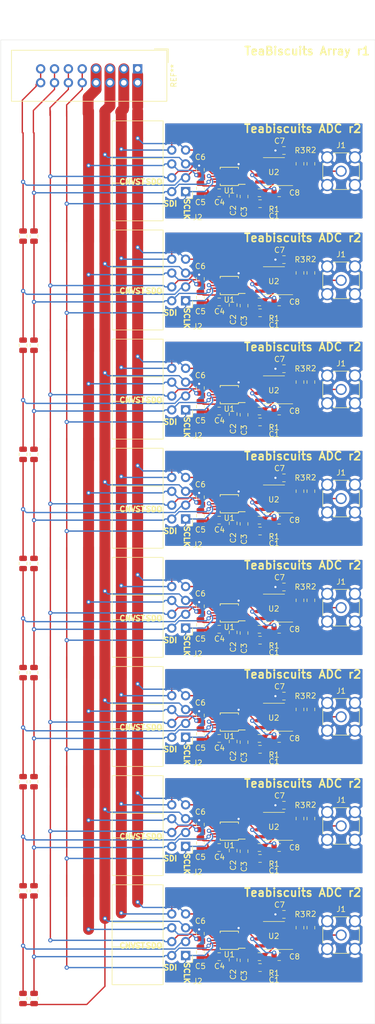
<source format=kicad_pcb>
(kicad_pcb (version 20171130) (host pcbnew 5.1.5)
  (layers (0 F.Cu signal) (31 B.Cu signal) (34 B.Paste user) (35 F.Paste user) (36 B.SilkS user) (37 F.SilkS user) (38 B.Mask user) (39 F.Mask user) (44 Edge.Cuts user))
  (net 0 "")
  (net 1 "Net-(C1-Pad1)")
  (net 2 GNDA)
  (net 3 +5V)
  (net 4 "Net-(C3-Pad1)")
  (net 5 +3V3)
  (net 6 -5V)
  (net 7 "Net-(J1-Pad1)")
  (net 8 "Net-(J2-Pad1)")
  (net 9 "Net-(J2-Pad2)")
  (net 10 "Net-(J2-Pad3)")
  (net 11 "Net-(J2-Pad4)")
  (net 12 "Net-(R1-Pad2)")
  (net 13 "Net-(R3-Pad1)")
  (net 14 "Net-(U2-Pad8)")
  (module Resistor_SMD:R_0805_2012Metric (layer F.Cu) (at 125.984 269.6695 90)
    (fp_text reference REF** hide)
    (fp_text value R_0805_2012Metric hide)
    (pad 1 smd roundrect (at -0.9375 0 90) (size 0.975 1.4) (layers F.Cu F.Paste F.Mask))
    (pad 2 smd roundrect (at 0.9375 0 90) (size 0.975 1.4) (layers F.Cu F.Paste F.Mask))
  )
  (module Connector_IDC:IDC-Header_2x08_P2.54mm_Vertical (layer F.Cu) (at 147 99.286 270)
    (fp_text reference REF** (at 1.27 -6.604 90) (layer F.SilkS))
    (fp_text value IDC-Header_2x08_P2.54mm_Vertical)
    (pad 16 thru_hole oval (at 2.54 17.78 270) (size 1.7272 1.7272) (drill 1.016) (layers *.Cu *.Mask))
    (pad 15 thru_hole oval (at 0 17.78 270) (size 1.7272 1.7272) (drill 1.016) (layers *.Cu *.Mask))
    (pad 14 thru_hole oval (at 2.54 15.24 270) (size 1.7272 1.7272) (drill 1.016) (layers *.Cu *.Mask))
    (pad 13 thru_hole oval (at 0 15.24 270) (size 1.7272 1.7272) (drill 1.016) (layers *.Cu *.Mask))
    (pad 12 thru_hole oval (at 2.54 12.7 270) (size 1.7272 1.7272) (drill 1.016) (layers *.Cu *.Mask))
    (pad 11 thru_hole oval (at 0 12.7 270) (size 1.7272 1.7272) (drill 1.016) (layers *.Cu *.Mask))
    (pad 10 thru_hole oval (at 2.54 10.16 270) (size 1.7272 1.7272) (drill 1.016) (layers *.Cu *.Mask))
    (pad 9 thru_hole oval (at 0 10.16 270) (size 1.7272 1.7272) (drill 1.016) (layers *.Cu *.Mask))
    (pad 8 thru_hole oval (at 2.54 7.62 270) (size 1.7272 1.7272) (drill 1.016) (layers *.Cu *.Mask))
    (pad 7 thru_hole oval (at 0 7.62 270) (size 1.7272 1.7272) (drill 1.016) (layers *.Cu *.Mask))
    (pad 6 thru_hole oval (at 2.54 5.08 270) (size 1.7272 1.7272) (drill 1.016) (layers *.Cu *.Mask))
    (pad 5 thru_hole oval (at 0 5.08 270) (size 1.7272 1.7272) (drill 1.016) (layers *.Cu *.Mask))
    (pad 4 thru_hole oval (at 2.54 2.54 270) (size 1.7272 1.7272) (drill 1.016) (layers *.Cu *.Mask))
    (pad 3 thru_hole oval (at 0 2.54 270) (size 1.7272 1.7272) (drill 1.016) (layers *.Cu *.Mask))
    (pad 2 thru_hole oval (at 2.54 0 270) (size 1.7272 1.7272) (drill 1.016) (layers *.Cu *.Mask))
    (pad 1 thru_hole rect (at 0 0 270) (size 1.7272 1.7272) (drill 1.016) (layers *.Cu *.Mask))
  )
  (module Resistor_SMD:R_0805_2012Metric (layer F.Cu) (at 128.016 269.6695 90)
    (fp_text reference REF** hide)
    (fp_text value R_0805_2012Metric hide)
    (pad 2 smd roundrect (at 0.9375 0 90) (size 0.975 1.4) (layers F.Cu F.Paste F.Mask))
    (pad 1 smd roundrect (at -0.9375 0 90) (size 0.975 1.4) (layers F.Cu F.Paste F.Mask))
  )
  (module Resistor_SMD:R_0805_2012Metric (layer F.Cu) (at 126 249.9375 90)
    (fp_text reference REF** hide)
    (fp_text value R_0805_2012Metric hide)
    (pad 2 smd roundrect (at 0.9375 0 90) (size 0.975 1.4) (layers F.Cu F.Paste F.Mask))
    (pad 1 smd roundrect (at -0.9375 0 90) (size 0.975 1.4) (layers F.Cu F.Paste F.Mask))
  )
  (module Resistor_SMD:R_0805_2012Metric (layer F.Cu) (at 126 229.9375 90)
    (fp_text reference REF** hide)
    (fp_text value R_0805_2012Metric hide)
    (pad 2 smd roundrect (at 0.9375 0 90) (size 0.975 1.4) (layers F.Cu F.Paste F.Mask))
    (pad 1 smd roundrect (at -0.9375 0 90) (size 0.975 1.4) (layers F.Cu F.Paste F.Mask))
  )
  (module Resistor_SMD:R_0805_2012Metric (layer F.Cu) (at 126 209.9375 90)
    (fp_text reference REF** hide)
    (fp_text value R_0805_2012Metric hide)
    (pad 2 smd roundrect (at 0.9375 0 90) (size 0.975 1.4) (layers F.Cu F.Paste F.Mask))
    (pad 1 smd roundrect (at -0.9375 0 90) (size 0.975 1.4) (layers F.Cu F.Paste F.Mask))
  )
  (module Resistor_SMD:R_0805_2012Metric (layer F.Cu) (at 126 189.9375 90)
    (fp_text reference REF** hide)
    (fp_text value R_0805_2012Metric hide)
    (pad 2 smd roundrect (at 0.9375 0 90) (size 0.975 1.4) (layers F.Cu F.Paste F.Mask))
    (pad 1 smd roundrect (at -0.9375 0 90) (size 0.975 1.4) (layers F.Cu F.Paste F.Mask))
  )
  (module Resistor_SMD:R_0805_2012Metric (layer F.Cu) (at 126 169.9375 90)
    (fp_text reference REF** hide)
    (fp_text value R_0805_2012Metric hide)
    (pad 2 smd roundrect (at 0.9375 0 90) (size 0.975 1.4) (layers F.Cu F.Paste F.Mask))
    (pad 1 smd roundrect (at -0.9375 0 90) (size 0.975 1.4) (layers F.Cu F.Paste F.Mask))
  )
  (module Resistor_SMD:R_0805_2012Metric (layer F.Cu) (at 126 149.9375 90)
    (fp_text reference REF** hide)
    (fp_text value R_0805_2012Metric hide)
    (pad 2 smd roundrect (at 0.9375 0 90) (size 0.975 1.4) (layers F.Cu F.Paste F.Mask))
    (pad 1 smd roundrect (at -0.9375 0 90) (size 0.975 1.4) (layers F.Cu F.Paste F.Mask))
  )
  (module Resistor_SMD:R_0805_2012Metric (layer F.Cu) (at 128 249.9375 90)
    (fp_text reference REF** hide)
    (fp_text value R_0805_2012Metric hide)
    (pad 1 smd roundrect (at -0.9375 0 90) (size 0.975 1.4) (layers F.Cu F.Paste F.Mask))
    (pad 2 smd roundrect (at 0.9375 0 90) (size 0.975 1.4) (layers F.Cu F.Paste F.Mask))
  )
  (module Resistor_SMD:R_0805_2012Metric (layer F.Cu) (at 128 229.9375 90)
    (fp_text reference REF** hide)
    (fp_text value R_0805_2012Metric hide)
    (pad 1 smd roundrect (at -0.9375 0 90) (size 0.975 1.4) (layers F.Cu F.Paste F.Mask))
    (pad 2 smd roundrect (at 0.9375 0 90) (size 0.975 1.4) (layers F.Cu F.Paste F.Mask))
  )
  (module Resistor_SMD:R_0805_2012Metric (layer F.Cu) (at 128 209.9375 90)
    (fp_text reference REF** hide)
    (fp_text value R_0805_2012Metric hide)
    (pad 1 smd roundrect (at -0.9375 0 90) (size 0.975 1.4) (layers F.Cu F.Paste F.Mask))
    (pad 2 smd roundrect (at 0.9375 0 90) (size 0.975 1.4) (layers F.Cu F.Paste F.Mask))
  )
  (module Resistor_SMD:R_0805_2012Metric (layer F.Cu) (at 128 189.9375 90)
    (fp_text reference REF** hide)
    (fp_text value R_0805_2012Metric hide)
    (pad 1 smd roundrect (at -0.9375 0 90) (size 0.975 1.4) (layers F.Cu F.Paste F.Mask))
    (pad 2 smd roundrect (at 0.9375 0 90) (size 0.975 1.4) (layers F.Cu F.Paste F.Mask))
  )
  (module Resistor_SMD:R_0805_2012Metric (layer F.Cu) (at 128 169.9375 90)
    (fp_text reference REF** hide)
    (fp_text value R_0805_2012Metric hide)
    (pad 1 smd roundrect (at -0.9375 0 90) (size 0.975 1.4) (layers F.Cu F.Paste F.Mask))
    (pad 2 smd roundrect (at 0.9375 0 90) (size 0.975 1.4) (layers F.Cu F.Paste F.Mask))
  )
  (module Resistor_SMD:R_0805_2012Metric (layer F.Cu) (at 128 149.9375 90)
    (fp_text reference REF** hide)
    (fp_text value R_0805_2012Metric hide)
    (pad 1 smd roundrect (at -0.9375 0 90) (size 0.975 1.4) (layers F.Cu F.Paste F.Mask))
    (pad 2 smd roundrect (at 0.9375 0 90) (size 0.975 1.4) (layers F.Cu F.Paste F.Mask))
  )
  (module Connector_Coaxial:SMA_Amphenol_901-144_Vertical (layer F.Cu) (at 184.29 258.04)
    (fp_text reference J1 (at 0 -4.75) (layer F.SilkS))
    (fp_text value Conn_Coaxial hide)
    (pad 2 thru_hole circle (at -2.54 2.54) (size 2.25 2.25) (drill 1.7) (layers *.Cu *.Mask) (net 2 GNDA))
    (pad 2 thru_hole circle (at -2.54 -2.54) (size 2.25 2.25) (drill 1.7) (layers *.Cu *.Mask) (net 2 GNDA))
    (pad 2 thru_hole circle (at 2.54 -2.54) (size 2.25 2.25) (drill 1.7) (layers *.Cu *.Mask) (net 2 GNDA))
    (pad 2 thru_hole circle (at 2.54 2.54) (size 2.25 2.25) (drill 1.7) (layers *.Cu *.Mask) (net 2 GNDA))
    (pad 1 thru_hole circle (at 0 0) (size 2.05 2.05) (drill 1.5) (layers *.Cu *.Mask) (net 7 "Net-(J1-Pad1)"))
  )
  (module Connector_Coaxial:SMA_Amphenol_901-144_Vertical (layer F.Cu) (at 184.29 238.04)
    (fp_text reference J1 (at 0 -4.75) (layer F.SilkS))
    (fp_text value Conn_Coaxial hide)
    (pad 2 thru_hole circle (at -2.54 2.54) (size 2.25 2.25) (drill 1.7) (layers *.Cu *.Mask) (net 2 GNDA))
    (pad 2 thru_hole circle (at -2.54 -2.54) (size 2.25 2.25) (drill 1.7) (layers *.Cu *.Mask) (net 2 GNDA))
    (pad 2 thru_hole circle (at 2.54 -2.54) (size 2.25 2.25) (drill 1.7) (layers *.Cu *.Mask) (net 2 GNDA))
    (pad 2 thru_hole circle (at 2.54 2.54) (size 2.25 2.25) (drill 1.7) (layers *.Cu *.Mask) (net 2 GNDA))
    (pad 1 thru_hole circle (at 0 0) (size 2.05 2.05) (drill 1.5) (layers *.Cu *.Mask) (net 7 "Net-(J1-Pad1)"))
  )
  (module Connector_Coaxial:SMA_Amphenol_901-144_Vertical (layer F.Cu) (at 184.29 218.04)
    (fp_text reference J1 (at 0 -4.75) (layer F.SilkS))
    (fp_text value Conn_Coaxial hide)
    (pad 2 thru_hole circle (at -2.54 2.54) (size 2.25 2.25) (drill 1.7) (layers *.Cu *.Mask) (net 2 GNDA))
    (pad 2 thru_hole circle (at -2.54 -2.54) (size 2.25 2.25) (drill 1.7) (layers *.Cu *.Mask) (net 2 GNDA))
    (pad 2 thru_hole circle (at 2.54 -2.54) (size 2.25 2.25) (drill 1.7) (layers *.Cu *.Mask) (net 2 GNDA))
    (pad 2 thru_hole circle (at 2.54 2.54) (size 2.25 2.25) (drill 1.7) (layers *.Cu *.Mask) (net 2 GNDA))
    (pad 1 thru_hole circle (at 0 0) (size 2.05 2.05) (drill 1.5) (layers *.Cu *.Mask) (net 7 "Net-(J1-Pad1)"))
  )
  (module Connector_Coaxial:SMA_Amphenol_901-144_Vertical (layer F.Cu) (at 184.29 198.04)
    (fp_text reference J1 (at 0 -4.75) (layer F.SilkS))
    (fp_text value Conn_Coaxial hide)
    (pad 2 thru_hole circle (at -2.54 2.54) (size 2.25 2.25) (drill 1.7) (layers *.Cu *.Mask) (net 2 GNDA))
    (pad 2 thru_hole circle (at -2.54 -2.54) (size 2.25 2.25) (drill 1.7) (layers *.Cu *.Mask) (net 2 GNDA))
    (pad 2 thru_hole circle (at 2.54 -2.54) (size 2.25 2.25) (drill 1.7) (layers *.Cu *.Mask) (net 2 GNDA))
    (pad 2 thru_hole circle (at 2.54 2.54) (size 2.25 2.25) (drill 1.7) (layers *.Cu *.Mask) (net 2 GNDA))
    (pad 1 thru_hole circle (at 0 0) (size 2.05 2.05) (drill 1.5) (layers *.Cu *.Mask) (net 7 "Net-(J1-Pad1)"))
  )
  (module Connector_Coaxial:SMA_Amphenol_901-144_Vertical (layer F.Cu) (at 184.29 178.04)
    (fp_text reference J1 (at 0 -4.75) (layer F.SilkS))
    (fp_text value Conn_Coaxial hide)
    (pad 2 thru_hole circle (at -2.54 2.54) (size 2.25 2.25) (drill 1.7) (layers *.Cu *.Mask) (net 2 GNDA))
    (pad 2 thru_hole circle (at -2.54 -2.54) (size 2.25 2.25) (drill 1.7) (layers *.Cu *.Mask) (net 2 GNDA))
    (pad 2 thru_hole circle (at 2.54 -2.54) (size 2.25 2.25) (drill 1.7) (layers *.Cu *.Mask) (net 2 GNDA))
    (pad 2 thru_hole circle (at 2.54 2.54) (size 2.25 2.25) (drill 1.7) (layers *.Cu *.Mask) (net 2 GNDA))
    (pad 1 thru_hole circle (at 0 0) (size 2.05 2.05) (drill 1.5) (layers *.Cu *.Mask) (net 7 "Net-(J1-Pad1)"))
  )
  (module Connector_Coaxial:SMA_Amphenol_901-144_Vertical (layer F.Cu) (at 184.29 158.04)
    (fp_text reference J1 (at 0 -4.75) (layer F.SilkS))
    (fp_text value Conn_Coaxial hide)
    (pad 2 thru_hole circle (at -2.54 2.54) (size 2.25 2.25) (drill 1.7) (layers *.Cu *.Mask) (net 2 GNDA))
    (pad 2 thru_hole circle (at -2.54 -2.54) (size 2.25 2.25) (drill 1.7) (layers *.Cu *.Mask) (net 2 GNDA))
    (pad 2 thru_hole circle (at 2.54 -2.54) (size 2.25 2.25) (drill 1.7) (layers *.Cu *.Mask) (net 2 GNDA))
    (pad 2 thru_hole circle (at 2.54 2.54) (size 2.25 2.25) (drill 1.7) (layers *.Cu *.Mask) (net 2 GNDA))
    (pad 1 thru_hole circle (at 0 0) (size 2.05 2.05) (drill 1.5) (layers *.Cu *.Mask) (net 7 "Net-(J1-Pad1)"))
  )
  (module Connector_Coaxial:SMA_Amphenol_901-144_Vertical (layer F.Cu) (at 184.29 138.04)
    (fp_text reference J1 (at 0 -4.75) (layer F.SilkS))
    (fp_text value Conn_Coaxial hide)
    (pad 2 thru_hole circle (at -2.54 2.54) (size 2.25 2.25) (drill 1.7) (layers *.Cu *.Mask) (net 2 GNDA))
    (pad 2 thru_hole circle (at -2.54 -2.54) (size 2.25 2.25) (drill 1.7) (layers *.Cu *.Mask) (net 2 GNDA))
    (pad 2 thru_hole circle (at 2.54 -2.54) (size 2.25 2.25) (drill 1.7) (layers *.Cu *.Mask) (net 2 GNDA))
    (pad 2 thru_hole circle (at 2.54 2.54) (size 2.25 2.25) (drill 1.7) (layers *.Cu *.Mask) (net 2 GNDA))
    (pad 1 thru_hole circle (at 0 0) (size 2.05 2.05) (drill 1.5) (layers *.Cu *.Mask) (net 7 "Net-(J1-Pad1)"))
  )
  (module Connector_IDC:IDC-Header_2x04_P2.54mm_Horizontal (layer F.Cu) (at 155.79 261.79 180)
    (fp_text reference J2 (at -2.21 -4.71) (layer F.SilkS))
    (fp_text value Conn_01x08 hide)
    (pad 8 thru_hole oval (at 2.54 7.62 180) (size 1.7272 1.7272) (drill 1.016) (layers *.Cu *.Mask) (net 6 -5V))
    (pad 7 thru_hole oval (at 0 7.62 180) (size 1.7272 1.7272) (drill 1.016) (layers *.Cu *.Mask) (net 3 +5V))
    (pad 6 thru_hole oval (at 2.54 5.08 180) (size 1.7272 1.7272) (drill 1.016) (layers *.Cu *.Mask) (net 5 +3V3))
    (pad 5 thru_hole oval (at 0 5.08 180) (size 1.7272 1.7272) (drill 1.016) (layers *.Cu *.Mask) (net 2 GNDA))
    (pad 4 thru_hole oval (at 2.54 2.54 180) (size 1.7272 1.7272) (drill 1.016) (layers *.Cu *.Mask) (net 11 "Net-(J2-Pad4)"))
    (pad 3 thru_hole oval (at 0 2.54 180) (size 1.7272 1.7272) (drill 1.016) (layers *.Cu *.Mask) (net 10 "Net-(J2-Pad3)"))
    (pad 2 thru_hole oval (at 2.54 0 180) (size 1.7272 1.7272) (drill 1.016) (layers *.Cu *.Mask) (net 9 "Net-(J2-Pad2)"))
    (pad 1 thru_hole rect (at 0 0 180) (size 1.7272 1.7272) (drill 1.016) (layers *.Cu *.Mask) (net 8 "Net-(J2-Pad1)"))
  )
  (module Connector_IDC:IDC-Header_2x04_P2.54mm_Horizontal (layer F.Cu) (at 155.79 241.79 180)
    (fp_text reference J2 (at -2.21 -4.71) (layer F.SilkS))
    (fp_text value Conn_01x08 hide)
    (pad 8 thru_hole oval (at 2.54 7.62 180) (size 1.7272 1.7272) (drill 1.016) (layers *.Cu *.Mask) (net 6 -5V))
    (pad 7 thru_hole oval (at 0 7.62 180) (size 1.7272 1.7272) (drill 1.016) (layers *.Cu *.Mask) (net 3 +5V))
    (pad 6 thru_hole oval (at 2.54 5.08 180) (size 1.7272 1.7272) (drill 1.016) (layers *.Cu *.Mask) (net 5 +3V3))
    (pad 5 thru_hole oval (at 0 5.08 180) (size 1.7272 1.7272) (drill 1.016) (layers *.Cu *.Mask) (net 2 GNDA))
    (pad 4 thru_hole oval (at 2.54 2.54 180) (size 1.7272 1.7272) (drill 1.016) (layers *.Cu *.Mask) (net 11 "Net-(J2-Pad4)"))
    (pad 3 thru_hole oval (at 0 2.54 180) (size 1.7272 1.7272) (drill 1.016) (layers *.Cu *.Mask) (net 10 "Net-(J2-Pad3)"))
    (pad 2 thru_hole oval (at 2.54 0 180) (size 1.7272 1.7272) (drill 1.016) (layers *.Cu *.Mask) (net 9 "Net-(J2-Pad2)"))
    (pad 1 thru_hole rect (at 0 0 180) (size 1.7272 1.7272) (drill 1.016) (layers *.Cu *.Mask) (net 8 "Net-(J2-Pad1)"))
  )
  (module Connector_IDC:IDC-Header_2x04_P2.54mm_Horizontal (layer F.Cu) (at 155.79 221.79 180)
    (fp_text reference J2 (at -2.21 -4.71) (layer F.SilkS))
    (fp_text value Conn_01x08 hide)
    (pad 8 thru_hole oval (at 2.54 7.62 180) (size 1.7272 1.7272) (drill 1.016) (layers *.Cu *.Mask) (net 6 -5V))
    (pad 7 thru_hole oval (at 0 7.62 180) (size 1.7272 1.7272) (drill 1.016) (layers *.Cu *.Mask) (net 3 +5V))
    (pad 6 thru_hole oval (at 2.54 5.08 180) (size 1.7272 1.7272) (drill 1.016) (layers *.Cu *.Mask) (net 5 +3V3))
    (pad 5 thru_hole oval (at 0 5.08 180) (size 1.7272 1.7272) (drill 1.016) (layers *.Cu *.Mask) (net 2 GNDA))
    (pad 4 thru_hole oval (at 2.54 2.54 180) (size 1.7272 1.7272) (drill 1.016) (layers *.Cu *.Mask) (net 11 "Net-(J2-Pad4)"))
    (pad 3 thru_hole oval (at 0 2.54 180) (size 1.7272 1.7272) (drill 1.016) (layers *.Cu *.Mask) (net 10 "Net-(J2-Pad3)"))
    (pad 2 thru_hole oval (at 2.54 0 180) (size 1.7272 1.7272) (drill 1.016) (layers *.Cu *.Mask) (net 9 "Net-(J2-Pad2)"))
    (pad 1 thru_hole rect (at 0 0 180) (size 1.7272 1.7272) (drill 1.016) (layers *.Cu *.Mask) (net 8 "Net-(J2-Pad1)"))
  )
  (module Connector_IDC:IDC-Header_2x04_P2.54mm_Horizontal (layer F.Cu) (at 155.79 201.79 180)
    (fp_text reference J2 (at -2.21 -4.71) (layer F.SilkS))
    (fp_text value Conn_01x08 hide)
    (pad 8 thru_hole oval (at 2.54 7.62 180) (size 1.7272 1.7272) (drill 1.016) (layers *.Cu *.Mask) (net 6 -5V))
    (pad 7 thru_hole oval (at 0 7.62 180) (size 1.7272 1.7272) (drill 1.016) (layers *.Cu *.Mask) (net 3 +5V))
    (pad 6 thru_hole oval (at 2.54 5.08 180) (size 1.7272 1.7272) (drill 1.016) (layers *.Cu *.Mask) (net 5 +3V3))
    (pad 5 thru_hole oval (at 0 5.08 180) (size 1.7272 1.7272) (drill 1.016) (layers *.Cu *.Mask) (net 2 GNDA))
    (pad 4 thru_hole oval (at 2.54 2.54 180) (size 1.7272 1.7272) (drill 1.016) (layers *.Cu *.Mask) (net 11 "Net-(J2-Pad4)"))
    (pad 3 thru_hole oval (at 0 2.54 180) (size 1.7272 1.7272) (drill 1.016) (layers *.Cu *.Mask) (net 10 "Net-(J2-Pad3)"))
    (pad 2 thru_hole oval (at 2.54 0 180) (size 1.7272 1.7272) (drill 1.016) (layers *.Cu *.Mask) (net 9 "Net-(J2-Pad2)"))
    (pad 1 thru_hole rect (at 0 0 180) (size 1.7272 1.7272) (drill 1.016) (layers *.Cu *.Mask) (net 8 "Net-(J2-Pad1)"))
  )
  (module Connector_IDC:IDC-Header_2x04_P2.54mm_Horizontal (layer F.Cu) (at 155.79 181.79 180)
    (fp_text reference J2 (at -2.21 -4.71) (layer F.SilkS))
    (fp_text value Conn_01x08 hide)
    (pad 8 thru_hole oval (at 2.54 7.62 180) (size 1.7272 1.7272) (drill 1.016) (layers *.Cu *.Mask) (net 6 -5V))
    (pad 7 thru_hole oval (at 0 7.62 180) (size 1.7272 1.7272) (drill 1.016) (layers *.Cu *.Mask) (net 3 +5V))
    (pad 6 thru_hole oval (at 2.54 5.08 180) (size 1.7272 1.7272) (drill 1.016) (layers *.Cu *.Mask) (net 5 +3V3))
    (pad 5 thru_hole oval (at 0 5.08 180) (size 1.7272 1.7272) (drill 1.016) (layers *.Cu *.Mask) (net 2 GNDA))
    (pad 4 thru_hole oval (at 2.54 2.54 180) (size 1.7272 1.7272) (drill 1.016) (layers *.Cu *.Mask) (net 11 "Net-(J2-Pad4)"))
    (pad 3 thru_hole oval (at 0 2.54 180) (size 1.7272 1.7272) (drill 1.016) (layers *.Cu *.Mask) (net 10 "Net-(J2-Pad3)"))
    (pad 2 thru_hole oval (at 2.54 0 180) (size 1.7272 1.7272) (drill 1.016) (layers *.Cu *.Mask) (net 9 "Net-(J2-Pad2)"))
    (pad 1 thru_hole rect (at 0 0 180) (size 1.7272 1.7272) (drill 1.016) (layers *.Cu *.Mask) (net 8 "Net-(J2-Pad1)"))
  )
  (module Connector_IDC:IDC-Header_2x04_P2.54mm_Horizontal (layer F.Cu) (at 155.79 161.79 180)
    (fp_text reference J2 (at -2.21 -4.71) (layer F.SilkS))
    (fp_text value Conn_01x08 hide)
    (pad 8 thru_hole oval (at 2.54 7.62 180) (size 1.7272 1.7272) (drill 1.016) (layers *.Cu *.Mask) (net 6 -5V))
    (pad 7 thru_hole oval (at 0 7.62 180) (size 1.7272 1.7272) (drill 1.016) (layers *.Cu *.Mask) (net 3 +5V))
    (pad 6 thru_hole oval (at 2.54 5.08 180) (size 1.7272 1.7272) (drill 1.016) (layers *.Cu *.Mask) (net 5 +3V3))
    (pad 5 thru_hole oval (at 0 5.08 180) (size 1.7272 1.7272) (drill 1.016) (layers *.Cu *.Mask) (net 2 GNDA))
    (pad 4 thru_hole oval (at 2.54 2.54 180) (size 1.7272 1.7272) (drill 1.016) (layers *.Cu *.Mask) (net 11 "Net-(J2-Pad4)"))
    (pad 3 thru_hole oval (at 0 2.54 180) (size 1.7272 1.7272) (drill 1.016) (layers *.Cu *.Mask) (net 10 "Net-(J2-Pad3)"))
    (pad 2 thru_hole oval (at 2.54 0 180) (size 1.7272 1.7272) (drill 1.016) (layers *.Cu *.Mask) (net 9 "Net-(J2-Pad2)"))
    (pad 1 thru_hole rect (at 0 0 180) (size 1.7272 1.7272) (drill 1.016) (layers *.Cu *.Mask) (net 8 "Net-(J2-Pad1)"))
  )
  (module Connector_IDC:IDC-Header_2x04_P2.54mm_Horizontal (layer F.Cu) (at 155.79 141.79 180)
    (fp_text reference J2 (at -2.21 -4.71) (layer F.SilkS))
    (fp_text value Conn_01x08 hide)
    (pad 8 thru_hole oval (at 2.54 7.62 180) (size 1.7272 1.7272) (drill 1.016) (layers *.Cu *.Mask) (net 6 -5V))
    (pad 7 thru_hole oval (at 0 7.62 180) (size 1.7272 1.7272) (drill 1.016) (layers *.Cu *.Mask) (net 3 +5V))
    (pad 6 thru_hole oval (at 2.54 5.08 180) (size 1.7272 1.7272) (drill 1.016) (layers *.Cu *.Mask) (net 5 +3V3))
    (pad 5 thru_hole oval (at 0 5.08 180) (size 1.7272 1.7272) (drill 1.016) (layers *.Cu *.Mask) (net 2 GNDA))
    (pad 4 thru_hole oval (at 2.54 2.54 180) (size 1.7272 1.7272) (drill 1.016) (layers *.Cu *.Mask) (net 11 "Net-(J2-Pad4)"))
    (pad 3 thru_hole oval (at 0 2.54 180) (size 1.7272 1.7272) (drill 1.016) (layers *.Cu *.Mask) (net 10 "Net-(J2-Pad3)"))
    (pad 2 thru_hole oval (at 2.54 0 180) (size 1.7272 1.7272) (drill 1.016) (layers *.Cu *.Mask) (net 9 "Net-(J2-Pad2)"))
    (pad 1 thru_hole rect (at 0 0 180) (size 1.7272 1.7272) (drill 1.016) (layers *.Cu *.Mask) (net 8 "Net-(J2-Pad1)"))
  )
  (module Resistor_SMD:R_0805_2012Metric (layer F.Cu) (at 178.75 256.6875 270)
    (fp_text reference R2 (at -2.5 0 180) (layer F.SilkS))
    (fp_text value 50)
    (pad 1 smd roundrect (at -0.9375 0 270) (size 0.975 1.4) (layers F.Cu F.Paste F.Mask) (net 7 "Net-(J1-Pad1)"))
    (pad 2 smd roundrect (at 0.9375 0 270) (size 0.975 1.4) (layers F.Cu F.Paste F.Mask) (net 2 GNDA))
  )
  (module Resistor_SMD:R_0805_2012Metric (layer F.Cu) (at 178.75 236.6875 270)
    (fp_text reference R2 (at -2.5 0 180) (layer F.SilkS))
    (fp_text value 50)
    (pad 1 smd roundrect (at -0.9375 0 270) (size 0.975 1.4) (layers F.Cu F.Paste F.Mask) (net 7 "Net-(J1-Pad1)"))
    (pad 2 smd roundrect (at 0.9375 0 270) (size 0.975 1.4) (layers F.Cu F.Paste F.Mask) (net 2 GNDA))
  )
  (module Resistor_SMD:R_0805_2012Metric (layer F.Cu) (at 178.75 216.6875 270)
    (fp_text reference R2 (at -2.5 0 180) (layer F.SilkS))
    (fp_text value 50)
    (pad 1 smd roundrect (at -0.9375 0 270) (size 0.975 1.4) (layers F.Cu F.Paste F.Mask) (net 7 "Net-(J1-Pad1)"))
    (pad 2 smd roundrect (at 0.9375 0 270) (size 0.975 1.4) (layers F.Cu F.Paste F.Mask) (net 2 GNDA))
  )
  (module Resistor_SMD:R_0805_2012Metric (layer F.Cu) (at 178.75 196.6875 270)
    (fp_text reference R2 (at -2.5 0 180) (layer F.SilkS))
    (fp_text value 50)
    (pad 1 smd roundrect (at -0.9375 0 270) (size 0.975 1.4) (layers F.Cu F.Paste F.Mask) (net 7 "Net-(J1-Pad1)"))
    (pad 2 smd roundrect (at 0.9375 0 270) (size 0.975 1.4) (layers F.Cu F.Paste F.Mask) (net 2 GNDA))
  )
  (module Resistor_SMD:R_0805_2012Metric (layer F.Cu) (at 178.75 176.6875 270)
    (fp_text reference R2 (at -2.5 0 180) (layer F.SilkS))
    (fp_text value 50)
    (pad 1 smd roundrect (at -0.9375 0 270) (size 0.975 1.4) (layers F.Cu F.Paste F.Mask) (net 7 "Net-(J1-Pad1)"))
    (pad 2 smd roundrect (at 0.9375 0 270) (size 0.975 1.4) (layers F.Cu F.Paste F.Mask) (net 2 GNDA))
  )
  (module Resistor_SMD:R_0805_2012Metric (layer F.Cu) (at 178.75 156.6875 270)
    (fp_text reference R2 (at -2.5 0 180) (layer F.SilkS))
    (fp_text value 50)
    (pad 1 smd roundrect (at -0.9375 0 270) (size 0.975 1.4) (layers F.Cu F.Paste F.Mask) (net 7 "Net-(J1-Pad1)"))
    (pad 2 smd roundrect (at 0.9375 0 270) (size 0.975 1.4) (layers F.Cu F.Paste F.Mask) (net 2 GNDA))
  )
  (module Resistor_SMD:R_0805_2012Metric (layer F.Cu) (at 178.75 136.6875 270)
    (fp_text reference R2 (at -2.5 0 180) (layer F.SilkS))
    (fp_text value 50)
    (pad 1 smd roundrect (at -0.9375 0 270) (size 0.975 1.4) (layers F.Cu F.Paste F.Mask) (net 7 "Net-(J1-Pad1)"))
    (pad 2 smd roundrect (at 0.9375 0 270) (size 0.975 1.4) (layers F.Cu F.Paste F.Mask) (net 2 GNDA))
  )
  (module Resistor_SMD:R_0805_2012Metric (layer F.Cu) (at 169.3125 262)
    (fp_text reference R1 (at 2.6875 3 180) (layer F.SilkS))
    (fp_text value 10 hide)
    (pad 2 smd roundrect (at 0.9375 0) (size 0.975 1.4) (layers F.Cu F.Paste F.Mask) (net 12 "Net-(R1-Pad2)"))
    (pad 1 smd roundrect (at -0.9375 0) (size 0.975 1.4) (layers F.Cu F.Paste F.Mask) (net 1 "Net-(C1-Pad1)"))
  )
  (module Resistor_SMD:R_0805_2012Metric (layer F.Cu) (at 169.3125 242)
    (fp_text reference R1 (at 2.6875 3 180) (layer F.SilkS))
    (fp_text value 10 hide)
    (pad 2 smd roundrect (at 0.9375 0) (size 0.975 1.4) (layers F.Cu F.Paste F.Mask) (net 12 "Net-(R1-Pad2)"))
    (pad 1 smd roundrect (at -0.9375 0) (size 0.975 1.4) (layers F.Cu F.Paste F.Mask) (net 1 "Net-(C1-Pad1)"))
  )
  (module Resistor_SMD:R_0805_2012Metric (layer F.Cu) (at 169.3125 222)
    (fp_text reference R1 (at 2.6875 3 180) (layer F.SilkS))
    (fp_text value 10 hide)
    (pad 2 smd roundrect (at 0.9375 0) (size 0.975 1.4) (layers F.Cu F.Paste F.Mask) (net 12 "Net-(R1-Pad2)"))
    (pad 1 smd roundrect (at -0.9375 0) (size 0.975 1.4) (layers F.Cu F.Paste F.Mask) (net 1 "Net-(C1-Pad1)"))
  )
  (module Resistor_SMD:R_0805_2012Metric (layer F.Cu) (at 169.3125 202)
    (fp_text reference R1 (at 2.6875 3 180) (layer F.SilkS))
    (fp_text value 10 hide)
    (pad 2 smd roundrect (at 0.9375 0) (size 0.975 1.4) (layers F.Cu F.Paste F.Mask) (net 12 "Net-(R1-Pad2)"))
    (pad 1 smd roundrect (at -0.9375 0) (size 0.975 1.4) (layers F.Cu F.Paste F.Mask) (net 1 "Net-(C1-Pad1)"))
  )
  (module Resistor_SMD:R_0805_2012Metric (layer F.Cu) (at 169.3125 182)
    (fp_text reference R1 (at 2.6875 3 180) (layer F.SilkS))
    (fp_text value 10 hide)
    (pad 2 smd roundrect (at 0.9375 0) (size 0.975 1.4) (layers F.Cu F.Paste F.Mask) (net 12 "Net-(R1-Pad2)"))
    (pad 1 smd roundrect (at -0.9375 0) (size 0.975 1.4) (layers F.Cu F.Paste F.Mask) (net 1 "Net-(C1-Pad1)"))
  )
  (module Resistor_SMD:R_0805_2012Metric (layer F.Cu) (at 169.3125 162)
    (fp_text reference R1 (at 2.6875 3 180) (layer F.SilkS))
    (fp_text value 10 hide)
    (pad 2 smd roundrect (at 0.9375 0) (size 0.975 1.4) (layers F.Cu F.Paste F.Mask) (net 12 "Net-(R1-Pad2)"))
    (pad 1 smd roundrect (at -0.9375 0) (size 0.975 1.4) (layers F.Cu F.Paste F.Mask) (net 1 "Net-(C1-Pad1)"))
  )
  (module Resistor_SMD:R_0805_2012Metric (layer F.Cu) (at 169.3125 142)
    (fp_text reference R1 (at 2.6875 3 180) (layer F.SilkS))
    (fp_text value 10 hide)
    (pad 2 smd roundrect (at 0.9375 0) (size 0.975 1.4) (layers F.Cu F.Paste F.Mask) (net 12 "Net-(R1-Pad2)"))
    (pad 1 smd roundrect (at -0.9375 0) (size 0.975 1.4) (layers F.Cu F.Paste F.Mask) (net 1 "Net-(C1-Pad1)"))
  )
  (module Package_SO:MSOP-10_3x3mm_P0.5mm (layer F.Cu) (at 163.8 259 180)
    (fp_text reference U1 (at 0 -2.6) (layer F.SilkS))
    (fp_text value MAX11169)
    (pad 10 smd rect (at 2.2 -1 180) (size 1.4 0.3) (layers F.Cu F.Paste F.Mask) (net 5 +3V3))
    (pad 9 smd rect (at 2.2 -0.5 180) (size 1.4 0.3) (layers F.Cu F.Paste F.Mask) (net 9 "Net-(J2-Pad2)"))
    (pad 8 smd rect (at 2.2 0 180) (size 1.4 0.3) (layers F.Cu F.Paste F.Mask) (net 8 "Net-(J2-Pad1)"))
    (pad 7 smd rect (at 2.2 0.5 180) (size 1.4 0.3) (layers F.Cu F.Paste F.Mask) (net 10 "Net-(J2-Pad3)"))
    (pad 6 smd rect (at 2.2 1 180) (size 1.4 0.3) (layers F.Cu F.Paste F.Mask) (net 11 "Net-(J2-Pad4)"))
    (pad 5 smd rect (at -2.2 1 180) (size 1.4 0.3) (layers F.Cu F.Paste F.Mask) (net 2 GNDA))
    (pad 4 smd rect (at -2.2 0.5 180) (size 1.4 0.3) (layers F.Cu F.Paste F.Mask) (net 2 GNDA))
    (pad 3 smd rect (at -2.2 0 180) (size 1.4 0.3) (layers F.Cu F.Paste F.Mask) (net 1 "Net-(C1-Pad1)"))
    (pad 2 smd rect (at -2.2 -0.5 180) (size 1.4 0.3) (layers F.Cu F.Paste F.Mask) (net 3 +5V))
    (pad 1 smd rect (at -2.2 -1 180) (size 1.4 0.3) (layers F.Cu F.Paste F.Mask) (net 4 "Net-(C3-Pad1)"))
  )
  (module Package_SO:MSOP-10_3x3mm_P0.5mm (layer F.Cu) (at 163.8 239 180)
    (fp_text reference U1 (at 0 -2.6) (layer F.SilkS))
    (fp_text value MAX11169)
    (pad 10 smd rect (at 2.2 -1 180) (size 1.4 0.3) (layers F.Cu F.Paste F.Mask) (net 5 +3V3))
    (pad 9 smd rect (at 2.2 -0.5 180) (size 1.4 0.3) (layers F.Cu F.Paste F.Mask) (net 9 "Net-(J2-Pad2)"))
    (pad 8 smd rect (at 2.2 0 180) (size 1.4 0.3) (layers F.Cu F.Paste F.Mask) (net 8 "Net-(J2-Pad1)"))
    (pad 7 smd rect (at 2.2 0.5 180) (size 1.4 0.3) (layers F.Cu F.Paste F.Mask) (net 10 "Net-(J2-Pad3)"))
    (pad 6 smd rect (at 2.2 1 180) (size 1.4 0.3) (layers F.Cu F.Paste F.Mask) (net 11 "Net-(J2-Pad4)"))
    (pad 5 smd rect (at -2.2 1 180) (size 1.4 0.3) (layers F.Cu F.Paste F.Mask) (net 2 GNDA))
    (pad 4 smd rect (at -2.2 0.5 180) (size 1.4 0.3) (layers F.Cu F.Paste F.Mask) (net 2 GNDA))
    (pad 3 smd rect (at -2.2 0 180) (size 1.4 0.3) (layers F.Cu F.Paste F.Mask) (net 1 "Net-(C1-Pad1)"))
    (pad 2 smd rect (at -2.2 -0.5 180) (size 1.4 0.3) (layers F.Cu F.Paste F.Mask) (net 3 +5V))
    (pad 1 smd rect (at -2.2 -1 180) (size 1.4 0.3) (layers F.Cu F.Paste F.Mask) (net 4 "Net-(C3-Pad1)"))
  )
  (module Package_SO:MSOP-10_3x3mm_P0.5mm (layer F.Cu) (at 163.8 219 180)
    (fp_text reference U1 (at 0 -2.6) (layer F.SilkS))
    (fp_text value MAX11169)
    (pad 10 smd rect (at 2.2 -1 180) (size 1.4 0.3) (layers F.Cu F.Paste F.Mask) (net 5 +3V3))
    (pad 9 smd rect (at 2.2 -0.5 180) (size 1.4 0.3) (layers F.Cu F.Paste F.Mask) (net 9 "Net-(J2-Pad2)"))
    (pad 8 smd rect (at 2.2 0 180) (size 1.4 0.3) (layers F.Cu F.Paste F.Mask) (net 8 "Net-(J2-Pad1)"))
    (pad 7 smd rect (at 2.2 0.5 180) (size 1.4 0.3) (layers F.Cu F.Paste F.Mask) (net 10 "Net-(J2-Pad3)"))
    (pad 6 smd rect (at 2.2 1 180) (size 1.4 0.3) (layers F.Cu F.Paste F.Mask) (net 11 "Net-(J2-Pad4)"))
    (pad 5 smd rect (at -2.2 1 180) (size 1.4 0.3) (layers F.Cu F.Paste F.Mask) (net 2 GNDA))
    (pad 4 smd rect (at -2.2 0.5 180) (size 1.4 0.3) (layers F.Cu F.Paste F.Mask) (net 2 GNDA))
    (pad 3 smd rect (at -2.2 0 180) (size 1.4 0.3) (layers F.Cu F.Paste F.Mask) (net 1 "Net-(C1-Pad1)"))
    (pad 2 smd rect (at -2.2 -0.5 180) (size 1.4 0.3) (layers F.Cu F.Paste F.Mask) (net 3 +5V))
    (pad 1 smd rect (at -2.2 -1 180) (size 1.4 0.3) (layers F.Cu F.Paste F.Mask) (net 4 "Net-(C3-Pad1)"))
  )
  (module Package_SO:MSOP-10_3x3mm_P0.5mm (layer F.Cu) (at 163.8 199 180)
    (fp_text reference U1 (at 0 -2.6) (layer F.SilkS))
    (fp_text value MAX11169)
    (pad 10 smd rect (at 2.2 -1 180) (size 1.4 0.3) (layers F.Cu F.Paste F.Mask) (net 5 +3V3))
    (pad 9 smd rect (at 2.2 -0.5 180) (size 1.4 0.3) (layers F.Cu F.Paste F.Mask) (net 9 "Net-(J2-Pad2)"))
    (pad 8 smd rect (at 2.2 0 180) (size 1.4 0.3) (layers F.Cu F.Paste F.Mask) (net 8 "Net-(J2-Pad1)"))
    (pad 7 smd rect (at 2.2 0.5 180) (size 1.4 0.3) (layers F.Cu F.Paste F.Mask) (net 10 "Net-(J2-Pad3)"))
    (pad 6 smd rect (at 2.2 1 180) (size 1.4 0.3) (layers F.Cu F.Paste F.Mask) (net 11 "Net-(J2-Pad4)"))
    (pad 5 smd rect (at -2.2 1 180) (size 1.4 0.3) (layers F.Cu F.Paste F.Mask) (net 2 GNDA))
    (pad 4 smd rect (at -2.2 0.5 180) (size 1.4 0.3) (layers F.Cu F.Paste F.Mask) (net 2 GNDA))
    (pad 3 smd rect (at -2.2 0 180) (size 1.4 0.3) (layers F.Cu F.Paste F.Mask) (net 1 "Net-(C1-Pad1)"))
    (pad 2 smd rect (at -2.2 -0.5 180) (size 1.4 0.3) (layers F.Cu F.Paste F.Mask) (net 3 +5V))
    (pad 1 smd rect (at -2.2 -1 180) (size 1.4 0.3) (layers F.Cu F.Paste F.Mask) (net 4 "Net-(C3-Pad1)"))
  )
  (module Package_SO:MSOP-10_3x3mm_P0.5mm (layer F.Cu) (at 163.8 179 180)
    (fp_text reference U1 (at 0 -2.6) (layer F.SilkS))
    (fp_text value MAX11169)
    (pad 10 smd rect (at 2.2 -1 180) (size 1.4 0.3) (layers F.Cu F.Paste F.Mask) (net 5 +3V3))
    (pad 9 smd rect (at 2.2 -0.5 180) (size 1.4 0.3) (layers F.Cu F.Paste F.Mask) (net 9 "Net-(J2-Pad2)"))
    (pad 8 smd rect (at 2.2 0 180) (size 1.4 0.3) (layers F.Cu F.Paste F.Mask) (net 8 "Net-(J2-Pad1)"))
    (pad 7 smd rect (at 2.2 0.5 180) (size 1.4 0.3) (layers F.Cu F.Paste F.Mask) (net 10 "Net-(J2-Pad3)"))
    (pad 6 smd rect (at 2.2 1 180) (size 1.4 0.3) (layers F.Cu F.Paste F.Mask) (net 11 "Net-(J2-Pad4)"))
    (pad 5 smd rect (at -2.2 1 180) (size 1.4 0.3) (layers F.Cu F.Paste F.Mask) (net 2 GNDA))
    (pad 4 smd rect (at -2.2 0.5 180) (size 1.4 0.3) (layers F.Cu F.Paste F.Mask) (net 2 GNDA))
    (pad 3 smd rect (at -2.2 0 180) (size 1.4 0.3) (layers F.Cu F.Paste F.Mask) (net 1 "Net-(C1-Pad1)"))
    (pad 2 smd rect (at -2.2 -0.5 180) (size 1.4 0.3) (layers F.Cu F.Paste F.Mask) (net 3 +5V))
    (pad 1 smd rect (at -2.2 -1 180) (size 1.4 0.3) (layers F.Cu F.Paste F.Mask) (net 4 "Net-(C3-Pad1)"))
  )
  (module Package_SO:MSOP-10_3x3mm_P0.5mm (layer F.Cu) (at 163.8 159 180)
    (fp_text reference U1 (at 0 -2.6) (layer F.SilkS))
    (fp_text value MAX11169)
    (pad 10 smd rect (at 2.2 -1 180) (size 1.4 0.3) (layers F.Cu F.Paste F.Mask) (net 5 +3V3))
    (pad 9 smd rect (at 2.2 -0.5 180) (size 1.4 0.3) (layers F.Cu F.Paste F.Mask) (net 9 "Net-(J2-Pad2)"))
    (pad 8 smd rect (at 2.2 0 180) (size 1.4 0.3) (layers F.Cu F.Paste F.Mask) (net 8 "Net-(J2-Pad1)"))
    (pad 7 smd rect (at 2.2 0.5 180) (size 1.4 0.3) (layers F.Cu F.Paste F.Mask) (net 10 "Net-(J2-Pad3)"))
    (pad 6 smd rect (at 2.2 1 180) (size 1.4 0.3) (layers F.Cu F.Paste F.Mask) (net 11 "Net-(J2-Pad4)"))
    (pad 5 smd rect (at -2.2 1 180) (size 1.4 0.3) (layers F.Cu F.Paste F.Mask) (net 2 GNDA))
    (pad 4 smd rect (at -2.2 0.5 180) (size 1.4 0.3) (layers F.Cu F.Paste F.Mask) (net 2 GNDA))
    (pad 3 smd rect (at -2.2 0 180) (size 1.4 0.3) (layers F.Cu F.Paste F.Mask) (net 1 "Net-(C1-Pad1)"))
    (pad 2 smd rect (at -2.2 -0.5 180) (size 1.4 0.3) (layers F.Cu F.Paste F.Mask) (net 3 +5V))
    (pad 1 smd rect (at -2.2 -1 180) (size 1.4 0.3) (layers F.Cu F.Paste F.Mask) (net 4 "Net-(C3-Pad1)"))
  )
  (module Package_SO:MSOP-10_3x3mm_P0.5mm (layer F.Cu) (at 163.8 139 180)
    (fp_text reference U1 (at 0 -2.6) (layer F.SilkS))
    (fp_text value MAX11169)
    (pad 10 smd rect (at 2.2 -1 180) (size 1.4 0.3) (layers F.Cu F.Paste F.Mask) (net 5 +3V3))
    (pad 9 smd rect (at 2.2 -0.5 180) (size 1.4 0.3) (layers F.Cu F.Paste F.Mask) (net 9 "Net-(J2-Pad2)"))
    (pad 8 smd rect (at 2.2 0 180) (size 1.4 0.3) (layers F.Cu F.Paste F.Mask) (net 8 "Net-(J2-Pad1)"))
    (pad 7 smd rect (at 2.2 0.5 180) (size 1.4 0.3) (layers F.Cu F.Paste F.Mask) (net 10 "Net-(J2-Pad3)"))
    (pad 6 smd rect (at 2.2 1 180) (size 1.4 0.3) (layers F.Cu F.Paste F.Mask) (net 11 "Net-(J2-Pad4)"))
    (pad 5 smd rect (at -2.2 1 180) (size 1.4 0.3) (layers F.Cu F.Paste F.Mask) (net 2 GNDA))
    (pad 4 smd rect (at -2.2 0.5 180) (size 1.4 0.3) (layers F.Cu F.Paste F.Mask) (net 2 GNDA))
    (pad 3 smd rect (at -2.2 0 180) (size 1.4 0.3) (layers F.Cu F.Paste F.Mask) (net 1 "Net-(C1-Pad1)"))
    (pad 2 smd rect (at -2.2 -0.5 180) (size 1.4 0.3) (layers F.Cu F.Paste F.Mask) (net 3 +5V))
    (pad 1 smd rect (at -2.2 -1 180) (size 1.4 0.3) (layers F.Cu F.Paste F.Mask) (net 4 "Net-(C3-Pad1)"))
  )
  (module Package_SO:SOIC-8_3.9x4.9mm_P1.27mm (layer F.Cu) (at 171.975 258.115 180)
    (fp_text reference U2 (at 0.025 -0.115) (layer F.SilkS))
    (fp_text value MAX9632 hide)
    (pad 8 smd roundrect (at 2.475 -1.905 180) (size 1.95 0.6) (layers F.Cu F.Paste F.Mask) (net 14 "Net-(U2-Pad8)"))
    (pad 7 smd roundrect (at 2.475 -0.635 180) (size 1.95 0.6) (layers F.Cu F.Paste F.Mask) (net 3 +5V))
    (pad 6 smd roundrect (at 2.475 0.635 180) (size 1.95 0.6) (layers F.Cu F.Paste F.Mask) (net 12 "Net-(R1-Pad2)"))
    (pad 5 smd roundrect (at 2.475 1.905 180) (size 1.95 0.6) (layers F.Cu F.Paste F.Mask))
    (pad 4 smd roundrect (at -2.475 1.905 180) (size 1.95 0.6) (layers F.Cu F.Paste F.Mask) (net 6 -5V))
    (pad 3 smd roundrect (at -2.475 0.635 180) (size 1.95 0.6) (layers F.Cu F.Paste F.Mask) (net 13 "Net-(R3-Pad1)"))
    (pad 2 smd roundrect (at -2.475 -0.635 180) (size 1.95 0.6) (layers F.Cu F.Paste F.Mask) (net 12 "Net-(R1-Pad2)"))
    (pad 1 smd roundrect (at -2.475 -1.905 180) (size 1.95 0.6) (layers F.Cu F.Paste F.Mask))
  )
  (module Package_SO:SOIC-8_3.9x4.9mm_P1.27mm (layer F.Cu) (at 171.975 238.115 180)
    (fp_text reference U2 (at 0.025 -0.115) (layer F.SilkS))
    (fp_text value MAX9632 hide)
    (pad 8 smd roundrect (at 2.475 -1.905 180) (size 1.95 0.6) (layers F.Cu F.Paste F.Mask) (net 14 "Net-(U2-Pad8)"))
    (pad 7 smd roundrect (at 2.475 -0.635 180) (size 1.95 0.6) (layers F.Cu F.Paste F.Mask) (net 3 +5V))
    (pad 6 smd roundrect (at 2.475 0.635 180) (size 1.95 0.6) (layers F.Cu F.Paste F.Mask) (net 12 "Net-(R1-Pad2)"))
    (pad 5 smd roundrect (at 2.475 1.905 180) (size 1.95 0.6) (layers F.Cu F.Paste F.Mask))
    (pad 4 smd roundrect (at -2.475 1.905 180) (size 1.95 0.6) (layers F.Cu F.Paste F.Mask) (net 6 -5V))
    (pad 3 smd roundrect (at -2.475 0.635 180) (size 1.95 0.6) (layers F.Cu F.Paste F.Mask) (net 13 "Net-(R3-Pad1)"))
    (pad 2 smd roundrect (at -2.475 -0.635 180) (size 1.95 0.6) (layers F.Cu F.Paste F.Mask) (net 12 "Net-(R1-Pad2)"))
    (pad 1 smd roundrect (at -2.475 -1.905 180) (size 1.95 0.6) (layers F.Cu F.Paste F.Mask))
  )
  (module Package_SO:SOIC-8_3.9x4.9mm_P1.27mm (layer F.Cu) (at 171.975 218.115 180)
    (fp_text reference U2 (at 0.025 -0.115) (layer F.SilkS))
    (fp_text value MAX9632 hide)
    (pad 8 smd roundrect (at 2.475 -1.905 180) (size 1.95 0.6) (layers F.Cu F.Paste F.Mask) (net 14 "Net-(U2-Pad8)"))
    (pad 7 smd roundrect (at 2.475 -0.635 180) (size 1.95 0.6) (layers F.Cu F.Paste F.Mask) (net 3 +5V))
    (pad 6 smd roundrect (at 2.475 0.635 180) (size 1.95 0.6) (layers F.Cu F.Paste F.Mask) (net 12 "Net-(R1-Pad2)"))
    (pad 5 smd roundrect (at 2.475 1.905 180) (size 1.95 0.6) (layers F.Cu F.Paste F.Mask))
    (pad 4 smd roundrect (at -2.475 1.905 180) (size 1.95 0.6) (layers F.Cu F.Paste F.Mask) (net 6 -5V))
    (pad 3 smd roundrect (at -2.475 0.635 180) (size 1.95 0.6) (layers F.Cu F.Paste F.Mask) (net 13 "Net-(R3-Pad1)"))
    (pad 2 smd roundrect (at -2.475 -0.635 180) (size 1.95 0.6) (layers F.Cu F.Paste F.Mask) (net 12 "Net-(R1-Pad2)"))
    (pad 1 smd roundrect (at -2.475 -1.905 180) (size 1.95 0.6) (layers F.Cu F.Paste F.Mask))
  )
  (module Package_SO:SOIC-8_3.9x4.9mm_P1.27mm (layer F.Cu) (at 171.975 198.115 180)
    (fp_text reference U2 (at 0.025 -0.115) (layer F.SilkS))
    (fp_text value MAX9632 hide)
    (pad 8 smd roundrect (at 2.475 -1.905 180) (size 1.95 0.6) (layers F.Cu F.Paste F.Mask) (net 14 "Net-(U2-Pad8)"))
    (pad 7 smd roundrect (at 2.475 -0.635 180) (size 1.95 0.6) (layers F.Cu F.Paste F.Mask) (net 3 +5V))
    (pad 6 smd roundrect (at 2.475 0.635 180) (size 1.95 0.6) (layers F.Cu F.Paste F.Mask) (net 12 "Net-(R1-Pad2)"))
    (pad 5 smd roundrect (at 2.475 1.905 180) (size 1.95 0.6) (layers F.Cu F.Paste F.Mask))
    (pad 4 smd roundrect (at -2.475 1.905 180) (size 1.95 0.6) (layers F.Cu F.Paste F.Mask) (net 6 -5V))
    (pad 3 smd roundrect (at -2.475 0.635 180) (size 1.95 0.6) (layers F.Cu F.Paste F.Mask) (net 13 "Net-(R3-Pad1)"))
    (pad 2 smd roundrect (at -2.475 -0.635 180) (size 1.95 0.6) (layers F.Cu F.Paste F.Mask) (net 12 "Net-(R1-Pad2)"))
    (pad 1 smd roundrect (at -2.475 -1.905 180) (size 1.95 0.6) (layers F.Cu F.Paste F.Mask))
  )
  (module Package_SO:SOIC-8_3.9x4.9mm_P1.27mm (layer F.Cu) (at 171.975 178.115 180)
    (fp_text reference U2 (at 0.025 -0.115) (layer F.SilkS))
    (fp_text value MAX9632 hide)
    (pad 8 smd roundrect (at 2.475 -1.905 180) (size 1.95 0.6) (layers F.Cu F.Paste F.Mask) (net 14 "Net-(U2-Pad8)"))
    (pad 7 smd roundrect (at 2.475 -0.635 180) (size 1.95 0.6) (layers F.Cu F.Paste F.Mask) (net 3 +5V))
    (pad 6 smd roundrect (at 2.475 0.635 180) (size 1.95 0.6) (layers F.Cu F.Paste F.Mask) (net 12 "Net-(R1-Pad2)"))
    (pad 5 smd roundrect (at 2.475 1.905 180) (size 1.95 0.6) (layers F.Cu F.Paste F.Mask))
    (pad 4 smd roundrect (at -2.475 1.905 180) (size 1.95 0.6) (layers F.Cu F.Paste F.Mask) (net 6 -5V))
    (pad 3 smd roundrect (at -2.475 0.635 180) (size 1.95 0.6) (layers F.Cu F.Paste F.Mask) (net 13 "Net-(R3-Pad1)"))
    (pad 2 smd roundrect (at -2.475 -0.635 180) (size 1.95 0.6) (layers F.Cu F.Paste F.Mask) (net 12 "Net-(R1-Pad2)"))
    (pad 1 smd roundrect (at -2.475 -1.905 180) (size 1.95 0.6) (layers F.Cu F.Paste F.Mask))
  )
  (module Package_SO:SOIC-8_3.9x4.9mm_P1.27mm (layer F.Cu) (at 171.975 158.115 180)
    (fp_text reference U2 (at 0.025 -0.115) (layer F.SilkS))
    (fp_text value MAX9632 hide)
    (pad 8 smd roundrect (at 2.475 -1.905 180) (size 1.95 0.6) (layers F.Cu F.Paste F.Mask) (net 14 "Net-(U2-Pad8)"))
    (pad 7 smd roundrect (at 2.475 -0.635 180) (size 1.95 0.6) (layers F.Cu F.Paste F.Mask) (net 3 +5V))
    (pad 6 smd roundrect (at 2.475 0.635 180) (size 1.95 0.6) (layers F.Cu F.Paste F.Mask) (net 12 "Net-(R1-Pad2)"))
    (pad 5 smd roundrect (at 2.475 1.905 180) (size 1.95 0.6) (layers F.Cu F.Paste F.Mask))
    (pad 4 smd roundrect (at -2.475 1.905 180) (size 1.95 0.6) (layers F.Cu F.Paste F.Mask) (net 6 -5V))
    (pad 3 smd roundrect (at -2.475 0.635 180) (size 1.95 0.6) (layers F.Cu F.Paste F.Mask) (net 13 "Net-(R3-Pad1)"))
    (pad 2 smd roundrect (at -2.475 -0.635 180) (size 1.95 0.6) (layers F.Cu F.Paste F.Mask) (net 12 "Net-(R1-Pad2)"))
    (pad 1 smd roundrect (at -2.475 -1.905 180) (size 1.95 0.6) (layers F.Cu F.Paste F.Mask))
  )
  (module Package_SO:SOIC-8_3.9x4.9mm_P1.27mm (layer F.Cu) (at 171.975 138.115 180)
    (fp_text reference U2 (at 0.025 -0.115) (layer F.SilkS))
    (fp_text value MAX9632 hide)
    (pad 8 smd roundrect (at 2.475 -1.905 180) (size 1.95 0.6) (layers F.Cu F.Paste F.Mask) (net 14 "Net-(U2-Pad8)"))
    (pad 7 smd roundrect (at 2.475 -0.635 180) (size 1.95 0.6) (layers F.Cu F.Paste F.Mask) (net 3 +5V))
    (pad 6 smd roundrect (at 2.475 0.635 180) (size 1.95 0.6) (layers F.Cu F.Paste F.Mask) (net 12 "Net-(R1-Pad2)"))
    (pad 5 smd roundrect (at 2.475 1.905 180) (size 1.95 0.6) (layers F.Cu F.Paste F.Mask))
    (pad 4 smd roundrect (at -2.475 1.905 180) (size 1.95 0.6) (layers F.Cu F.Paste F.Mask) (net 6 -5V))
    (pad 3 smd roundrect (at -2.475 0.635 180) (size 1.95 0.6) (layers F.Cu F.Paste F.Mask) (net 13 "Net-(R3-Pad1)"))
    (pad 2 smd roundrect (at -2.475 -0.635 180) (size 1.95 0.6) (layers F.Cu F.Paste F.Mask) (net 12 "Net-(R1-Pad2)"))
    (pad 1 smd roundrect (at -2.475 -1.905 180) (size 1.95 0.6) (layers F.Cu F.Paste F.Mask))
  )
  (module Resistor_SMD:R_0805_2012Metric (layer F.Cu) (at 176.75 256.6875 90)
    (fp_text reference R3 (at 2.4375 0 180) (layer F.SilkS))
    (fp_text value 0)
    (pad 2 smd roundrect (at 0.9375 0 90) (size 0.975 1.4) (layers F.Cu F.Paste F.Mask) (net 7 "Net-(J1-Pad1)"))
    (pad 1 smd roundrect (at -0.9375 0 90) (size 0.975 1.4) (layers F.Cu F.Paste F.Mask) (net 13 "Net-(R3-Pad1)"))
  )
  (module Resistor_SMD:R_0805_2012Metric (layer F.Cu) (at 176.75 236.6875 90)
    (fp_text reference R3 (at 2.4375 0 180) (layer F.SilkS))
    (fp_text value 0)
    (pad 2 smd roundrect (at 0.9375 0 90) (size 0.975 1.4) (layers F.Cu F.Paste F.Mask) (net 7 "Net-(J1-Pad1)"))
    (pad 1 smd roundrect (at -0.9375 0 90) (size 0.975 1.4) (layers F.Cu F.Paste F.Mask) (net 13 "Net-(R3-Pad1)"))
  )
  (module Resistor_SMD:R_0805_2012Metric (layer F.Cu) (at 176.75 216.6875 90)
    (fp_text reference R3 (at 2.4375 0 180) (layer F.SilkS))
    (fp_text value 0)
    (pad 2 smd roundrect (at 0.9375 0 90) (size 0.975 1.4) (layers F.Cu F.Paste F.Mask) (net 7 "Net-(J1-Pad1)"))
    (pad 1 smd roundrect (at -0.9375 0 90) (size 0.975 1.4) (layers F.Cu F.Paste F.Mask) (net 13 "Net-(R3-Pad1)"))
  )
  (module Resistor_SMD:R_0805_2012Metric (layer F.Cu) (at 176.75 196.6875 90)
    (fp_text reference R3 (at 2.4375 0 180) (layer F.SilkS))
    (fp_text value 0)
    (pad 2 smd roundrect (at 0.9375 0 90) (size 0.975 1.4) (layers F.Cu F.Paste F.Mask) (net 7 "Net-(J1-Pad1)"))
    (pad 1 smd roundrect (at -0.9375 0 90) (size 0.975 1.4) (layers F.Cu F.Paste F.Mask) (net 13 "Net-(R3-Pad1)"))
  )
  (module Resistor_SMD:R_0805_2012Metric (layer F.Cu) (at 176.75 176.6875 90)
    (fp_text reference R3 (at 2.4375 0 180) (layer F.SilkS))
    (fp_text value 0)
    (pad 2 smd roundrect (at 0.9375 0 90) (size 0.975 1.4) (layers F.Cu F.Paste F.Mask) (net 7 "Net-(J1-Pad1)"))
    (pad 1 smd roundrect (at -0.9375 0 90) (size 0.975 1.4) (layers F.Cu F.Paste F.Mask) (net 13 "Net-(R3-Pad1)"))
  )
  (module Resistor_SMD:R_0805_2012Metric (layer F.Cu) (at 176.75 156.6875 90)
    (fp_text reference R3 (at 2.4375 0 180) (layer F.SilkS))
    (fp_text value 0)
    (pad 2 smd roundrect (at 0.9375 0 90) (size 0.975 1.4) (layers F.Cu F.Paste F.Mask) (net 7 "Net-(J1-Pad1)"))
    (pad 1 smd roundrect (at -0.9375 0 90) (size 0.975 1.4) (layers F.Cu F.Paste F.Mask) (net 13 "Net-(R3-Pad1)"))
  )
  (module Resistor_SMD:R_0805_2012Metric (layer F.Cu) (at 176.75 136.6875 90)
    (fp_text reference R3 (at 2.4375 0 180) (layer F.SilkS))
    (fp_text value 0)
    (pad 2 smd roundrect (at 0.9375 0 90) (size 0.975 1.4) (layers F.Cu F.Paste F.Mask) (net 7 "Net-(J1-Pad1)"))
    (pad 1 smd roundrect (at -0.9375 0 90) (size 0.975 1.4) (layers F.Cu F.Paste F.Mask) (net 13 "Net-(R3-Pad1)"))
  )
  (module Capacitor_SMD:C_0805_2012Metric (layer F.Cu) (at 172.9375 262)
    (fp_text reference C8 (at 2.8125 0) (layer F.SilkS))
    (fp_text value 100nF)
    (pad 2 smd roundrect (at 0.9375 0) (size 0.975 1.4) (layers F.Cu F.Paste F.Mask) (net 2 GNDA))
    (pad 1 smd roundrect (at -0.9375 0) (size 0.975 1.4) (layers F.Cu F.Paste F.Mask) (net 3 +5V))
  )
  (module Capacitor_SMD:C_0805_2012Metric (layer F.Cu) (at 172.9375 242)
    (fp_text reference C8 (at 2.8125 0) (layer F.SilkS))
    (fp_text value 100nF)
    (pad 2 smd roundrect (at 0.9375 0) (size 0.975 1.4) (layers F.Cu F.Paste F.Mask) (net 2 GNDA))
    (pad 1 smd roundrect (at -0.9375 0) (size 0.975 1.4) (layers F.Cu F.Paste F.Mask) (net 3 +5V))
  )
  (module Capacitor_SMD:C_0805_2012Metric (layer F.Cu) (at 172.9375 222)
    (fp_text reference C8 (at 2.8125 0) (layer F.SilkS))
    (fp_text value 100nF)
    (pad 2 smd roundrect (at 0.9375 0) (size 0.975 1.4) (layers F.Cu F.Paste F.Mask) (net 2 GNDA))
    (pad 1 smd roundrect (at -0.9375 0) (size 0.975 1.4) (layers F.Cu F.Paste F.Mask) (net 3 +5V))
  )
  (module Capacitor_SMD:C_0805_2012Metric (layer F.Cu) (at 172.9375 202)
    (fp_text reference C8 (at 2.8125 0) (layer F.SilkS))
    (fp_text value 100nF)
    (pad 2 smd roundrect (at 0.9375 0) (size 0.975 1.4) (layers F.Cu F.Paste F.Mask) (net 2 GNDA))
    (pad 1 smd roundrect (at -0.9375 0) (size 0.975 1.4) (layers F.Cu F.Paste F.Mask) (net 3 +5V))
  )
  (module Capacitor_SMD:C_0805_2012Metric (layer F.Cu) (at 172.9375 182)
    (fp_text reference C8 (at 2.8125 0) (layer F.SilkS))
    (fp_text value 100nF)
    (pad 2 smd roundrect (at 0.9375 0) (size 0.975 1.4) (layers F.Cu F.Paste F.Mask) (net 2 GNDA))
    (pad 1 smd roundrect (at -0.9375 0) (size 0.975 1.4) (layers F.Cu F.Paste F.Mask) (net 3 +5V))
  )
  (module Capacitor_SMD:C_0805_2012Metric (layer F.Cu) (at 172.9375 162)
    (fp_text reference C8 (at 2.8125 0) (layer F.SilkS))
    (fp_text value 100nF)
    (pad 2 smd roundrect (at 0.9375 0) (size 0.975 1.4) (layers F.Cu F.Paste F.Mask) (net 2 GNDA))
    (pad 1 smd roundrect (at -0.9375 0) (size 0.975 1.4) (layers F.Cu F.Paste F.Mask) (net 3 +5V))
  )
  (module Capacitor_SMD:C_0805_2012Metric (layer F.Cu) (at 172.9375 142)
    (fp_text reference C8 (at 2.8125 0) (layer F.SilkS))
    (fp_text value 100nF)
    (pad 2 smd roundrect (at 0.9375 0) (size 0.975 1.4) (layers F.Cu F.Paste F.Mask) (net 2 GNDA))
    (pad 1 smd roundrect (at -0.9375 0) (size 0.975 1.4) (layers F.Cu F.Paste F.Mask) (net 3 +5V))
  )
  (module Capacitor_SMD:C_0805_2012Metric (layer F.Cu) (at 173.8125 254.25 180)
    (fp_text reference C7 (at 0.8125 1.75) (layer F.SilkS))
    (fp_text value 100nF hide)
    (pad 1 smd roundrect (at -0.9375 0 180) (size 0.975 1.4) (layers F.Cu F.Paste F.Mask) (net 6 -5V))
    (pad 2 smd roundrect (at 0.9375 0 180) (size 0.975 1.4) (layers F.Cu F.Paste F.Mask) (net 2 GNDA))
  )
  (module Capacitor_SMD:C_0805_2012Metric (layer F.Cu) (at 173.8125 234.25 180)
    (fp_text reference C7 (at 0.8125 1.75) (layer F.SilkS))
    (fp_text value 100nF hide)
    (pad 1 smd roundrect (at -0.9375 0 180) (size 0.975 1.4) (layers F.Cu F.Paste F.Mask) (net 6 -5V))
    (pad 2 smd roundrect (at 0.9375 0 180) (size 0.975 1.4) (layers F.Cu F.Paste F.Mask) (net 2 GNDA))
  )
  (module Capacitor_SMD:C_0805_2012Metric (layer F.Cu) (at 173.8125 214.25 180)
    (fp_text reference C7 (at 0.8125 1.75) (layer F.SilkS))
    (fp_text value 100nF hide)
    (pad 1 smd roundrect (at -0.9375 0 180) (size 0.975 1.4) (layers F.Cu F.Paste F.Mask) (net 6 -5V))
    (pad 2 smd roundrect (at 0.9375 0 180) (size 0.975 1.4) (layers F.Cu F.Paste F.Mask) (net 2 GNDA))
  )
  (module Capacitor_SMD:C_0805_2012Metric (layer F.Cu) (at 173.8125 194.25 180)
    (fp_text reference C7 (at 0.8125 1.75) (layer F.SilkS))
    (fp_text value 100nF hide)
    (pad 1 smd roundrect (at -0.9375 0 180) (size 0.975 1.4) (layers F.Cu F.Paste F.Mask) (net 6 -5V))
    (pad 2 smd roundrect (at 0.9375 0 180) (size 0.975 1.4) (layers F.Cu F.Paste F.Mask) (net 2 GNDA))
  )
  (module Capacitor_SMD:C_0805_2012Metric (layer F.Cu) (at 173.8125 174.25 180)
    (fp_text reference C7 (at 0.8125 1.75) (layer F.SilkS))
    (fp_text value 100nF hide)
    (pad 1 smd roundrect (at -0.9375 0 180) (size 0.975 1.4) (layers F.Cu F.Paste F.Mask) (net 6 -5V))
    (pad 2 smd roundrect (at 0.9375 0 180) (size 0.975 1.4) (layers F.Cu F.Paste F.Mask) (net 2 GNDA))
  )
  (module Capacitor_SMD:C_0805_2012Metric (layer F.Cu) (at 173.8125 154.25 180)
    (fp_text reference C7 (at 0.8125 1.75) (layer F.SilkS))
    (fp_text value 100nF hide)
    (pad 1 smd roundrect (at -0.9375 0 180) (size 0.975 1.4) (layers F.Cu F.Paste F.Mask) (net 6 -5V))
    (pad 2 smd roundrect (at 0.9375 0 180) (size 0.975 1.4) (layers F.Cu F.Paste F.Mask) (net 2 GNDA))
  )
  (module Capacitor_SMD:C_0805_2012Metric (layer F.Cu) (at 173.8125 134.25 180)
    (fp_text reference C7 (at 0.8125 1.75) (layer F.SilkS))
    (fp_text value 100nF hide)
    (pad 1 smd roundrect (at -0.9375 0 180) (size 0.975 1.4) (layers F.Cu F.Paste F.Mask) (net 6 -5V))
    (pad 2 smd roundrect (at 0.9375 0 180) (size 0.975 1.4) (layers F.Cu F.Paste F.Mask) (net 2 GNDA))
  )
  (module Capacitor_SMD:C_0805_2012Metric (layer F.Cu) (at 164.5 262.5625 90)
    (fp_text reference C2 (at -2.6875 0 90) (layer F.SilkS))
    (fp_text value 100nF hide)
    (pad 1 smd roundrect (at -0.9375 0 90) (size 0.975 1.4) (layers F.Cu F.Paste F.Mask) (net 2 GNDA))
    (pad 2 smd roundrect (at 0.9375 0 90) (size 0.975 1.4) (layers F.Cu F.Paste F.Mask) (net 3 +5V))
  )
  (module Capacitor_SMD:C_0805_2012Metric (layer F.Cu) (at 164.5 242.5625 90)
    (fp_text reference C2 (at -2.6875 0 90) (layer F.SilkS))
    (fp_text value 100nF hide)
    (pad 1 smd roundrect (at -0.9375 0 90) (size 0.975 1.4) (layers F.Cu F.Paste F.Mask) (net 2 GNDA))
    (pad 2 smd roundrect (at 0.9375 0 90) (size 0.975 1.4) (layers F.Cu F.Paste F.Mask) (net 3 +5V))
  )
  (module Capacitor_SMD:C_0805_2012Metric (layer F.Cu) (at 164.5 222.5625 90)
    (fp_text reference C2 (at -2.6875 0 90) (layer F.SilkS))
    (fp_text value 100nF hide)
    (pad 1 smd roundrect (at -0.9375 0 90) (size 0.975 1.4) (layers F.Cu F.Paste F.Mask) (net 2 GNDA))
    (pad 2 smd roundrect (at 0.9375 0 90) (size 0.975 1.4) (layers F.Cu F.Paste F.Mask) (net 3 +5V))
  )
  (module Capacitor_SMD:C_0805_2012Metric (layer F.Cu) (at 164.5 202.5625 90)
    (fp_text reference C2 (at -2.6875 0 90) (layer F.SilkS))
    (fp_text value 100nF hide)
    (pad 1 smd roundrect (at -0.9375 0 90) (size 0.975 1.4) (layers F.Cu F.Paste F.Mask) (net 2 GNDA))
    (pad 2 smd roundrect (at 0.9375 0 90) (size 0.975 1.4) (layers F.Cu F.Paste F.Mask) (net 3 +5V))
  )
  (module Capacitor_SMD:C_0805_2012Metric (layer F.Cu) (at 164.5 182.5625 90)
    (fp_text reference C2 (at -2.6875 0 90) (layer F.SilkS))
    (fp_text value 100nF hide)
    (pad 1 smd roundrect (at -0.9375 0 90) (size 0.975 1.4) (layers F.Cu F.Paste F.Mask) (net 2 GNDA))
    (pad 2 smd roundrect (at 0.9375 0 90) (size 0.975 1.4) (layers F.Cu F.Paste F.Mask) (net 3 +5V))
  )
  (module Capacitor_SMD:C_0805_2012Metric (layer F.Cu) (at 164.5 162.5625 90)
    (fp_text reference C2 (at -2.6875 0 90) (layer F.SilkS))
    (fp_text value 100nF hide)
    (pad 1 smd roundrect (at -0.9375 0 90) (size 0.975 1.4) (layers F.Cu F.Paste F.Mask) (net 2 GNDA))
    (pad 2 smd roundrect (at 0.9375 0 90) (size 0.975 1.4) (layers F.Cu F.Paste F.Mask) (net 3 +5V))
  )
  (module Capacitor_SMD:C_0805_2012Metric (layer F.Cu) (at 164.5 142.5625 90)
    (fp_text reference C2 (at -2.6875 0 90) (layer F.SilkS))
    (fp_text value 100nF hide)
    (pad 1 smd roundrect (at -0.9375 0 90) (size 0.975 1.4) (layers F.Cu F.Paste F.Mask) (net 2 GNDA))
    (pad 2 smd roundrect (at 0.9375 0 90) (size 0.975 1.4) (layers F.Cu F.Paste F.Mask) (net 3 +5V))
  )
  (module Capacitor_SMD:C_0805_2012Metric (layer F.Cu) (at 169.4375 264)
    (fp_text reference C1 (at 2.5625 2.25) (layer F.SilkS))
    (fp_text value 4.7nF hide)
    (pad 2 smd roundrect (at 0.9375 0) (size 0.975 1.4) (layers F.Cu F.Paste F.Mask) (net 2 GNDA))
    (pad 1 smd roundrect (at -0.9375 0) (size 0.975 1.4) (layers F.Cu F.Paste F.Mask) (net 1 "Net-(C1-Pad1)"))
  )
  (module Capacitor_SMD:C_0805_2012Metric (layer F.Cu) (at 169.4375 244)
    (fp_text reference C1 (at 2.5625 2.25) (layer F.SilkS))
    (fp_text value 4.7nF hide)
    (pad 2 smd roundrect (at 0.9375 0) (size 0.975 1.4) (layers F.Cu F.Paste F.Mask) (net 2 GNDA))
    (pad 1 smd roundrect (at -0.9375 0) (size 0.975 1.4) (layers F.Cu F.Paste F.Mask) (net 1 "Net-(C1-Pad1)"))
  )
  (module Capacitor_SMD:C_0805_2012Metric (layer F.Cu) (at 169.4375 224)
    (fp_text reference C1 (at 2.5625 2.25) (layer F.SilkS))
    (fp_text value 4.7nF hide)
    (pad 2 smd roundrect (at 0.9375 0) (size 0.975 1.4) (layers F.Cu F.Paste F.Mask) (net 2 GNDA))
    (pad 1 smd roundrect (at -0.9375 0) (size 0.975 1.4) (layers F.Cu F.Paste F.Mask) (net 1 "Net-(C1-Pad1)"))
  )
  (module Capacitor_SMD:C_0805_2012Metric (layer F.Cu) (at 169.4375 204)
    (fp_text reference C1 (at 2.5625 2.25) (layer F.SilkS))
    (fp_text value 4.7nF hide)
    (pad 2 smd roundrect (at 0.9375 0) (size 0.975 1.4) (layers F.Cu F.Paste F.Mask) (net 2 GNDA))
    (pad 1 smd roundrect (at -0.9375 0) (size 0.975 1.4) (layers F.Cu F.Paste F.Mask) (net 1 "Net-(C1-Pad1)"))
  )
  (module Capacitor_SMD:C_0805_2012Metric (layer F.Cu) (at 169.4375 184)
    (fp_text reference C1 (at 2.5625 2.25) (layer F.SilkS))
    (fp_text value 4.7nF hide)
    (pad 2 smd roundrect (at 0.9375 0) (size 0.975 1.4) (layers F.Cu F.Paste F.Mask) (net 2 GNDA))
    (pad 1 smd roundrect (at -0.9375 0) (size 0.975 1.4) (layers F.Cu F.Paste F.Mask) (net 1 "Net-(C1-Pad1)"))
  )
  (module Capacitor_SMD:C_0805_2012Metric (layer F.Cu) (at 169.4375 164)
    (fp_text reference C1 (at 2.5625 2.25) (layer F.SilkS))
    (fp_text value 4.7nF hide)
    (pad 2 smd roundrect (at 0.9375 0) (size 0.975 1.4) (layers F.Cu F.Paste F.Mask) (net 2 GNDA))
    (pad 1 smd roundrect (at -0.9375 0) (size 0.975 1.4) (layers F.Cu F.Paste F.Mask) (net 1 "Net-(C1-Pad1)"))
  )
  (module Capacitor_SMD:C_0805_2012Metric (layer F.Cu) (at 169.4375 144)
    (fp_text reference C1 (at 2.5625 2.25) (layer F.SilkS))
    (fp_text value 4.7nF hide)
    (pad 2 smd roundrect (at 0.9375 0) (size 0.975 1.4) (layers F.Cu F.Paste F.Mask) (net 2 GNDA))
    (pad 1 smd roundrect (at -0.9375 0) (size 0.975 1.4) (layers F.Cu F.Paste F.Mask) (net 1 "Net-(C1-Pad1)"))
  )
  (module Capacitor_SMD:C_0805_2012Metric (layer F.Cu) (at 166.5 262.6875 270)
    (fp_text reference C3 (at 2.8125 0 90) (layer F.SilkS))
    (fp_text value 10uF hide)
    (pad 1 smd roundrect (at -0.9375 0 270) (size 0.975 1.4) (layers F.Cu F.Paste F.Mask) (net 4 "Net-(C3-Pad1)"))
    (pad 2 smd roundrect (at 0.9375 0 270) (size 0.975 1.4) (layers F.Cu F.Paste F.Mask) (net 2 GNDA))
  )
  (module Capacitor_SMD:C_0805_2012Metric (layer F.Cu) (at 166.5 242.6875 270)
    (fp_text reference C3 (at 2.8125 0 90) (layer F.SilkS))
    (fp_text value 10uF hide)
    (pad 1 smd roundrect (at -0.9375 0 270) (size 0.975 1.4) (layers F.Cu F.Paste F.Mask) (net 4 "Net-(C3-Pad1)"))
    (pad 2 smd roundrect (at 0.9375 0 270) (size 0.975 1.4) (layers F.Cu F.Paste F.Mask) (net 2 GNDA))
  )
  (module Capacitor_SMD:C_0805_2012Metric (layer F.Cu) (at 166.5 222.6875 270)
    (fp_text reference C3 (at 2.8125 0 90) (layer F.SilkS))
    (fp_text value 10uF hide)
    (pad 1 smd roundrect (at -0.9375 0 270) (size 0.975 1.4) (layers F.Cu F.Paste F.Mask) (net 4 "Net-(C3-Pad1)"))
    (pad 2 smd roundrect (at 0.9375 0 270) (size 0.975 1.4) (layers F.Cu F.Paste F.Mask) (net 2 GNDA))
  )
  (module Capacitor_SMD:C_0805_2012Metric (layer F.Cu) (at 166.5 202.6875 270)
    (fp_text reference C3 (at 2.8125 0 90) (layer F.SilkS))
    (fp_text value 10uF hide)
    (pad 1 smd roundrect (at -0.9375 0 270) (size 0.975 1.4) (layers F.Cu F.Paste F.Mask) (net 4 "Net-(C3-Pad1)"))
    (pad 2 smd roundrect (at 0.9375 0 270) (size 0.975 1.4) (layers F.Cu F.Paste F.Mask) (net 2 GNDA))
  )
  (module Capacitor_SMD:C_0805_2012Metric (layer F.Cu) (at 166.5 182.6875 270)
    (fp_text reference C3 (at 2.8125 0 90) (layer F.SilkS))
    (fp_text value 10uF hide)
    (pad 1 smd roundrect (at -0.9375 0 270) (size 0.975 1.4) (layers F.Cu F.Paste F.Mask) (net 4 "Net-(C3-Pad1)"))
    (pad 2 smd roundrect (at 0.9375 0 270) (size 0.975 1.4) (layers F.Cu F.Paste F.Mask) (net 2 GNDA))
  )
  (module Capacitor_SMD:C_0805_2012Metric (layer F.Cu) (at 166.5 162.6875 270)
    (fp_text reference C3 (at 2.8125 0 90) (layer F.SilkS))
    (fp_text value 10uF hide)
    (pad 1 smd roundrect (at -0.9375 0 270) (size 0.975 1.4) (layers F.Cu F.Paste F.Mask) (net 4 "Net-(C3-Pad1)"))
    (pad 2 smd roundrect (at 0.9375 0 270) (size 0.975 1.4) (layers F.Cu F.Paste F.Mask) (net 2 GNDA))
  )
  (module Capacitor_SMD:C_0805_2012Metric (layer F.Cu) (at 166.5 142.6875 270)
    (fp_text reference C3 (at 2.8125 0 90) (layer F.SilkS))
    (fp_text value 10uF hide)
    (pad 1 smd roundrect (at -0.9375 0 270) (size 0.975 1.4) (layers F.Cu F.Paste F.Mask) (net 4 "Net-(C3-Pad1)"))
    (pad 2 smd roundrect (at 0.9375 0 270) (size 0.975 1.4) (layers F.Cu F.Paste F.Mask) (net 2 GNDA))
  )
  (module Capacitor_SMD:C_0805_2012Metric (layer F.Cu) (at 161.9375 262)
    (fp_text reference C4 (at 0.0625 1.75) (layer F.SilkS))
    (fp_text value 10uF hide)
    (pad 2 smd roundrect (at 0.9375 0) (size 0.975 1.4) (layers F.Cu F.Paste F.Mask) (net 3 +5V))
    (pad 1 smd roundrect (at -0.9375 0) (size 0.975 1.4) (layers F.Cu F.Paste F.Mask) (net 2 GNDA))
  )
  (module Capacitor_SMD:C_0805_2012Metric (layer F.Cu) (at 161.9375 242)
    (fp_text reference C4 (at 0.0625 1.75) (layer F.SilkS))
    (fp_text value 10uF hide)
    (pad 2 smd roundrect (at 0.9375 0) (size 0.975 1.4) (layers F.Cu F.Paste F.Mask) (net 3 +5V))
    (pad 1 smd roundrect (at -0.9375 0) (size 0.975 1.4) (layers F.Cu F.Paste F.Mask) (net 2 GNDA))
  )
  (module Capacitor_SMD:C_0805_2012Metric (layer F.Cu) (at 161.9375 222)
    (fp_text reference C4 (at 0.0625 1.75) (layer F.SilkS))
    (fp_text value 10uF hide)
    (pad 2 smd roundrect (at 0.9375 0) (size 0.975 1.4) (layers F.Cu F.Paste F.Mask) (net 3 +5V))
    (pad 1 smd roundrect (at -0.9375 0) (size 0.975 1.4) (layers F.Cu F.Paste F.Mask) (net 2 GNDA))
  )
  (module Capacitor_SMD:C_0805_2012Metric (layer F.Cu) (at 161.9375 202)
    (fp_text reference C4 (at 0.0625 1.75) (layer F.SilkS))
    (fp_text value 10uF hide)
    (pad 2 smd roundrect (at 0.9375 0) (size 0.975 1.4) (layers F.Cu F.Paste F.Mask) (net 3 +5V))
    (pad 1 smd roundrect (at -0.9375 0) (size 0.975 1.4) (layers F.Cu F.Paste F.Mask) (net 2 GNDA))
  )
  (module Capacitor_SMD:C_0805_2012Metric (layer F.Cu) (at 161.9375 182)
    (fp_text reference C4 (at 0.0625 1.75) (layer F.SilkS))
    (fp_text value 10uF hide)
    (pad 2 smd roundrect (at 0.9375 0) (size 0.975 1.4) (layers F.Cu F.Paste F.Mask) (net 3 +5V))
    (pad 1 smd roundrect (at -0.9375 0) (size 0.975 1.4) (layers F.Cu F.Paste F.Mask) (net 2 GNDA))
  )
  (module Capacitor_SMD:C_0805_2012Metric (layer F.Cu) (at 161.9375 162)
    (fp_text reference C4 (at 0.0625 1.75) (layer F.SilkS))
    (fp_text value 10uF hide)
    (pad 2 smd roundrect (at 0.9375 0) (size 0.975 1.4) (layers F.Cu F.Paste F.Mask) (net 3 +5V))
    (pad 1 smd roundrect (at -0.9375 0) (size 0.975 1.4) (layers F.Cu F.Paste F.Mask) (net 2 GNDA))
  )
  (module Capacitor_SMD:C_0805_2012Metric (layer F.Cu) (at 161.9375 142)
    (fp_text reference C4 (at 0.0625 1.75) (layer F.SilkS))
    (fp_text value 10uF hide)
    (pad 2 smd roundrect (at 0.9375 0) (size 0.975 1.4) (layers F.Cu F.Paste F.Mask) (net 3 +5V))
    (pad 1 smd roundrect (at -0.9375 0) (size 0.975 1.4) (layers F.Cu F.Paste F.Mask) (net 2 GNDA))
  )
  (module Capacitor_SMD:C_0805_2012Metric (layer F.Cu) (at 158.5 261.1875 90)
    (fp_text reference C5 (at -2.5625 0 180) (layer F.SilkS))
    (fp_text value 10uF hide)
    (pad 2 smd roundrect (at 0.9375 0 90) (size 0.975 1.4) (layers F.Cu F.Paste F.Mask) (net 5 +3V3))
    (pad 1 smd roundrect (at -0.9375 0 90) (size 0.975 1.4) (layers F.Cu F.Paste F.Mask) (net 2 GNDA))
  )
  (module Capacitor_SMD:C_0805_2012Metric (layer F.Cu) (at 158.5 241.1875 90)
    (fp_text reference C5 (at -2.5625 0 180) (layer F.SilkS))
    (fp_text value 10uF hide)
    (pad 2 smd roundrect (at 0.9375 0 90) (size 0.975 1.4) (layers F.Cu F.Paste F.Mask) (net 5 +3V3))
    (pad 1 smd roundrect (at -0.9375 0 90) (size 0.975 1.4) (layers F.Cu F.Paste F.Mask) (net 2 GNDA))
  )
  (module Capacitor_SMD:C_0805_2012Metric (layer F.Cu) (at 158.5 221.1875 90)
    (fp_text reference C5 (at -2.5625 0 180) (layer F.SilkS))
    (fp_text value 10uF hide)
    (pad 2 smd roundrect (at 0.9375 0 90) (size 0.975 1.4) (layers F.Cu F.Paste F.Mask) (net 5 +3V3))
    (pad 1 smd roundrect (at -0.9375 0 90) (size 0.975 1.4) (layers F.Cu F.Paste F.Mask) (net 2 GNDA))
  )
  (module Capacitor_SMD:C_0805_2012Metric (layer F.Cu) (at 158.5 201.1875 90)
    (fp_text reference C5 (at -2.5625 0 180) (layer F.SilkS))
    (fp_text value 10uF hide)
    (pad 2 smd roundrect (at 0.9375 0 90) (size 0.975 1.4) (layers F.Cu F.Paste F.Mask) (net 5 +3V3))
    (pad 1 smd roundrect (at -0.9375 0 90) (size 0.975 1.4) (layers F.Cu F.Paste F.Mask) (net 2 GNDA))
  )
  (module Capacitor_SMD:C_0805_2012Metric (layer F.Cu) (at 158.5 181.1875 90)
    (fp_text reference C5 (at -2.5625 0 180) (layer F.SilkS))
    (fp_text value 10uF hide)
    (pad 2 smd roundrect (at 0.9375 0 90) (size 0.975 1.4) (layers F.Cu F.Paste F.Mask) (net 5 +3V3))
    (pad 1 smd roundrect (at -0.9375 0 90) (size 0.975 1.4) (layers F.Cu F.Paste F.Mask) (net 2 GNDA))
  )
  (module Capacitor_SMD:C_0805_2012Metric (layer F.Cu) (at 158.5 161.1875 90)
    (fp_text reference C5 (at -2.5625 0 180) (layer F.SilkS))
    (fp_text value 10uF hide)
    (pad 2 smd roundrect (at 0.9375 0 90) (size 0.975 1.4) (layers F.Cu F.Paste F.Mask) (net 5 +3V3))
    (pad 1 smd roundrect (at -0.9375 0 90) (size 0.975 1.4) (layers F.Cu F.Paste F.Mask) (net 2 GNDA))
  )
  (module Capacitor_SMD:C_0805_2012Metric (layer F.Cu) (at 158.5 141.1875 90)
    (fp_text reference C5 (at -2.5625 0 180) (layer F.SilkS))
    (fp_text value 10uF hide)
    (pad 2 smd roundrect (at 0.9375 0 90) (size 0.975 1.4) (layers F.Cu F.Paste F.Mask) (net 5 +3V3))
    (pad 1 smd roundrect (at -0.9375 0 90) (size 0.975 1.4) (layers F.Cu F.Paste F.Mask) (net 2 GNDA))
  )
  (module Capacitor_SMD:C_0805_2012Metric (layer F.Cu) (at 158.49 257.7775 270)
    (fp_text reference C6 (at -2.3125 0 180) (layer F.SilkS))
    (fp_text value 100nF hide)
    (pad 1 smd roundrect (at -0.9375 0 270) (size 0.975 1.4) (layers F.Cu F.Paste F.Mask) (net 2 GNDA))
    (pad 2 smd roundrect (at 0.9375 0 270) (size 0.975 1.4) (layers F.Cu F.Paste F.Mask) (net 5 +3V3))
  )
  (module Capacitor_SMD:C_0805_2012Metric (layer F.Cu) (at 158.49 237.7775 270)
    (fp_text reference C6 (at -2.3125 0 180) (layer F.SilkS))
    (fp_text value 100nF hide)
    (pad 1 smd roundrect (at -0.9375 0 270) (size 0.975 1.4) (layers F.Cu F.Paste F.Mask) (net 2 GNDA))
    (pad 2 smd roundrect (at 0.9375 0 270) (size 0.975 1.4) (layers F.Cu F.Paste F.Mask) (net 5 +3V3))
  )
  (module Capacitor_SMD:C_0805_2012Metric (layer F.Cu) (at 158.49 217.7775 270)
    (fp_text reference C6 (at -2.3125 0 180) (layer F.SilkS))
    (fp_text value 100nF hide)
    (pad 1 smd roundrect (at -0.9375 0 270) (size 0.975 1.4) (layers F.Cu F.Paste F.Mask) (net 2 GNDA))
    (pad 2 smd roundrect (at 0.9375 0 270) (size 0.975 1.4) (layers F.Cu F.Paste F.Mask) (net 5 +3V3))
  )
  (module Capacitor_SMD:C_0805_2012Metric (layer F.Cu) (at 158.49 197.7775 270)
    (fp_text reference C6 (at -2.3125 0 180) (layer F.SilkS))
    (fp_text value 100nF hide)
    (pad 1 smd roundrect (at -0.9375 0 270) (size 0.975 1.4) (layers F.Cu F.Paste F.Mask) (net 2 GNDA))
    (pad 2 smd roundrect (at 0.9375 0 270) (size 0.975 1.4) (layers F.Cu F.Paste F.Mask) (net 5 +3V3))
  )
  (module Capacitor_SMD:C_0805_2012Metric (layer F.Cu) (at 158.49 177.7775 270)
    (fp_text reference C6 (at -2.3125 0 180) (layer F.SilkS))
    (fp_text value 100nF hide)
    (pad 1 smd roundrect (at -0.9375 0 270) (size 0.975 1.4) (layers F.Cu F.Paste F.Mask) (net 2 GNDA))
    (pad 2 smd roundrect (at 0.9375 0 270) (size 0.975 1.4) (layers F.Cu F.Paste F.Mask) (net 5 +3V3))
  )
  (module Capacitor_SMD:C_0805_2012Metric (layer F.Cu) (at 158.49 157.7775 270)
    (fp_text reference C6 (at -2.3125 0 180) (layer F.SilkS))
    (fp_text value 100nF hide)
    (pad 1 smd roundrect (at -0.9375 0 270) (size 0.975 1.4) (layers F.Cu F.Paste F.Mask) (net 2 GNDA))
    (pad 2 smd roundrect (at 0.9375 0 270) (size 0.975 1.4) (layers F.Cu F.Paste F.Mask) (net 5 +3V3))
  )
  (module Capacitor_SMD:C_0805_2012Metric (layer F.Cu) (at 158.49 137.7775 270)
    (fp_text reference C6 (at -2.3125 0 180) (layer F.SilkS))
    (fp_text value 100nF hide)
    (pad 1 smd roundrect (at -0.9375 0 270) (size 0.975 1.4) (layers F.Cu F.Paste F.Mask) (net 2 GNDA))
    (pad 2 smd roundrect (at 0.9375 0 270) (size 0.975 1.4) (layers F.Cu F.Paste F.Mask) (net 5 +3V3))
  )
  (module Resistor_SMD:R_0805_2012Metric (layer F.Cu) (at 126 129.9375 90)
    (fp_text reference REF** hide)
    (fp_text value R_0805_2012Metric hide)
    (pad 1 smd roundrect (at -0.9375 0 90) (size 0.975 1.4) (layers F.Cu F.Paste F.Mask))
    (pad 2 smd roundrect (at 0.9375 0 90) (size 0.975 1.4) (layers F.Cu F.Paste F.Mask))
  )
  (module Resistor_SMD:R_0805_2012Metric (layer F.Cu) (at 128 129.9375 90)
    (fp_text reference REF** hide)
    (fp_text value R_0805_2012Metric hide)
    (pad 2 smd roundrect (at 0.9375 0 90) (size 0.975 1.4) (layers F.Cu F.Paste F.Mask))
    (pad 1 smd roundrect (at -0.9375 0 90) (size 0.975 1.4) (layers F.Cu F.Paste F.Mask))
  )
  (module Connector_IDC:IDC-Header_2x04_P2.54mm_Horizontal (layer F.Cu) (at 155.79 121.79 180)
    (fp_text reference J2 (at -2.21 -4.71) (layer F.SilkS))
    (fp_text value Conn_01x08 hide)
    (pad 1 thru_hole rect (at 0 0 180) (size 1.7272 1.7272) (drill 1.016) (layers *.Cu *.Mask) (net 8 "Net-(J2-Pad1)"))
    (pad 2 thru_hole oval (at 2.54 0 180) (size 1.7272 1.7272) (drill 1.016) (layers *.Cu *.Mask) (net 9 "Net-(J2-Pad2)"))
    (pad 3 thru_hole oval (at 0 2.54 180) (size 1.7272 1.7272) (drill 1.016) (layers *.Cu *.Mask) (net 10 "Net-(J2-Pad3)"))
    (pad 4 thru_hole oval (at 2.54 2.54 180) (size 1.7272 1.7272) (drill 1.016) (layers *.Cu *.Mask) (net 11 "Net-(J2-Pad4)"))
    (pad 5 thru_hole oval (at 0 5.08 180) (size 1.7272 1.7272) (drill 1.016) (layers *.Cu *.Mask) (net 2 GNDA))
    (pad 6 thru_hole oval (at 2.54 5.08 180) (size 1.7272 1.7272) (drill 1.016) (layers *.Cu *.Mask) (net 5 +3V3))
    (pad 7 thru_hole oval (at 0 7.62 180) (size 1.7272 1.7272) (drill 1.016) (layers *.Cu *.Mask) (net 3 +5V))
    (pad 8 thru_hole oval (at 2.54 7.62 180) (size 1.7272 1.7272) (drill 1.016) (layers *.Cu *.Mask) (net 6 -5V))
  )
  (module Package_SO:SOIC-8_3.9x4.9mm_P1.27mm (layer F.Cu) (at 171.975 118.115 180)
    (fp_text reference U2 (at 0.025 -0.115) (layer F.SilkS))
    (fp_text value MAX9632 hide)
    (pad 1 smd roundrect (at -2.475 -1.905 180) (size 1.95 0.6) (layers F.Cu F.Paste F.Mask))
    (pad 2 smd roundrect (at -2.475 -0.635 180) (size 1.95 0.6) (layers F.Cu F.Paste F.Mask) (net 12 "Net-(R1-Pad2)"))
    (pad 3 smd roundrect (at -2.475 0.635 180) (size 1.95 0.6) (layers F.Cu F.Paste F.Mask) (net 13 "Net-(R3-Pad1)"))
    (pad 4 smd roundrect (at -2.475 1.905 180) (size 1.95 0.6) (layers F.Cu F.Paste F.Mask) (net 6 -5V))
    (pad 5 smd roundrect (at 2.475 1.905 180) (size 1.95 0.6) (layers F.Cu F.Paste F.Mask))
    (pad 6 smd roundrect (at 2.475 0.635 180) (size 1.95 0.6) (layers F.Cu F.Paste F.Mask) (net 12 "Net-(R1-Pad2)"))
    (pad 7 smd roundrect (at 2.475 -0.635 180) (size 1.95 0.6) (layers F.Cu F.Paste F.Mask) (net 3 +5V))
    (pad 8 smd roundrect (at 2.475 -1.905 180) (size 1.95 0.6) (layers F.Cu F.Paste F.Mask) (net 14 "Net-(U2-Pad8)"))
  )
  (module Capacitor_SMD:C_0805_2012Metric (layer F.Cu) (at 169.4375 124)
    (fp_text reference C1 (at 2.5625 2.25) (layer F.SilkS))
    (fp_text value 4.7nF hide)
    (pad 1 smd roundrect (at -0.9375 0) (size 0.975 1.4) (layers F.Cu F.Paste F.Mask) (net 1 "Net-(C1-Pad1)"))
    (pad 2 smd roundrect (at 0.9375 0) (size 0.975 1.4) (layers F.Cu F.Paste F.Mask) (net 2 GNDA))
  )
  (module Capacitor_SMD:C_0805_2012Metric (layer F.Cu) (at 164.5 122.5625 90)
    (fp_text reference C2 (at -2.6875 0 90) (layer F.SilkS))
    (fp_text value 100nF hide)
    (pad 2 smd roundrect (at 0.9375 0 90) (size 0.975 1.4) (layers F.Cu F.Paste F.Mask) (net 3 +5V))
    (pad 1 smd roundrect (at -0.9375 0 90) (size 0.975 1.4) (layers F.Cu F.Paste F.Mask) (net 2 GNDA))
  )
  (module Capacitor_SMD:C_0805_2012Metric (layer F.Cu) (at 166.5 122.6875 270)
    (fp_text reference C3 (at 2.8125 0 90) (layer F.SilkS))
    (fp_text value 10uF hide)
    (pad 2 smd roundrect (at 0.9375 0 270) (size 0.975 1.4) (layers F.Cu F.Paste F.Mask) (net 2 GNDA))
    (pad 1 smd roundrect (at -0.9375 0 270) (size 0.975 1.4) (layers F.Cu F.Paste F.Mask) (net 4 "Net-(C3-Pad1)"))
  )
  (module Capacitor_SMD:C_0805_2012Metric (layer F.Cu) (at 161.9375 122)
    (fp_text reference C4 (at 0.0625 1.75) (layer F.SilkS))
    (fp_text value 10uF hide)
    (pad 1 smd roundrect (at -0.9375 0) (size 0.975 1.4) (layers F.Cu F.Paste F.Mask) (net 2 GNDA))
    (pad 2 smd roundrect (at 0.9375 0) (size 0.975 1.4) (layers F.Cu F.Paste F.Mask) (net 3 +5V))
  )
  (module Capacitor_SMD:C_0805_2012Metric (layer F.Cu) (at 158.5 121.1875 90)
    (fp_text reference C5 (at -2.5625 0 180) (layer F.SilkS))
    (fp_text value 10uF hide)
    (pad 1 smd roundrect (at -0.9375 0 90) (size 0.975 1.4) (layers F.Cu F.Paste F.Mask) (net 2 GNDA))
    (pad 2 smd roundrect (at 0.9375 0 90) (size 0.975 1.4) (layers F.Cu F.Paste F.Mask) (net 5 +3V3))
  )
  (module Capacitor_SMD:C_0805_2012Metric (layer F.Cu) (at 158.49 117.7775 270)
    (fp_text reference C6 (at -2.3125 0 180) (layer F.SilkS))
    (fp_text value 100nF hide)
    (pad 2 smd roundrect (at 0.9375 0 270) (size 0.975 1.4) (layers F.Cu F.Paste F.Mask) (net 5 +3V3))
    (pad 1 smd roundrect (at -0.9375 0 270) (size 0.975 1.4) (layers F.Cu F.Paste F.Mask) (net 2 GNDA))
  )
  (module Capacitor_SMD:C_0805_2012Metric (layer F.Cu) (at 173.8125 114.25 180)
    (fp_text reference C7 (at 0.8125 1.75) (layer F.SilkS))
    (fp_text value 100nF hide)
    (pad 2 smd roundrect (at 0.9375 0 180) (size 0.975 1.4) (layers F.Cu F.Paste F.Mask) (net 2 GNDA))
    (pad 1 smd roundrect (at -0.9375 0 180) (size 0.975 1.4) (layers F.Cu F.Paste F.Mask) (net 6 -5V))
  )
  (module Capacitor_SMD:C_0805_2012Metric (layer F.Cu) (at 172.9375 122)
    (fp_text reference C8 (at 2.8125 0) (layer F.SilkS))
    (fp_text value 100nF)
    (pad 1 smd roundrect (at -0.9375 0) (size 0.975 1.4) (layers F.Cu F.Paste F.Mask) (net 3 +5V))
    (pad 2 smd roundrect (at 0.9375 0) (size 0.975 1.4) (layers F.Cu F.Paste F.Mask) (net 2 GNDA))
  )
  (module Connector_Coaxial:SMA_Amphenol_901-144_Vertical (layer F.Cu) (at 184.29 118.04)
    (fp_text reference J1 (at 0 -4.75) (layer F.SilkS))
    (fp_text value Conn_Coaxial hide)
    (pad 1 thru_hole circle (at 0 0) (size 2.05 2.05) (drill 1.5) (layers *.Cu *.Mask) (net 7 "Net-(J1-Pad1)"))
    (pad 2 thru_hole circle (at 2.54 2.54) (size 2.25 2.25) (drill 1.7) (layers *.Cu *.Mask) (net 2 GNDA))
    (pad 2 thru_hole circle (at 2.54 -2.54) (size 2.25 2.25) (drill 1.7) (layers *.Cu *.Mask) (net 2 GNDA))
    (pad 2 thru_hole circle (at -2.54 -2.54) (size 2.25 2.25) (drill 1.7) (layers *.Cu *.Mask) (net 2 GNDA))
    (pad 2 thru_hole circle (at -2.54 2.54) (size 2.25 2.25) (drill 1.7) (layers *.Cu *.Mask) (net 2 GNDA))
  )
  (module Resistor_SMD:R_0805_2012Metric (layer F.Cu) (at 169.3125 122)
    (fp_text reference R1 (at 2.6875 3 180) (layer F.SilkS))
    (fp_text value 10 hide)
    (pad 1 smd roundrect (at -0.9375 0) (size 0.975 1.4) (layers F.Cu F.Paste F.Mask) (net 1 "Net-(C1-Pad1)"))
    (pad 2 smd roundrect (at 0.9375 0) (size 0.975 1.4) (layers F.Cu F.Paste F.Mask) (net 12 "Net-(R1-Pad2)"))
  )
  (module Resistor_SMD:R_0805_2012Metric (layer F.Cu) (at 178.75 116.6875 270)
    (fp_text reference R2 (at -2.5 0 180) (layer F.SilkS))
    (fp_text value 50)
    (pad 2 smd roundrect (at 0.9375 0 270) (size 0.975 1.4) (layers F.Cu F.Paste F.Mask) (net 2 GNDA))
    (pad 1 smd roundrect (at -0.9375 0 270) (size 0.975 1.4) (layers F.Cu F.Paste F.Mask) (net 7 "Net-(J1-Pad1)"))
  )
  (module Resistor_SMD:R_0805_2012Metric (layer F.Cu) (at 176.75 116.6875 90)
    (fp_text reference R3 (at 2.4375 0 180) (layer F.SilkS))
    (fp_text value 0)
    (pad 1 smd roundrect (at -0.9375 0 90) (size 0.975 1.4) (layers F.Cu F.Paste F.Mask) (net 13 "Net-(R3-Pad1)"))
    (pad 2 smd roundrect (at 0.9375 0 90) (size 0.975 1.4) (layers F.Cu F.Paste F.Mask) (net 7 "Net-(J1-Pad1)"))
  )
  (module Package_SO:MSOP-10_3x3mm_P0.5mm (layer F.Cu) (at 163.8 119 180)
    (fp_text reference U1 (at 0 -2.6) (layer F.SilkS))
    (fp_text value MAX11169)
    (pad 1 smd rect (at -2.2 -1 180) (size 1.4 0.3) (layers F.Cu F.Paste F.Mask) (net 4 "Net-(C3-Pad1)"))
    (pad 2 smd rect (at -2.2 -0.5 180) (size 1.4 0.3) (layers F.Cu F.Paste F.Mask) (net 3 +5V))
    (pad 3 smd rect (at -2.2 0 180) (size 1.4 0.3) (layers F.Cu F.Paste F.Mask) (net 1 "Net-(C1-Pad1)"))
    (pad 4 smd rect (at -2.2 0.5 180) (size 1.4 0.3) (layers F.Cu F.Paste F.Mask) (net 2 GNDA))
    (pad 5 smd rect (at -2.2 1 180) (size 1.4 0.3) (layers F.Cu F.Paste F.Mask) (net 2 GNDA))
    (pad 6 smd rect (at 2.2 1 180) (size 1.4 0.3) (layers F.Cu F.Paste F.Mask) (net 11 "Net-(J2-Pad4)"))
    (pad 7 smd rect (at 2.2 0.5 180) (size 1.4 0.3) (layers F.Cu F.Paste F.Mask) (net 10 "Net-(J2-Pad3)"))
    (pad 8 smd rect (at 2.2 0 180) (size 1.4 0.3) (layers F.Cu F.Paste F.Mask) (net 8 "Net-(J2-Pad1)"))
    (pad 9 smd rect (at 2.2 -0.5 180) (size 1.4 0.3) (layers F.Cu F.Paste F.Mask) (net 9 "Net-(J2-Pad2)"))
    (pad 10 smd rect (at 2.2 -1 180) (size 1.4 0.3) (layers F.Cu F.Paste F.Mask) (net 5 +3V3))
  )
  (gr_text "TeaBiscuits Array r1" (at 178.054 96.012) (layer F.SilkS) (effects (font (size 1.5 1.5) (thickness 0.3))))
  (gr_line (start 190.5 274.32) (end 190.5 93.98) (layer Edge.Cuts) (width 0.05))
  (gr_line (start 121.92 274.32) (end 190.5 274.32) (layer Edge.Cuts) (width 0.05))
  (gr_line (start 121.92 93.98) (end 121.92 274.32) (layer Edge.Cuts) (width 0.05))
  (gr_line (start 190.5 93.98) (end 121.92 93.98) (layer Edge.Cuts) (width 0.05))
  (gr_text CNVST (at 146 260) (layer F.SilkS) (effects (font (size 1 1) (thickness 0.25))))
  (gr_text CNVST (at 146 240) (layer F.SilkS) (effects (font (size 1 1) (thickness 0.25))))
  (gr_text CNVST (at 146 220) (layer F.SilkS) (effects (font (size 1 1) (thickness 0.25))))
  (gr_text CNVST (at 146 200) (layer F.SilkS) (effects (font (size 1 1) (thickness 0.25))))
  (gr_text CNVST (at 146 180) (layer F.SilkS) (effects (font (size 1 1) (thickness 0.25))))
  (gr_text CNVST (at 146 160) (layer F.SilkS) (effects (font (size 1 1) (thickness 0.25))))
  (gr_text CNVST (at 146 140) (layer F.SilkS) (effects (font (size 1 1) (thickness 0.25))))
  (gr_text SDO (at 150 260) (layer F.SilkS) (effects (font (size 1 1) (thickness 0.25))))
  (gr_text SDO (at 150 240) (layer F.SilkS) (effects (font (size 1 1) (thickness 0.25))))
  (gr_text SDO (at 150 220) (layer F.SilkS) (effects (font (size 1 1) (thickness 0.25))))
  (gr_text SDO (at 150 200) (layer F.SilkS) (effects (font (size 1 1) (thickness 0.25))))
  (gr_text SDO (at 150 180) (layer F.SilkS) (effects (font (size 1 1) (thickness 0.25))))
  (gr_text SDO (at 150 160) (layer F.SilkS) (effects (font (size 1 1) (thickness 0.25))))
  (gr_text SDO (at 150 140) (layer F.SilkS) (effects (font (size 1 1) (thickness 0.25))))
  (gr_text SCLK (at 156 265 270) (layer F.SilkS) (effects (font (size 1 1) (thickness 0.25))))
  (gr_text SCLK (at 156 245 270) (layer F.SilkS) (effects (font (size 1 1) (thickness 0.25))))
  (gr_text SCLK (at 156 225 270) (layer F.SilkS) (effects (font (size 1 1) (thickness 0.25))))
  (gr_text SCLK (at 156 205 270) (layer F.SilkS) (effects (font (size 1 1) (thickness 0.25))))
  (gr_text SCLK (at 156 185 270) (layer F.SilkS) (effects (font (size 1 1) (thickness 0.25))))
  (gr_text SCLK (at 156 165 270) (layer F.SilkS) (effects (font (size 1 1) (thickness 0.25))))
  (gr_text SCLK (at 156 145 270) (layer F.SilkS) (effects (font (size 1 1) (thickness 0.25))))
  (gr_text SDI (at 153 264) (layer F.SilkS) (effects (font (size 1 1) (thickness 0.25))))
  (gr_text SDI (at 153 244) (layer F.SilkS) (effects (font (size 1 1) (thickness 0.25))))
  (gr_text SDI (at 153 224) (layer F.SilkS) (effects (font (size 1 1) (thickness 0.25))))
  (gr_text SDI (at 153 204) (layer F.SilkS) (effects (font (size 1 1) (thickness 0.25))))
  (gr_text SDI (at 153 184) (layer F.SilkS) (effects (font (size 1 1) (thickness 0.25))))
  (gr_text SDI (at 153 164) (layer F.SilkS) (effects (font (size 1 1) (thickness 0.25))))
  (gr_text SDI (at 153 144) (layer F.SilkS) (effects (font (size 1 1) (thickness 0.25))))
  (gr_text "Teabiscuits ADC r2" (at 177.25 250.25) (layer F.SilkS) (effects (font (size 1.5 1.5) (thickness 0.3))))
  (gr_text "Teabiscuits ADC r2" (at 177.25 230.25) (layer F.SilkS) (effects (font (size 1.5 1.5) (thickness 0.3))))
  (gr_text "Teabiscuits ADC r2" (at 177.25 210.25) (layer F.SilkS) (effects (font (size 1.5 1.5) (thickness 0.3))))
  (gr_text "Teabiscuits ADC r2" (at 177.25 190.25) (layer F.SilkS) (effects (font (size 1.5 1.5) (thickness 0.3))))
  (gr_text "Teabiscuits ADC r2" (at 177.25 170.25) (layer F.SilkS) (effects (font (size 1.5 1.5) (thickness 0.3))))
  (gr_text "Teabiscuits ADC r2" (at 177.25 150.25) (layer F.SilkS) (effects (font (size 1.5 1.5) (thickness 0.3))))
  (gr_text "Teabiscuits ADC r2" (at 177.25 130.25) (layer F.SilkS) (effects (font (size 1.5 1.5) (thickness 0.3))))
  (gr_text CNVST (at 146 120) (layer F.SilkS) (effects (font (size 1 1) (thickness 0.25))))
  (gr_text SDO (at 150 120) (layer F.SilkS) (effects (font (size 1 1) (thickness 0.25))))
  (gr_text SCLK (at 156 125 270) (layer F.SilkS) (effects (font (size 1 1) (thickness 0.25))))
  (gr_text SDI (at 153 124) (layer F.SilkS) (effects (font (size 1 1) (thickness 0.25))))
  (gr_text "Teabiscuits ADC r2" (at 177.25 110.25) (layer F.SilkS) (effects (font (size 1.5 1.5) (thickness 0.3))))
  (segment (start 147 101.826) (end 147 106.286) (width 2) (layer F.Cu) (net 0))
  (segment (start 144.46 101.826) (end 144.46 106.238) (width 2) (layer F.Cu) (net 0))
  (segment (start 144.399 106.426) (end 144.399 106.68) (width 0.25) (layer F.Cu) (net 0))
  (segment (start 144.399 106.68) (end 143.891 107.188) (width 2) (layer F.Cu) (net 0))
  (segment (start 143.891 107.188) (end 143.891 107.442) (width 0.25) (layer F.Cu) (net 0))
  (segment (start 141.92 101.826) (end 141.92 106.111) (width 2) (layer F.Cu) (net 0))
  (segment (start 141.92 106.111) (end 140.97 107.061) (width 2) (layer F.Cu) (net 0))
  (segment (start 147 100.3996) (end 147 101.826) (width 2) (layer F.Cu) (net 0))
  (segment (start 147 99.286) (end 147 100.3996) (width 0.25) (layer F.Cu) (net 0))
  (segment (start 144.46 99.286) (end 144.46 101.826) (width 2) (layer F.Cu) (net 0))
  (segment (start 141.92 100.507314) (end 141.92 101.826) (width 2) (layer F.Cu) (net 0))
  (segment (start 141.92 99.286) (end 141.92 100.507314) (width 2) (layer F.Cu) (net 0))
  (segment (start 139.38 99.286) (end 139.38 101.826) (width 2) (layer F.Cu) (net 0))
  (segment (start 139.38 103.047314) (end 137.922 104.505314) (width 2) (layer F.Cu) (net 0))
  (segment (start 137.922 104.505314) (end 137.922 107.442) (width 2) (layer F.Cu) (net 0))
  (segment (start 139.38 103.047314) (end 139.38 101.826) (width 2) (layer F.Cu) (net 0))
  (segment (start 136.84 103.047314) (end 133.985 105.902314) (width 0.25) (layer F.Cu) (net 0))
  (segment (start 136.84 101.826) (end 136.84 103.047314) (width 0.25) (layer F.Cu) (net 0))
  (segment (start 133.985 105.902314) (end 133.985 107.95) (width 0.25) (layer F.Cu) (net 0))
  (segment (start 134.3 103.047314) (end 130.937 106.410314) (width 0.25) (layer F.Cu) (net 0))
  (segment (start 134.3 101.826) (end 134.3 103.047314) (width 0.25) (layer F.Cu) (net 0))
  (segment (start 130.937 106.410314) (end 130.937 107.823) (width 0.25) (layer F.Cu) (net 0))
  (segment (start 131.76 103.047314) (end 127.889 106.918314) (width 0.25) (layer F.Cu) (net 0))
  (segment (start 131.76 101.826) (end 131.76 103.047314) (width 0.25) (layer F.Cu) (net 0))
  (segment (start 127.889 106.918314) (end 127.889 110.998) (width 0.25) (layer F.Cu) (net 0))
  (segment (start 128.397 102.108) (end 128.397 102.489) (width 0.25) (layer F.Cu) (net 0))
  (segment (start 128.397 102.489) (end 125.857 105.029) (width 0.25) (layer F.Cu) (net 0))
  (segment (start 125.857 105.029) (end 125.857 110.998) (width 0.25) (layer F.Cu) (net 0))
  (segment (start 131.76 100.604686) (end 131.76 99.286) (width 0.25) (layer F.Cu) (net 0))
  (segment (start 131.76 101.826) (end 131.76 100.604686) (width 0.25) (layer F.Cu) (net 0))
  (segment (start 129.22 101.826) (end 129.22 99.286) (width 0.25) (layer F.Cu) (net 0))
  (segment (start 134.3 100.604686) (end 134.3 99.286) (width 0.25) (layer F.Cu) (net 0))
  (segment (start 134.3 101.826) (end 134.3 100.604686) (width 0.25) (layer F.Cu) (net 0))
  (segment (start 136.84 100.604686) (end 136.84 99.286) (width 0.25) (layer F.Cu) (net 0))
  (segment (start 136.84 101.826) (end 136.84 100.604686) (width 0.25) (layer F.Cu) (net 0))
  (segment (start 166.95 119) (end 166 119) (width 0.25) (layer F.Cu) (net 1))
  (segment (start 168.125 120.175) (end 166.95 119) (width 0.25) (layer F.Cu) (net 1))
  (segment (start 168.125 122) (end 168.125 120.175) (width 0.25) (layer F.Cu) (net 1))
  (segment (start 168.375 123.875) (end 168.5 124) (width 0.25) (layer F.Cu) (net 1))
  (segment (start 168.375 122) (end 168.375 123.875) (width 0.25) (layer F.Cu) (net 1))
  (segment (start 168.125 140.175) (end 166.95 139) (width 0.25) (layer F.Cu) (net 1))
  (segment (start 168.125 160.175) (end 166.95 159) (width 0.25) (layer F.Cu) (net 1))
  (segment (start 168.125 180.175) (end 166.95 179) (width 0.25) (layer F.Cu) (net 1))
  (segment (start 168.125 200.175) (end 166.95 199) (width 0.25) (layer F.Cu) (net 1))
  (segment (start 168.125 220.175) (end 166.95 219) (width 0.25) (layer F.Cu) (net 1))
  (segment (start 168.125 240.175) (end 166.95 239) (width 0.25) (layer F.Cu) (net 1))
  (segment (start 168.125 260.175) (end 166.95 259) (width 0.25) (layer F.Cu) (net 1))
  (segment (start 168.375 142) (end 168.375 143.875) (width 0.25) (layer F.Cu) (net 1))
  (segment (start 168.375 162) (end 168.375 163.875) (width 0.25) (layer F.Cu) (net 1))
  (segment (start 168.375 182) (end 168.375 183.875) (width 0.25) (layer F.Cu) (net 1))
  (segment (start 168.375 202) (end 168.375 203.875) (width 0.25) (layer F.Cu) (net 1))
  (segment (start 168.375 222) (end 168.375 223.875) (width 0.25) (layer F.Cu) (net 1))
  (segment (start 168.375 242) (end 168.375 243.875) (width 0.25) (layer F.Cu) (net 1))
  (segment (start 168.375 262) (end 168.375 263.875) (width 0.25) (layer F.Cu) (net 1))
  (segment (start 168.375 143.875) (end 168.5 144) (width 0.25) (layer F.Cu) (net 1))
  (segment (start 168.375 163.875) (end 168.5 164) (width 0.25) (layer F.Cu) (net 1))
  (segment (start 168.375 183.875) (end 168.5 184) (width 0.25) (layer F.Cu) (net 1))
  (segment (start 168.375 203.875) (end 168.5 204) (width 0.25) (layer F.Cu) (net 1))
  (segment (start 168.375 223.875) (end 168.5 224) (width 0.25) (layer F.Cu) (net 1))
  (segment (start 168.375 243.875) (end 168.5 244) (width 0.25) (layer F.Cu) (net 1))
  (segment (start 168.375 263.875) (end 168.5 264) (width 0.25) (layer F.Cu) (net 1))
  (segment (start 166.95 139) (end 166 139) (width 0.25) (layer F.Cu) (net 1))
  (segment (start 166.95 159) (end 166 159) (width 0.25) (layer F.Cu) (net 1))
  (segment (start 166.95 179) (end 166 179) (width 0.25) (layer F.Cu) (net 1))
  (segment (start 166.95 199) (end 166 199) (width 0.25) (layer F.Cu) (net 1))
  (segment (start 166.95 219) (end 166 219) (width 0.25) (layer F.Cu) (net 1))
  (segment (start 166.95 239) (end 166 239) (width 0.25) (layer F.Cu) (net 1))
  (segment (start 166.95 259) (end 166 259) (width 0.25) (layer F.Cu) (net 1))
  (segment (start 168.125 142) (end 168.125 140.175) (width 0.25) (layer F.Cu) (net 1))
  (segment (start 168.125 162) (end 168.125 160.175) (width 0.25) (layer F.Cu) (net 1))
  (segment (start 168.125 182) (end 168.125 180.175) (width 0.25) (layer F.Cu) (net 1))
  (segment (start 168.125 202) (end 168.125 200.175) (width 0.25) (layer F.Cu) (net 1))
  (segment (start 168.125 222) (end 168.125 220.175) (width 0.25) (layer F.Cu) (net 1))
  (segment (start 168.125 242) (end 168.125 240.175) (width 0.25) (layer F.Cu) (net 1))
  (segment (start 168.125 262) (end 168.125 260.175) (width 0.25) (layer F.Cu) (net 1))
  (via (at 165.5 116.75) (size 0.8) (drill 0.4) (layers F.Cu B.Cu) (net 2))
  (segment (start 166 118.5) (end 166 118) (width 0.25) (layer F.Cu) (net 2))
  (via (at 158.267218 117.017218) (size 0.8) (drill 0.4) (layers F.Cu B.Cu) (net 2))
  (segment (start 159.25 116.875) (end 158.409436 116.875) (width 0.25) (layer F.Cu) (net 2))
  (segment (start 158.409436 116.875) (end 158.267218 117.017218) (width 0.25) (layer F.Cu) (net 2))
  (via (at 172.25 114.25) (size 0.8) (drill 0.4) (layers F.Cu B.Cu) (net 2))
  (segment (start 172.875 114.25) (end 172.25 114.25) (width 0.25) (layer F.Cu) (net 2))
  (segment (start 154.601399 115.521399) (end 141.521399 115.521399) (width 0.25) (layer B.Cu) (net 2))
  (segment (start 155.79 116.71) (end 154.601399 115.521399) (width 0.25) (layer B.Cu) (net 2))
  (segment (start 141.521399 115.521399) (end 141 115) (width 0.25) (layer B.Cu) (net 2))
  (via (at 141 115) (size 0.8) (drill 0.4) (layers F.Cu B.Cu) (net 2))
  (segment (start 141 115) (end 141 107) (width 2) (layer F.Cu) (net 2))
  (segment (start 141 115) (end 141 131) (width 2) (layer F.Cu) (net 2))
  (segment (start 154.601399 135.521399) (end 141.521399 135.521399) (width 0.25) (layer B.Cu) (net 2))
  (segment (start 154.601399 155.521399) (end 141.521399 155.521399) (width 0.25) (layer B.Cu) (net 2))
  (segment (start 154.601399 175.521399) (end 141.521399 175.521399) (width 0.25) (layer B.Cu) (net 2))
  (segment (start 154.601399 195.521399) (end 141.521399 195.521399) (width 0.25) (layer B.Cu) (net 2))
  (segment (start 154.601399 215.521399) (end 141.521399 215.521399) (width 0.25) (layer B.Cu) (net 2))
  (segment (start 154.601399 235.521399) (end 141.521399 235.521399) (width 0.25) (layer B.Cu) (net 2))
  (segment (start 154.601399 255.521399) (end 141.521399 255.521399) (width 0.25) (layer B.Cu) (net 2))
  (via (at 141 135) (size 0.8) (drill 0.4) (layers F.Cu B.Cu) (net 2))
  (via (at 141 155) (size 0.8) (drill 0.4) (layers F.Cu B.Cu) (net 2))
  (via (at 141 175) (size 0.8) (drill 0.4) (layers F.Cu B.Cu) (net 2))
  (via (at 141 195) (size 0.8) (drill 0.4) (layers F.Cu B.Cu) (net 2))
  (via (at 141 215) (size 0.8) (drill 0.4) (layers F.Cu B.Cu) (net 2))
  (via (at 141 235) (size 0.8) (drill 0.4) (layers F.Cu B.Cu) (net 2))
  (via (at 141 255) (size 0.8) (drill 0.4) (layers F.Cu B.Cu) (net 2))
  (via (at 172.25 134.25) (size 0.8) (drill 0.4) (layers F.Cu B.Cu) (net 2))
  (via (at 172.25 154.25) (size 0.8) (drill 0.4) (layers F.Cu B.Cu) (net 2))
  (via (at 172.25 174.25) (size 0.8) (drill 0.4) (layers F.Cu B.Cu) (net 2))
  (via (at 172.25 194.25) (size 0.8) (drill 0.4) (layers F.Cu B.Cu) (net 2))
  (via (at 172.25 214.25) (size 0.8) (drill 0.4) (layers F.Cu B.Cu) (net 2))
  (via (at 172.25 234.25) (size 0.8) (drill 0.4) (layers F.Cu B.Cu) (net 2))
  (via (at 172.25 254.25) (size 0.8) (drill 0.4) (layers F.Cu B.Cu) (net 2))
  (segment (start 166 138.5) (end 166 138) (width 0.25) (layer F.Cu) (net 2))
  (segment (start 166 158.5) (end 166 158) (width 0.25) (layer F.Cu) (net 2))
  (segment (start 166 178.5) (end 166 178) (width 0.25) (layer F.Cu) (net 2))
  (segment (start 166 198.5) (end 166 198) (width 0.25) (layer F.Cu) (net 2))
  (segment (start 166 218.5) (end 166 218) (width 0.25) (layer F.Cu) (net 2))
  (segment (start 166 238.5) (end 166 238) (width 0.25) (layer F.Cu) (net 2))
  (segment (start 166 258.5) (end 166 258) (width 0.25) (layer F.Cu) (net 2))
  (segment (start 141.521399 135.521399) (end 141 135) (width 0.25) (layer B.Cu) (net 2))
  (segment (start 141.521399 155.521399) (end 141 155) (width 0.25) (layer B.Cu) (net 2))
  (segment (start 141.521399 175.521399) (end 141 175) (width 0.25) (layer B.Cu) (net 2))
  (segment (start 141.521399 195.521399) (end 141 195) (width 0.25) (layer B.Cu) (net 2))
  (segment (start 141.521399 215.521399) (end 141 215) (width 0.25) (layer B.Cu) (net 2))
  (segment (start 141.521399 235.521399) (end 141 235) (width 0.25) (layer B.Cu) (net 2))
  (segment (start 141.521399 255.521399) (end 141 255) (width 0.25) (layer B.Cu) (net 2))
  (via (at 165.5 136.75) (size 0.8) (drill 0.4) (layers F.Cu B.Cu) (net 2))
  (via (at 165.5 156.75) (size 0.8) (drill 0.4) (layers F.Cu B.Cu) (net 2))
  (via (at 165.5 176.75) (size 0.8) (drill 0.4) (layers F.Cu B.Cu) (net 2))
  (via (at 165.5 196.75) (size 0.8) (drill 0.4) (layers F.Cu B.Cu) (net 2))
  (via (at 165.5 216.75) (size 0.8) (drill 0.4) (layers F.Cu B.Cu) (net 2))
  (via (at 165.5 236.75) (size 0.8) (drill 0.4) (layers F.Cu B.Cu) (net 2))
  (via (at 165.5 256.75) (size 0.8) (drill 0.4) (layers F.Cu B.Cu) (net 2))
  (via (at 158.267218 137.017218) (size 0.8) (drill 0.4) (layers F.Cu B.Cu) (net 2))
  (via (at 158.267218 157.017218) (size 0.8) (drill 0.4) (layers F.Cu B.Cu) (net 2))
  (via (at 158.267218 177.017218) (size 0.8) (drill 0.4) (layers F.Cu B.Cu) (net 2))
  (via (at 158.267218 197.017218) (size 0.8) (drill 0.4) (layers F.Cu B.Cu) (net 2))
  (via (at 158.267218 217.017218) (size 0.8) (drill 0.4) (layers F.Cu B.Cu) (net 2))
  (via (at 158.267218 237.017218) (size 0.8) (drill 0.4) (layers F.Cu B.Cu) (net 2))
  (via (at 158.267218 257.017218) (size 0.8) (drill 0.4) (layers F.Cu B.Cu) (net 2))
  (segment (start 158.409436 136.875) (end 158.267218 137.017218) (width 0.25) (layer F.Cu) (net 2))
  (segment (start 158.409436 156.875) (end 158.267218 157.017218) (width 0.25) (layer F.Cu) (net 2))
  (segment (start 158.409436 176.875) (end 158.267218 177.017218) (width 0.25) (layer F.Cu) (net 2))
  (segment (start 158.409436 196.875) (end 158.267218 197.017218) (width 0.25) (layer F.Cu) (net 2))
  (segment (start 158.409436 216.875) (end 158.267218 217.017218) (width 0.25) (layer F.Cu) (net 2))
  (segment (start 158.409436 236.875) (end 158.267218 237.017218) (width 0.25) (layer F.Cu) (net 2))
  (segment (start 158.409436 256.875) (end 158.267218 257.017218) (width 0.25) (layer F.Cu) (net 2))
  (segment (start 172.875 134.25) (end 172.25 134.25) (width 0.25) (layer F.Cu) (net 2))
  (segment (start 172.875 154.25) (end 172.25 154.25) (width 0.25) (layer F.Cu) (net 2))
  (segment (start 172.875 174.25) (end 172.25 174.25) (width 0.25) (layer F.Cu) (net 2))
  (segment (start 172.875 194.25) (end 172.25 194.25) (width 0.25) (layer F.Cu) (net 2))
  (segment (start 172.875 214.25) (end 172.25 214.25) (width 0.25) (layer F.Cu) (net 2))
  (segment (start 172.875 234.25) (end 172.25 234.25) (width 0.25) (layer F.Cu) (net 2))
  (segment (start 172.875 254.25) (end 172.25 254.25) (width 0.25) (layer F.Cu) (net 2))
  (segment (start 159.25 136.875) (end 158.409436 136.875) (width 0.25) (layer F.Cu) (net 2))
  (segment (start 159.25 156.875) (end 158.409436 156.875) (width 0.25) (layer F.Cu) (net 2))
  (segment (start 159.25 176.875) (end 158.409436 176.875) (width 0.25) (layer F.Cu) (net 2))
  (segment (start 159.25 196.875) (end 158.409436 196.875) (width 0.25) (layer F.Cu) (net 2))
  (segment (start 159.25 216.875) (end 158.409436 216.875) (width 0.25) (layer F.Cu) (net 2))
  (segment (start 159.25 236.875) (end 158.409436 236.875) (width 0.25) (layer F.Cu) (net 2))
  (segment (start 159.25 256.875) (end 158.409436 256.875) (width 0.25) (layer F.Cu) (net 2))
  (segment (start 141 135) (end 141 127) (width 2) (layer F.Cu) (net 2))
  (segment (start 141 155) (end 141 147) (width 2) (layer F.Cu) (net 2))
  (segment (start 141 175) (end 141 167) (width 2) (layer F.Cu) (net 2))
  (segment (start 141 195) (end 141 187) (width 2) (layer F.Cu) (net 2))
  (segment (start 141 215) (end 141 207) (width 2) (layer F.Cu) (net 2))
  (segment (start 141 235) (end 141 227) (width 2) (layer F.Cu) (net 2))
  (segment (start 141 255) (end 141 247) (width 2) (layer F.Cu) (net 2))
  (segment (start 155.79 136.71) (end 154.601399 135.521399) (width 0.25) (layer B.Cu) (net 2))
  (segment (start 155.79 156.71) (end 154.601399 155.521399) (width 0.25) (layer B.Cu) (net 2))
  (segment (start 155.79 176.71) (end 154.601399 175.521399) (width 0.25) (layer B.Cu) (net 2))
  (segment (start 155.79 196.71) (end 154.601399 195.521399) (width 0.25) (layer B.Cu) (net 2))
  (segment (start 155.79 216.71) (end 154.601399 215.521399) (width 0.25) (layer B.Cu) (net 2))
  (segment (start 155.79 236.71) (end 154.601399 235.521399) (width 0.25) (layer B.Cu) (net 2))
  (segment (start 155.79 256.71) (end 154.601399 255.521399) (width 0.25) (layer B.Cu) (net 2))
  (segment (start 141 135) (end 141 151) (width 2) (layer F.Cu) (net 2))
  (segment (start 141 155) (end 141 171) (width 2) (layer F.Cu) (net 2))
  (segment (start 141 175) (end 141 191) (width 2) (layer F.Cu) (net 2))
  (segment (start 141 195) (end 141 211) (width 2) (layer F.Cu) (net 2))
  (segment (start 141 215) (end 141 231) (width 2) (layer F.Cu) (net 2))
  (segment (start 141 235) (end 141 251) (width 2) (layer F.Cu) (net 2))
  (segment (start 141 255) (end 141 267.432) (width 0.25) (layer F.Cu) (net 2))
  (segment (start 141 267.432) (end 137.668 270.764) (width 0.25) (layer F.Cu) (net 2))
  (segment (start 137.668 270.764) (end 125.73 270.764) (width 0.25) (layer F.Cu) (net 2))
  (segment (start 164.5 122) (end 162.875 122) (width 0.25) (layer F.Cu) (net 3))
  (segment (start 164.5 121.3) (end 164.5 122) (width 0.25) (layer F.Cu) (net 3))
  (segment (start 164.5 120.064998) (end 164.5 121.3) (width 0.25) (layer F.Cu) (net 3))
  (segment (start 165.064998 119.5) (end 164.5 120.064998) (width 0.25) (layer F.Cu) (net 3))
  (segment (start 166 119.5) (end 165.064998 119.5) (width 0.25) (layer F.Cu) (net 3))
  (segment (start 155.79 114.17) (end 163.92 114.17) (width 0.25) (layer F.Cu) (net 3))
  (segment (start 168.5 118.75) (end 169.5 118.75) (width 0.25) (layer F.Cu) (net 3))
  (segment (start 164.5 120.064998) (end 164.5 114.5) (width 0.25) (layer F.Cu) (net 3))
  (segment (start 164.5 114.5) (end 164.25 114.25) (width 0.25) (layer F.Cu) (net 3))
  (segment (start 163.92 114.17) (end 164.25 114.25) (width 0.25) (layer F.Cu) (net 3))
  (segment (start 164.25 114.25) (end 168.5 118.75) (width 0.25) (layer F.Cu) (net 3))
  (via (at 172.012653 121.262653) (size 0.8) (drill 0.4) (layers F.Cu B.Cu) (net 3))
  (segment (start 172 122) (end 172 121.275306) (width 0.25) (layer F.Cu) (net 3))
  (segment (start 172 121.275306) (end 172.012653 121.262653) (width 0.25) (layer F.Cu) (net 3))
  (via (at 168 118.75) (size 0.8) (drill 0.4) (layers F.Cu B.Cu) (net 3))
  (segment (start 170.512653 121.262653) (end 168 118.75) (width 0.25) (layer B.Cu) (net 3))
  (segment (start 172.012653 121.262653) (end 170.512653 121.262653) (width 0.25) (layer B.Cu) (net 3))
  (segment (start 154.601399 112.981399) (end 147.981399 112.981399) (width 0.25) (layer B.Cu) (net 3))
  (segment (start 155.79 114.17) (end 154.601399 112.981399) (width 0.25) (layer B.Cu) (net 3))
  (segment (start 147.981399 112.981399) (end 147 112) (width 0.25) (layer B.Cu) (net 3))
  (via (at 147 112) (size 0.8) (drill 0.4) (layers F.Cu B.Cu) (net 3))
  (segment (start 147 112) (end 147 107) (width 2) (layer F.Cu) (net 3))
  (segment (start 147 112) (end 147 131) (width 2) (layer F.Cu) (net 3))
  (via (at 168 138.75) (size 0.8) (drill 0.4) (layers F.Cu B.Cu) (net 3))
  (via (at 168 158.75) (size 0.8) (drill 0.4) (layers F.Cu B.Cu) (net 3))
  (via (at 168 178.75) (size 0.8) (drill 0.4) (layers F.Cu B.Cu) (net 3))
  (via (at 168 198.75) (size 0.8) (drill 0.4) (layers F.Cu B.Cu) (net 3))
  (via (at 168 218.75) (size 0.8) (drill 0.4) (layers F.Cu B.Cu) (net 3))
  (via (at 168 238.75) (size 0.8) (drill 0.4) (layers F.Cu B.Cu) (net 3))
  (via (at 168 258.75) (size 0.8) (drill 0.4) (layers F.Cu B.Cu) (net 3))
  (segment (start 170.512653 141.262653) (end 168 138.75) (width 0.25) (layer B.Cu) (net 3))
  (segment (start 170.512653 161.262653) (end 168 158.75) (width 0.25) (layer B.Cu) (net 3))
  (segment (start 170.512653 181.262653) (end 168 178.75) (width 0.25) (layer B.Cu) (net 3))
  (segment (start 170.512653 201.262653) (end 168 198.75) (width 0.25) (layer B.Cu) (net 3))
  (segment (start 170.512653 221.262653) (end 168 218.75) (width 0.25) (layer B.Cu) (net 3))
  (segment (start 170.512653 241.262653) (end 168 238.75) (width 0.25) (layer B.Cu) (net 3))
  (segment (start 170.512653 261.262653) (end 168 258.75) (width 0.25) (layer B.Cu) (net 3))
  (segment (start 172.012653 141.262653) (end 170.512653 141.262653) (width 0.25) (layer B.Cu) (net 3))
  (segment (start 172.012653 161.262653) (end 170.512653 161.262653) (width 0.25) (layer B.Cu) (net 3))
  (segment (start 172.012653 181.262653) (end 170.512653 181.262653) (width 0.25) (layer B.Cu) (net 3))
  (segment (start 172.012653 201.262653) (end 170.512653 201.262653) (width 0.25) (layer B.Cu) (net 3))
  (segment (start 172.012653 221.262653) (end 170.512653 221.262653) (width 0.25) (layer B.Cu) (net 3))
  (segment (start 172.012653 241.262653) (end 170.512653 241.262653) (width 0.25) (layer B.Cu) (net 3))
  (segment (start 172.012653 261.262653) (end 170.512653 261.262653) (width 0.25) (layer B.Cu) (net 3))
  (segment (start 164.25 134.25) (end 168.5 138.75) (width 0.25) (layer F.Cu) (net 3))
  (segment (start 164.25 154.25) (end 168.5 158.75) (width 0.25) (layer F.Cu) (net 3))
  (segment (start 164.25 174.25) (end 168.5 178.75) (width 0.25) (layer F.Cu) (net 3))
  (segment (start 164.25 194.25) (end 168.5 198.75) (width 0.25) (layer F.Cu) (net 3))
  (segment (start 164.25 214.25) (end 168.5 218.75) (width 0.25) (layer F.Cu) (net 3))
  (segment (start 164.25 234.25) (end 168.5 238.75) (width 0.25) (layer F.Cu) (net 3))
  (segment (start 164.25 254.25) (end 168.5 258.75) (width 0.25) (layer F.Cu) (net 3))
  (via (at 172.012653 141.262653) (size 0.8) (drill 0.4) (layers F.Cu B.Cu) (net 3))
  (via (at 172.012653 161.262653) (size 0.8) (drill 0.4) (layers F.Cu B.Cu) (net 3))
  (via (at 172.012653 181.262653) (size 0.8) (drill 0.4) (layers F.Cu B.Cu) (net 3))
  (via (at 172.012653 201.262653) (size 0.8) (drill 0.4) (layers F.Cu B.Cu) (net 3))
  (via (at 172.012653 221.262653) (size 0.8) (drill 0.4) (layers F.Cu B.Cu) (net 3))
  (via (at 172.012653 241.262653) (size 0.8) (drill 0.4) (layers F.Cu B.Cu) (net 3))
  (via (at 172.012653 261.262653) (size 0.8) (drill 0.4) (layers F.Cu B.Cu) (net 3))
  (segment (start 172 142) (end 172 141.275306) (width 0.25) (layer F.Cu) (net 3))
  (segment (start 172 162) (end 172 161.275306) (width 0.25) (layer F.Cu) (net 3))
  (segment (start 172 182) (end 172 181.275306) (width 0.25) (layer F.Cu) (net 3))
  (segment (start 172 202) (end 172 201.275306) (width 0.25) (layer F.Cu) (net 3))
  (segment (start 172 222) (end 172 221.275306) (width 0.25) (layer F.Cu) (net 3))
  (segment (start 172 242) (end 172 241.275306) (width 0.25) (layer F.Cu) (net 3))
  (segment (start 172 262) (end 172 261.275306) (width 0.25) (layer F.Cu) (net 3))
  (segment (start 172 141.275306) (end 172.012653 141.262653) (width 0.25) (layer F.Cu) (net 3))
  (segment (start 172 161.275306) (end 172.012653 161.262653) (width 0.25) (layer F.Cu) (net 3))
  (segment (start 172 181.275306) (end 172.012653 181.262653) (width 0.25) (layer F.Cu) (net 3))
  (segment (start 172 201.275306) (end 172.012653 201.262653) (width 0.25) (layer F.Cu) (net 3))
  (segment (start 172 221.275306) (end 172.012653 221.262653) (width 0.25) (layer F.Cu) (net 3))
  (segment (start 172 241.275306) (end 172.012653 241.262653) (width 0.25) (layer F.Cu) (net 3))
  (segment (start 172 261.275306) (end 172.012653 261.262653) (width 0.25) (layer F.Cu) (net 3))
  (segment (start 155.79 134.17) (end 163.92 134.17) (width 0.25) (layer F.Cu) (net 3))
  (segment (start 155.79 154.17) (end 163.92 154.17) (width 0.25) (layer F.Cu) (net 3))
  (segment (start 155.79 174.17) (end 163.92 174.17) (width 0.25) (layer F.Cu) (net 3))
  (segment (start 155.79 194.17) (end 163.92 194.17) (width 0.25) (layer F.Cu) (net 3))
  (segment (start 155.79 214.17) (end 163.92 214.17) (width 0.25) (layer F.Cu) (net 3))
  (segment (start 155.79 234.17) (end 163.92 234.17) (width 0.25) (layer F.Cu) (net 3))
  (segment (start 155.79 254.17) (end 163.92 254.17) (width 0.25) (layer F.Cu) (net 3))
  (segment (start 168.5 138.75) (end 169.5 138.75) (width 0.25) (layer F.Cu) (net 3))
  (segment (start 168.5 158.75) (end 169.5 158.75) (width 0.25) (layer F.Cu) (net 3))
  (segment (start 168.5 178.75) (end 169.5 178.75) (width 0.25) (layer F.Cu) (net 3))
  (segment (start 168.5 198.75) (end 169.5 198.75) (width 0.25) (layer F.Cu) (net 3))
  (segment (start 168.5 218.75) (end 169.5 218.75) (width 0.25) (layer F.Cu) (net 3))
  (segment (start 168.5 238.75) (end 169.5 238.75) (width 0.25) (layer F.Cu) (net 3))
  (segment (start 168.5 258.75) (end 169.5 258.75) (width 0.25) (layer F.Cu) (net 3))
  (segment (start 164.5 140.064998) (end 164.5 134.5) (width 0.25) (layer F.Cu) (net 3))
  (segment (start 164.5 160.064998) (end 164.5 154.5) (width 0.25) (layer F.Cu) (net 3))
  (segment (start 164.5 180.064998) (end 164.5 174.5) (width 0.25) (layer F.Cu) (net 3))
  (segment (start 164.5 200.064998) (end 164.5 194.5) (width 0.25) (layer F.Cu) (net 3))
  (segment (start 164.5 220.064998) (end 164.5 214.5) (width 0.25) (layer F.Cu) (net 3))
  (segment (start 164.5 240.064998) (end 164.5 234.5) (width 0.25) (layer F.Cu) (net 3))
  (segment (start 164.5 260.064998) (end 164.5 254.5) (width 0.25) (layer F.Cu) (net 3))
  (segment (start 164.5 134.5) (end 164.25 134.25) (width 0.25) (layer F.Cu) (net 3))
  (segment (start 164.5 154.5) (end 164.25 154.25) (width 0.25) (layer F.Cu) (net 3))
  (segment (start 164.5 174.5) (end 164.25 174.25) (width 0.25) (layer F.Cu) (net 3))
  (segment (start 164.5 194.5) (end 164.25 194.25) (width 0.25) (layer F.Cu) (net 3))
  (segment (start 164.5 214.5) (end 164.25 214.25) (width 0.25) (layer F.Cu) (net 3))
  (segment (start 164.5 234.5) (end 164.25 234.25) (width 0.25) (layer F.Cu) (net 3))
  (segment (start 164.5 254.5) (end 164.25 254.25) (width 0.25) (layer F.Cu) (net 3))
  (segment (start 163.92 134.17) (end 164.25 134.25) (width 0.25) (layer F.Cu) (net 3))
  (segment (start 163.92 154.17) (end 164.25 154.25) (width 0.25) (layer F.Cu) (net 3))
  (segment (start 163.92 174.17) (end 164.25 174.25) (width 0.25) (layer F.Cu) (net 3))
  (segment (start 163.92 194.17) (end 164.25 194.25) (width 0.25) (layer F.Cu) (net 3))
  (segment (start 163.92 214.17) (end 164.25 214.25) (width 0.25) (layer F.Cu) (net 3))
  (segment (start 163.92 234.17) (end 164.25 234.25) (width 0.25) (layer F.Cu) (net 3))
  (segment (start 163.92 254.17) (end 164.25 254.25) (width 0.25) (layer F.Cu) (net 3))
  (segment (start 166 139.5) (end 165.064998 139.5) (width 0.25) (layer F.Cu) (net 3))
  (segment (start 166 159.5) (end 165.064998 159.5) (width 0.25) (layer F.Cu) (net 3))
  (segment (start 166 179.5) (end 165.064998 179.5) (width 0.25) (layer F.Cu) (net 3))
  (segment (start 166 199.5) (end 165.064998 199.5) (width 0.25) (layer F.Cu) (net 3))
  (segment (start 166 219.5) (end 165.064998 219.5) (width 0.25) (layer F.Cu) (net 3))
  (segment (start 166 239.5) (end 165.064998 239.5) (width 0.25) (layer F.Cu) (net 3))
  (segment (start 166 259.5) (end 165.064998 259.5) (width 0.25) (layer F.Cu) (net 3))
  (segment (start 164.5 142) (end 162.875 142) (width 0.25) (layer F.Cu) (net 3))
  (segment (start 164.5 162) (end 162.875 162) (width 0.25) (layer F.Cu) (net 3))
  (segment (start 164.5 182) (end 162.875 182) (width 0.25) (layer F.Cu) (net 3))
  (segment (start 164.5 202) (end 162.875 202) (width 0.25) (layer F.Cu) (net 3))
  (segment (start 164.5 222) (end 162.875 222) (width 0.25) (layer F.Cu) (net 3))
  (segment (start 164.5 242) (end 162.875 242) (width 0.25) (layer F.Cu) (net 3))
  (segment (start 164.5 262) (end 162.875 262) (width 0.25) (layer F.Cu) (net 3))
  (segment (start 164.5 141.3) (end 164.5 142) (width 0.25) (layer F.Cu) (net 3))
  (segment (start 164.5 161.3) (end 164.5 162) (width 0.25) (layer F.Cu) (net 3))
  (segment (start 164.5 181.3) (end 164.5 182) (width 0.25) (layer F.Cu) (net 3))
  (segment (start 164.5 201.3) (end 164.5 202) (width 0.25) (layer F.Cu) (net 3))
  (segment (start 164.5 221.3) (end 164.5 222) (width 0.25) (layer F.Cu) (net 3))
  (segment (start 164.5 241.3) (end 164.5 242) (width 0.25) (layer F.Cu) (net 3))
  (segment (start 164.5 261.3) (end 164.5 262) (width 0.25) (layer F.Cu) (net 3))
  (segment (start 164.5 140.064998) (end 164.5 141.3) (width 0.25) (layer F.Cu) (net 3))
  (segment (start 164.5 160.064998) (end 164.5 161.3) (width 0.25) (layer F.Cu) (net 3))
  (segment (start 164.5 180.064998) (end 164.5 181.3) (width 0.25) (layer F.Cu) (net 3))
  (segment (start 164.5 200.064998) (end 164.5 201.3) (width 0.25) (layer F.Cu) (net 3))
  (segment (start 164.5 220.064998) (end 164.5 221.3) (width 0.25) (layer F.Cu) (net 3))
  (segment (start 164.5 240.064998) (end 164.5 241.3) (width 0.25) (layer F.Cu) (net 3))
  (segment (start 164.5 260.064998) (end 164.5 261.3) (width 0.25) (layer F.Cu) (net 3))
  (segment (start 165.064998 139.5) (end 164.5 140.064998) (width 0.25) (layer F.Cu) (net 3))
  (segment (start 165.064998 159.5) (end 164.5 160.064998) (width 0.25) (layer F.Cu) (net 3))
  (segment (start 165.064998 179.5) (end 164.5 180.064998) (width 0.25) (layer F.Cu) (net 3))
  (segment (start 165.064998 199.5) (end 164.5 200.064998) (width 0.25) (layer F.Cu) (net 3))
  (segment (start 165.064998 219.5) (end 164.5 220.064998) (width 0.25) (layer F.Cu) (net 3))
  (segment (start 165.064998 239.5) (end 164.5 240.064998) (width 0.25) (layer F.Cu) (net 3))
  (segment (start 165.064998 259.5) (end 164.5 260.064998) (width 0.25) (layer F.Cu) (net 3))
  (segment (start 147.981399 132.981399) (end 147 132) (width 0.25) (layer B.Cu) (net 3))
  (segment (start 147.981399 152.981399) (end 147 152) (width 0.25) (layer B.Cu) (net 3))
  (segment (start 147.981399 172.981399) (end 147 172) (width 0.25) (layer B.Cu) (net 3))
  (segment (start 147.981399 192.981399) (end 147 192) (width 0.25) (layer B.Cu) (net 3))
  (segment (start 147.981399 212.981399) (end 147 212) (width 0.25) (layer B.Cu) (net 3))
  (segment (start 147.981399 232.981399) (end 147 232) (width 0.25) (layer B.Cu) (net 3))
  (segment (start 147.981399 252.981399) (end 147 252) (width 0.25) (layer B.Cu) (net 3))
  (segment (start 147 132) (end 147 127) (width 2) (layer F.Cu) (net 3))
  (segment (start 147 152) (end 147 147) (width 2) (layer F.Cu) (net 3))
  (segment (start 147 172) (end 147 167) (width 2) (layer F.Cu) (net 3))
  (segment (start 147 192) (end 147 187) (width 2) (layer F.Cu) (net 3))
  (segment (start 147 212) (end 147 207) (width 2) (layer F.Cu) (net 3))
  (segment (start 147 232) (end 147 227) (width 2) (layer F.Cu) (net 3))
  (segment (start 147 252) (end 147 247) (width 2) (layer F.Cu) (net 3))
  (segment (start 147 132) (end 147 151) (width 2) (layer F.Cu) (net 3))
  (segment (start 147 152) (end 147 171) (width 2) (layer F.Cu) (net 3))
  (segment (start 147 172) (end 147 191) (width 2) (layer F.Cu) (net 3))
  (segment (start 147 192) (end 147 211) (width 2) (layer F.Cu) (net 3))
  (segment (start 147 212) (end 147 231) (width 2) (layer F.Cu) (net 3))
  (segment (start 147 232) (end 147 251) (width 2) (layer F.Cu) (net 3))
  (segment (start 155.79 134.17) (end 154.601399 132.981399) (width 0.25) (layer B.Cu) (net 3))
  (segment (start 155.79 154.17) (end 154.601399 152.981399) (width 0.25) (layer B.Cu) (net 3))
  (segment (start 155.79 174.17) (end 154.601399 172.981399) (width 0.25) (layer B.Cu) (net 3))
  (segment (start 155.79 194.17) (end 154.601399 192.981399) (width 0.25) (layer B.Cu) (net 3))
  (segment (start 155.79 214.17) (end 154.601399 212.981399) (width 0.25) (layer B.Cu) (net 3))
  (segment (start 155.79 234.17) (end 154.601399 232.981399) (width 0.25) (layer B.Cu) (net 3))
  (segment (start 155.79 254.17) (end 154.601399 252.981399) (width 0.25) (layer B.Cu) (net 3))
  (via (at 147 132) (size 0.8) (drill 0.4) (layers F.Cu B.Cu) (net 3))
  (via (at 147 152) (size 0.8) (drill 0.4) (layers F.Cu B.Cu) (net 3))
  (via (at 147 172) (size 0.8) (drill 0.4) (layers F.Cu B.Cu) (net 3))
  (via (at 147 192) (size 0.8) (drill 0.4) (layers F.Cu B.Cu) (net 3))
  (via (at 147 212) (size 0.8) (drill 0.4) (layers F.Cu B.Cu) (net 3))
  (via (at 147 232) (size 0.8) (drill 0.4) (layers F.Cu B.Cu) (net 3))
  (via (at 147 252) (size 0.8) (drill 0.4) (layers F.Cu B.Cu) (net 3))
  (segment (start 154.601399 132.981399) (end 147.981399 132.981399) (width 0.25) (layer B.Cu) (net 3))
  (segment (start 154.601399 152.981399) (end 147.981399 152.981399) (width 0.25) (layer B.Cu) (net 3))
  (segment (start 154.601399 172.981399) (end 147.981399 172.981399) (width 0.25) (layer B.Cu) (net 3))
  (segment (start 154.601399 192.981399) (end 147.981399 192.981399) (width 0.25) (layer B.Cu) (net 3))
  (segment (start 154.601399 212.981399) (end 147.981399 212.981399) (width 0.25) (layer B.Cu) (net 3))
  (segment (start 154.601399 232.981399) (end 147.981399 232.981399) (width 0.25) (layer B.Cu) (net 3))
  (segment (start 154.601399 252.981399) (end 147.981399 252.981399) (width 0.25) (layer B.Cu) (net 3))
  (segment (start 166.5 120.5) (end 166 120) (width 0.25) (layer F.Cu) (net 4))
  (segment (start 166.5 121.75) (end 166.5 120.5) (width 0.25) (layer F.Cu) (net 4))
  (segment (start 166.5 140.5) (end 166 140) (width 0.25) (layer F.Cu) (net 4))
  (segment (start 166.5 160.5) (end 166 160) (width 0.25) (layer F.Cu) (net 4))
  (segment (start 166.5 180.5) (end 166 180) (width 0.25) (layer F.Cu) (net 4))
  (segment (start 166.5 200.5) (end 166 200) (width 0.25) (layer F.Cu) (net 4))
  (segment (start 166.5 220.5) (end 166 220) (width 0.25) (layer F.Cu) (net 4))
  (segment (start 166.5 240.5) (end 166 240) (width 0.25) (layer F.Cu) (net 4))
  (segment (start 166.5 260.5) (end 166 260) (width 0.25) (layer F.Cu) (net 4))
  (segment (start 166.5 141.75) (end 166.5 140.5) (width 0.25) (layer F.Cu) (net 4))
  (segment (start 166.5 161.75) (end 166.5 160.5) (width 0.25) (layer F.Cu) (net 4))
  (segment (start 166.5 181.75) (end 166.5 180.5) (width 0.25) (layer F.Cu) (net 4))
  (segment (start 166.5 201.75) (end 166.5 200.5) (width 0.25) (layer F.Cu) (net 4))
  (segment (start 166.5 221.75) (end 166.5 220.5) (width 0.25) (layer F.Cu) (net 4))
  (segment (start 166.5 241.75) (end 166.5 240.5) (width 0.25) (layer F.Cu) (net 4))
  (segment (start 166.5 261.75) (end 166.5 260.5) (width 0.25) (layer F.Cu) (net 4))
  (segment (start 159.25 119.5) (end 158.5 120.25) (width 0.25) (layer F.Cu) (net 5))
  (segment (start 159.25 118.75) (end 159.25 119.5) (width 0.25) (layer F.Cu) (net 5))
  (segment (start 161.264473 120.735527) (end 161.6 120.4) (width 0.25) (layer F.Cu) (net 5))
  (segment (start 158.985527 120.735527) (end 161.264473 120.735527) (width 0.25) (layer F.Cu) (net 5))
  (segment (start 161.6 120.4) (end 161.6 120) (width 0.25) (layer F.Cu) (net 5))
  (segment (start 158.5 120.25) (end 158.985527 120.735527) (width 0.25) (layer F.Cu) (net 5))
  (via (at 157.75 118.75) (size 0.8) (drill 0.4) (layers F.Cu B.Cu) (net 5))
  (segment (start 159.25 118.75) (end 157.75 118.75) (width 0.25) (layer F.Cu) (net 5))
  (segment (start 154.438601 117.898601) (end 154.113599 117.573599) (width 0.25) (layer B.Cu) (net 5))
  (segment (start 156.898601 117.898601) (end 154.438601 117.898601) (width 0.25) (layer B.Cu) (net 5))
  (segment (start 154.113599 117.573599) (end 153.25 116.71) (width 0.25) (layer B.Cu) (net 5))
  (segment (start 157.75 118.75) (end 156.898601 117.898601) (width 0.25) (layer B.Cu) (net 5))
  (segment (start 152.028686 116.71) (end 151.738686 117) (width 0.25) (layer B.Cu) (net 5))
  (segment (start 153.25 116.71) (end 152.028686 116.71) (width 0.25) (layer B.Cu) (net 5))
  (segment (start 151.738686 117) (end 138 117) (width 0.25) (layer B.Cu) (net 5))
  (via (at 138 117) (size 0.8) (drill 0.4) (layers F.Cu B.Cu) (net 5))
  (segment (start 138 117) (end 138 107) (width 2) (layer F.Cu) (net 5))
  (segment (start 138 117) (end 138 131) (width 2) (layer F.Cu) (net 5))
  (segment (start 159.25 139.5) (end 158.5 140.25) (width 0.25) (layer F.Cu) (net 5))
  (segment (start 159.25 159.5) (end 158.5 160.25) (width 0.25) (layer F.Cu) (net 5))
  (segment (start 159.25 179.5) (end 158.5 180.25) (width 0.25) (layer F.Cu) (net 5))
  (segment (start 159.25 199.5) (end 158.5 200.25) (width 0.25) (layer F.Cu) (net 5))
  (segment (start 159.25 219.5) (end 158.5 220.25) (width 0.25) (layer F.Cu) (net 5))
  (segment (start 159.25 239.5) (end 158.5 240.25) (width 0.25) (layer F.Cu) (net 5))
  (segment (start 159.25 259.5) (end 158.5 260.25) (width 0.25) (layer F.Cu) (net 5))
  (segment (start 159.25 138.75) (end 159.25 139.5) (width 0.25) (layer F.Cu) (net 5))
  (segment (start 159.25 158.75) (end 159.25 159.5) (width 0.25) (layer F.Cu) (net 5))
  (segment (start 159.25 178.75) (end 159.25 179.5) (width 0.25) (layer F.Cu) (net 5))
  (segment (start 159.25 198.75) (end 159.25 199.5) (width 0.25) (layer F.Cu) (net 5))
  (segment (start 159.25 218.75) (end 159.25 219.5) (width 0.25) (layer F.Cu) (net 5))
  (segment (start 159.25 238.75) (end 159.25 239.5) (width 0.25) (layer F.Cu) (net 5))
  (segment (start 159.25 258.75) (end 159.25 259.5) (width 0.25) (layer F.Cu) (net 5))
  (segment (start 161.264473 140.735527) (end 161.6 140.4) (width 0.25) (layer F.Cu) (net 5))
  (segment (start 161.264473 160.735527) (end 161.6 160.4) (width 0.25) (layer F.Cu) (net 5))
  (segment (start 161.264473 180.735527) (end 161.6 180.4) (width 0.25) (layer F.Cu) (net 5))
  (segment (start 161.264473 200.735527) (end 161.6 200.4) (width 0.25) (layer F.Cu) (net 5))
  (segment (start 161.264473 220.735527) (end 161.6 220.4) (width 0.25) (layer F.Cu) (net 5))
  (segment (start 161.264473 240.735527) (end 161.6 240.4) (width 0.25) (layer F.Cu) (net 5))
  (segment (start 161.264473 260.735527) (end 161.6 260.4) (width 0.25) (layer F.Cu) (net 5))
  (segment (start 158.985527 140.735527) (end 161.264473 140.735527) (width 0.25) (layer F.Cu) (net 5))
  (segment (start 158.985527 160.735527) (end 161.264473 160.735527) (width 0.25) (layer F.Cu) (net 5))
  (segment (start 158.985527 180.735527) (end 161.264473 180.735527) (width 0.25) (layer F.Cu) (net 5))
  (segment (start 158.985527 200.735527) (end 161.264473 200.735527) (width 0.25) (layer F.Cu) (net 5))
  (segment (start 158.985527 220.735527) (end 161.264473 220.735527) (width 0.25) (layer F.Cu) (net 5))
  (segment (start 158.985527 240.735527) (end 161.264473 240.735527) (width 0.25) (layer F.Cu) (net 5))
  (segment (start 158.985527 260.735527) (end 161.264473 260.735527) (width 0.25) (layer F.Cu) (net 5))
  (segment (start 161.6 140.4) (end 161.6 140) (width 0.25) (layer F.Cu) (net 5))
  (segment (start 161.6 160.4) (end 161.6 160) (width 0.25) (layer F.Cu) (net 5))
  (segment (start 161.6 180.4) (end 161.6 180) (width 0.25) (layer F.Cu) (net 5))
  (segment (start 161.6 200.4) (end 161.6 200) (width 0.25) (layer F.Cu) (net 5))
  (segment (start 161.6 220.4) (end 161.6 220) (width 0.25) (layer F.Cu) (net 5))
  (segment (start 161.6 240.4) (end 161.6 240) (width 0.25) (layer F.Cu) (net 5))
  (segment (start 161.6 260.4) (end 161.6 260) (width 0.25) (layer F.Cu) (net 5))
  (via (at 157.75 138.75) (size 0.8) (drill 0.4) (layers F.Cu B.Cu) (net 5))
  (via (at 157.75 158.75) (size 0.8) (drill 0.4) (layers F.Cu B.Cu) (net 5))
  (via (at 157.75 178.75) (size 0.8) (drill 0.4) (layers F.Cu B.Cu) (net 5))
  (via (at 157.75 198.75) (size 0.8) (drill 0.4) (layers F.Cu B.Cu) (net 5))
  (via (at 157.75 218.75) (size 0.8) (drill 0.4) (layers F.Cu B.Cu) (net 5))
  (via (at 157.75 238.75) (size 0.8) (drill 0.4) (layers F.Cu B.Cu) (net 5))
  (via (at 157.75 258.75) (size 0.8) (drill 0.4) (layers F.Cu B.Cu) (net 5))
  (segment (start 159.25 138.75) (end 157.75 138.75) (width 0.25) (layer F.Cu) (net 5))
  (segment (start 159.25 158.75) (end 157.75 158.75) (width 0.25) (layer F.Cu) (net 5))
  (segment (start 159.25 178.75) (end 157.75 178.75) (width 0.25) (layer F.Cu) (net 5))
  (segment (start 159.25 198.75) (end 157.75 198.75) (width 0.25) (layer F.Cu) (net 5))
  (segment (start 159.25 218.75) (end 157.75 218.75) (width 0.25) (layer F.Cu) (net 5))
  (segment (start 159.25 238.75) (end 157.75 238.75) (width 0.25) (layer F.Cu) (net 5))
  (segment (start 159.25 258.75) (end 157.75 258.75) (width 0.25) (layer F.Cu) (net 5))
  (segment (start 154.438601 137.898601) (end 154.113599 137.573599) (width 0.25) (layer B.Cu) (net 5))
  (segment (start 154.438601 157.898601) (end 154.113599 157.573599) (width 0.25) (layer B.Cu) (net 5))
  (segment (start 154.438601 177.898601) (end 154.113599 177.573599) (width 0.25) (layer B.Cu) (net 5))
  (segment (start 154.438601 197.898601) (end 154.113599 197.573599) (width 0.25) (layer B.Cu) (net 5))
  (segment (start 154.438601 217.898601) (end 154.113599 217.573599) (width 0.25) (layer B.Cu) (net 5))
  (segment (start 154.438601 237.898601) (end 154.113599 237.573599) (width 0.25) (layer B.Cu) (net 5))
  (segment (start 154.438601 257.898601) (end 154.113599 257.573599) (width 0.25) (layer B.Cu) (net 5))
  (segment (start 156.898601 137.898601) (end 154.438601 137.898601) (width 0.25) (layer B.Cu) (net 5))
  (segment (start 156.898601 157.898601) (end 154.438601 157.898601) (width 0.25) (layer B.Cu) (net 5))
  (segment (start 156.898601 177.898601) (end 154.438601 177.898601) (width 0.25) (layer B.Cu) (net 5))
  (segment (start 156.898601 197.898601) (end 154.438601 197.898601) (width 0.25) (layer B.Cu) (net 5))
  (segment (start 156.898601 217.898601) (end 154.438601 217.898601) (width 0.25) (layer B.Cu) (net 5))
  (segment (start 156.898601 237.898601) (end 154.438601 237.898601) (width 0.25) (layer B.Cu) (net 5))
  (segment (start 156.898601 257.898601) (end 154.438601 257.898601) (width 0.25) (layer B.Cu) (net 5))
  (segment (start 154.113599 137.573599) (end 153.25 136.71) (width 0.25) (layer B.Cu) (net 5))
  (segment (start 154.113599 157.573599) (end 153.25 156.71) (width 0.25) (layer B.Cu) (net 5))
  (segment (start 154.113599 177.573599) (end 153.25 176.71) (width 0.25) (layer B.Cu) (net 5))
  (segment (start 154.113599 197.573599) (end 153.25 196.71) (width 0.25) (layer B.Cu) (net 5))
  (segment (start 154.113599 217.573599) (end 153.25 216.71) (width 0.25) (layer B.Cu) (net 5))
  (segment (start 154.113599 237.573599) (end 153.25 236.71) (width 0.25) (layer B.Cu) (net 5))
  (segment (start 154.113599 257.573599) (end 153.25 256.71) (width 0.25) (layer B.Cu) (net 5))
  (segment (start 157.75 138.75) (end 156.898601 137.898601) (width 0.25) (layer B.Cu) (net 5))
  (segment (start 157.75 158.75) (end 156.898601 157.898601) (width 0.25) (layer B.Cu) (net 5))
  (segment (start 157.75 178.75) (end 156.898601 177.898601) (width 0.25) (layer B.Cu) (net 5))
  (segment (start 157.75 198.75) (end 156.898601 197.898601) (width 0.25) (layer B.Cu) (net 5))
  (segment (start 157.75 218.75) (end 156.898601 217.898601) (width 0.25) (layer B.Cu) (net 5))
  (segment (start 157.75 238.75) (end 156.898601 237.898601) (width 0.25) (layer B.Cu) (net 5))
  (segment (start 157.75 258.75) (end 156.898601 257.898601) (width 0.25) (layer B.Cu) (net 5))
  (segment (start 158.5 140.25) (end 158.985527 140.735527) (width 0.25) (layer F.Cu) (net 5))
  (segment (start 158.5 160.25) (end 158.985527 160.735527) (width 0.25) (layer F.Cu) (net 5))
  (segment (start 158.5 180.25) (end 158.985527 180.735527) (width 0.25) (layer F.Cu) (net 5))
  (segment (start 158.5 200.25) (end 158.985527 200.735527) (width 0.25) (layer F.Cu) (net 5))
  (segment (start 158.5 220.25) (end 158.985527 220.735527) (width 0.25) (layer F.Cu) (net 5))
  (segment (start 158.5 240.25) (end 158.985527 240.735527) (width 0.25) (layer F.Cu) (net 5))
  (segment (start 158.5 260.25) (end 158.985527 260.735527) (width 0.25) (layer F.Cu) (net 5))
  (segment (start 151.738686 137) (end 138 137) (width 0.25) (layer B.Cu) (net 5))
  (segment (start 151.738686 157) (end 138 157) (width 0.25) (layer B.Cu) (net 5))
  (segment (start 151.738686 177) (end 138 177) (width 0.25) (layer B.Cu) (net 5))
  (segment (start 151.738686 197) (end 138 197) (width 0.25) (layer B.Cu) (net 5))
  (segment (start 151.738686 217) (end 138 217) (width 0.25) (layer B.Cu) (net 5))
  (segment (start 151.738686 237) (end 138 237) (width 0.25) (layer B.Cu) (net 5))
  (segment (start 151.738686 257) (end 138 257) (width 0.25) (layer B.Cu) (net 5))
  (via (at 138 137) (size 0.8) (drill 0.4) (layers F.Cu B.Cu) (net 5))
  (via (at 138 157) (size 0.8) (drill 0.4) (layers F.Cu B.Cu) (net 5))
  (via (at 138 177) (size 0.8) (drill 0.4) (layers F.Cu B.Cu) (net 5))
  (via (at 138 197) (size 0.8) (drill 0.4) (layers F.Cu B.Cu) (net 5))
  (via (at 138 217) (size 0.8) (drill 0.4) (layers F.Cu B.Cu) (net 5))
  (via (at 138 237) (size 0.8) (drill 0.4) (layers F.Cu B.Cu) (net 5))
  (via (at 138 257) (size 0.8) (drill 0.4) (layers F.Cu B.Cu) (net 5))
  (segment (start 138 137) (end 138 151) (width 2) (layer F.Cu) (net 5))
  (segment (start 138 157) (end 138 171) (width 2) (layer F.Cu) (net 5))
  (segment (start 138 177) (end 138 191) (width 2) (layer F.Cu) (net 5))
  (segment (start 138 197) (end 138 211) (width 2) (layer F.Cu) (net 5))
  (segment (start 138 217) (end 138 231) (width 2) (layer F.Cu) (net 5))
  (segment (start 138 237) (end 138 251) (width 2) (layer F.Cu) (net 5))
  (segment (start 138 137) (end 138 127) (width 2) (layer F.Cu) (net 5))
  (segment (start 138 157) (end 138 147) (width 2) (layer F.Cu) (net 5))
  (segment (start 138 177) (end 138 167) (width 2) (layer F.Cu) (net 5))
  (segment (start 138 197) (end 138 187) (width 2) (layer F.Cu) (net 5))
  (segment (start 138 217) (end 138 207) (width 2) (layer F.Cu) (net 5))
  (segment (start 138 237) (end 138 227) (width 2) (layer F.Cu) (net 5))
  (segment (start 138 257) (end 138 247) (width 2) (layer F.Cu) (net 5))
  (segment (start 153.25 136.71) (end 152.028686 136.71) (width 0.25) (layer B.Cu) (net 5))
  (segment (start 153.25 156.71) (end 152.028686 156.71) (width 0.25) (layer B.Cu) (net 5))
  (segment (start 153.25 176.71) (end 152.028686 176.71) (width 0.25) (layer B.Cu) (net 5))
  (segment (start 153.25 196.71) (end 152.028686 196.71) (width 0.25) (layer B.Cu) (net 5))
  (segment (start 153.25 216.71) (end 152.028686 216.71) (width 0.25) (layer B.Cu) (net 5))
  (segment (start 153.25 236.71) (end 152.028686 236.71) (width 0.25) (layer B.Cu) (net 5))
  (segment (start 153.25 256.71) (end 152.028686 256.71) (width 0.25) (layer B.Cu) (net 5))
  (segment (start 152.028686 136.71) (end 151.738686 137) (width 0.25) (layer B.Cu) (net 5))
  (segment (start 152.028686 156.71) (end 151.738686 157) (width 0.25) (layer B.Cu) (net 5))
  (segment (start 152.028686 176.71) (end 151.738686 177) (width 0.25) (layer B.Cu) (net 5))
  (segment (start 152.028686 196.71) (end 151.738686 197) (width 0.25) (layer B.Cu) (net 5))
  (segment (start 152.028686 216.71) (end 151.738686 217) (width 0.25) (layer B.Cu) (net 5))
  (segment (start 152.028686 236.71) (end 151.738686 237) (width 0.25) (layer B.Cu) (net 5))
  (segment (start 152.028686 256.71) (end 151.738686 257) (width 0.25) (layer B.Cu) (net 5))
  (segment (start 174.75 115.91) (end 174.45 116.21) (width 0.25) (layer F.Cu) (net 6))
  (segment (start 174.75 114.25) (end 174.75 115.91) (width 0.25) (layer F.Cu) (net 6))
  (segment (start 153.5 112.5) (end 153.25 112.75) (width 0.25) (layer F.Cu) (net 6))
  (segment (start 174 112.5) (end 153.5 112.5) (width 0.25) (layer F.Cu) (net 6))
  (segment (start 153.25 112.75) (end 153.25 114.17) (width 0.25) (layer F.Cu) (net 6))
  (segment (start 174.75 114.25) (end 174.75 113.25) (width 0.25) (layer F.Cu) (net 6))
  (segment (start 174.75 113.25) (end 174 112.5) (width 0.25) (layer F.Cu) (net 6))
  (segment (start 153.25 114.17) (end 144.17 114.17) (width 0.25) (layer B.Cu) (net 6))
  (segment (start 144.17 114.17) (end 144 114) (width 0.25) (layer B.Cu) (net 6))
  (via (at 144 114) (size 0.8) (drill 0.4) (layers F.Cu B.Cu) (net 6))
  (segment (start 144 114) (end 144 107) (width 2) (layer F.Cu) (net 6))
  (segment (start 144 114) (end 144 131) (width 2) (layer F.Cu) (net 6))
  (segment (start 174.75 135.91) (end 174.45 136.21) (width 0.25) (layer F.Cu) (net 6))
  (segment (start 174.75 155.91) (end 174.45 156.21) (width 0.25) (layer F.Cu) (net 6))
  (segment (start 174.75 175.91) (end 174.45 176.21) (width 0.25) (layer F.Cu) (net 6))
  (segment (start 174.75 195.91) (end 174.45 196.21) (width 0.25) (layer F.Cu) (net 6))
  (segment (start 174.75 215.91) (end 174.45 216.21) (width 0.25) (layer F.Cu) (net 6))
  (segment (start 174.75 235.91) (end 174.45 236.21) (width 0.25) (layer F.Cu) (net 6))
  (segment (start 174.75 255.91) (end 174.45 256.21) (width 0.25) (layer F.Cu) (net 6))
  (segment (start 174.75 134.25) (end 174.75 135.91) (width 0.25) (layer F.Cu) (net 6))
  (segment (start 174.75 154.25) (end 174.75 155.91) (width 0.25) (layer F.Cu) (net 6))
  (segment (start 174.75 174.25) (end 174.75 175.91) (width 0.25) (layer F.Cu) (net 6))
  (segment (start 174.75 194.25) (end 174.75 195.91) (width 0.25) (layer F.Cu) (net 6))
  (segment (start 174.75 214.25) (end 174.75 215.91) (width 0.25) (layer F.Cu) (net 6))
  (segment (start 174.75 234.25) (end 174.75 235.91) (width 0.25) (layer F.Cu) (net 6))
  (segment (start 174.75 254.25) (end 174.75 255.91) (width 0.25) (layer F.Cu) (net 6))
  (segment (start 153.5 132.5) (end 153.25 132.75) (width 0.25) (layer F.Cu) (net 6))
  (segment (start 153.5 152.5) (end 153.25 152.75) (width 0.25) (layer F.Cu) (net 6))
  (segment (start 153.5 172.5) (end 153.25 172.75) (width 0.25) (layer F.Cu) (net 6))
  (segment (start 153.5 192.5) (end 153.25 192.75) (width 0.25) (layer F.Cu) (net 6))
  (segment (start 153.5 212.5) (end 153.25 212.75) (width 0.25) (layer F.Cu) (net 6))
  (segment (start 153.5 232.5) (end 153.25 232.75) (width 0.25) (layer F.Cu) (net 6))
  (segment (start 153.5 252.5) (end 153.25 252.75) (width 0.25) (layer F.Cu) (net 6))
  (segment (start 153.25 132.75) (end 153.25 134.17) (width 0.25) (layer F.Cu) (net 6))
  (segment (start 153.25 152.75) (end 153.25 154.17) (width 0.25) (layer F.Cu) (net 6))
  (segment (start 153.25 172.75) (end 153.25 174.17) (width 0.25) (layer F.Cu) (net 6))
  (segment (start 153.25 192.75) (end 153.25 194.17) (width 0.25) (layer F.Cu) (net 6))
  (segment (start 153.25 212.75) (end 153.25 214.17) (width 0.25) (layer F.Cu) (net 6))
  (segment (start 153.25 232.75) (end 153.25 234.17) (width 0.25) (layer F.Cu) (net 6))
  (segment (start 153.25 252.75) (end 153.25 254.17) (width 0.25) (layer F.Cu) (net 6))
  (segment (start 174.75 134.25) (end 174.75 133.25) (width 0.25) (layer F.Cu) (net 6))
  (segment (start 174.75 154.25) (end 174.75 153.25) (width 0.25) (layer F.Cu) (net 6))
  (segment (start 174.75 174.25) (end 174.75 173.25) (width 0.25) (layer F.Cu) (net 6))
  (segment (start 174.75 194.25) (end 174.75 193.25) (width 0.25) (layer F.Cu) (net 6))
  (segment (start 174.75 214.25) (end 174.75 213.25) (width 0.25) (layer F.Cu) (net 6))
  (segment (start 174.75 234.25) (end 174.75 233.25) (width 0.25) (layer F.Cu) (net 6))
  (segment (start 174.75 254.25) (end 174.75 253.25) (width 0.25) (layer F.Cu) (net 6))
  (segment (start 174.75 133.25) (end 174 132.5) (width 0.25) (layer F.Cu) (net 6))
  (segment (start 174.75 153.25) (end 174 152.5) (width 0.25) (layer F.Cu) (net 6))
  (segment (start 174.75 173.25) (end 174 172.5) (width 0.25) (layer F.Cu) (net 6))
  (segment (start 174.75 193.25) (end 174 192.5) (width 0.25) (layer F.Cu) (net 6))
  (segment (start 174.75 213.25) (end 174 212.5) (width 0.25) (layer F.Cu) (net 6))
  (segment (start 174.75 233.25) (end 174 232.5) (width 0.25) (layer F.Cu) (net 6))
  (segment (start 174.75 253.25) (end 174 252.5) (width 0.25) (layer F.Cu) (net 6))
  (segment (start 174 132.5) (end 153.5 132.5) (width 0.25) (layer F.Cu) (net 6))
  (segment (start 174 152.5) (end 153.5 152.5) (width 0.25) (layer F.Cu) (net 6))
  (segment (start 174 172.5) (end 153.5 172.5) (width 0.25) (layer F.Cu) (net 6))
  (segment (start 174 192.5) (end 153.5 192.5) (width 0.25) (layer F.Cu) (net 6))
  (segment (start 174 212.5) (end 153.5 212.5) (width 0.25) (layer F.Cu) (net 6))
  (segment (start 174 232.5) (end 153.5 232.5) (width 0.25) (layer F.Cu) (net 6))
  (segment (start 174 252.5) (end 153.5 252.5) (width 0.25) (layer F.Cu) (net 6))
  (segment (start 153.25 134.17) (end 144.17 134.17) (width 0.25) (layer B.Cu) (net 6))
  (segment (start 153.25 154.17) (end 144.17 154.17) (width 0.25) (layer B.Cu) (net 6))
  (segment (start 153.25 174.17) (end 144.17 174.17) (width 0.25) (layer B.Cu) (net 6))
  (segment (start 153.25 194.17) (end 144.17 194.17) (width 0.25) (layer B.Cu) (net 6))
  (segment (start 153.25 214.17) (end 144.17 214.17) (width 0.25) (layer B.Cu) (net 6))
  (segment (start 153.25 234.17) (end 144.17 234.17) (width 0.25) (layer B.Cu) (net 6))
  (segment (start 153.25 254.17) (end 144.17 254.17) (width 0.25) (layer B.Cu) (net 6))
  (segment (start 144 134) (end 144 151) (width 2) (layer F.Cu) (net 6))
  (segment (start 144 154) (end 144 171) (width 2) (layer F.Cu) (net 6))
  (segment (start 144 174) (end 144 191) (width 2) (layer F.Cu) (net 6))
  (segment (start 144 194) (end 144 211) (width 2) (layer F.Cu) (net 6))
  (segment (start 144 214) (end 144 231) (width 2) (layer F.Cu) (net 6))
  (segment (start 144 234) (end 144 251) (width 2) (layer F.Cu) (net 6))
  (segment (start 144 134) (end 144 127) (width 2) (layer F.Cu) (net 6))
  (segment (start 144 154) (end 144 147) (width 2) (layer F.Cu) (net 6))
  (segment (start 144 174) (end 144 167) (width 2) (layer F.Cu) (net 6))
  (segment (start 144 194) (end 144 187) (width 2) (layer F.Cu) (net 6))
  (segment (start 144 214) (end 144 207) (width 2) (layer F.Cu) (net 6))
  (segment (start 144 234) (end 144 227) (width 2) (layer F.Cu) (net 6))
  (segment (start 144 254) (end 144 247) (width 2) (layer F.Cu) (net 6))
  (segment (start 144.17 134.17) (end 144 134) (width 0.25) (layer B.Cu) (net 6))
  (segment (start 144.17 154.17) (end 144 154) (width 0.25) (layer B.Cu) (net 6))
  (segment (start 144.17 174.17) (end 144 174) (width 0.25) (layer B.Cu) (net 6))
  (segment (start 144.17 194.17) (end 144 194) (width 0.25) (layer B.Cu) (net 6))
  (segment (start 144.17 214.17) (end 144 214) (width 0.25) (layer B.Cu) (net 6))
  (segment (start 144.17 234.17) (end 144 234) (width 0.25) (layer B.Cu) (net 6))
  (segment (start 144.17 254.17) (end 144 254) (width 0.25) (layer B.Cu) (net 6))
  (via (at 144 134) (size 0.8) (drill 0.4) (layers F.Cu B.Cu) (net 6))
  (via (at 144 154) (size 0.8) (drill 0.4) (layers F.Cu B.Cu) (net 6))
  (via (at 144 174) (size 0.8) (drill 0.4) (layers F.Cu B.Cu) (net 6))
  (via (at 144 194) (size 0.8) (drill 0.4) (layers F.Cu B.Cu) (net 6))
  (via (at 144 214) (size 0.8) (drill 0.4) (layers F.Cu B.Cu) (net 6))
  (via (at 144 234) (size 0.8) (drill 0.4) (layers F.Cu B.Cu) (net 6))
  (via (at 144 254) (size 0.8) (drill 0.4) (layers F.Cu B.Cu) (net 6))
  (segment (start 176.75 115.75) (end 178.75 115.75) (width 0.25) (layer F.Cu) (net 7))
  (segment (start 181.04 118.04) (end 178.75 115.75) (width 0.25) (layer F.Cu) (net 7))
  (segment (start 184.71 118.04) (end 181.04 118.04) (width 0.25) (layer F.Cu) (net 7))
  (segment (start 176.75 135.75) (end 178.75 135.75) (width 0.25) (layer F.Cu) (net 7))
  (segment (start 176.75 155.75) (end 178.75 155.75) (width 0.25) (layer F.Cu) (net 7))
  (segment (start 176.75 175.75) (end 178.75 175.75) (width 0.25) (layer F.Cu) (net 7))
  (segment (start 176.75 195.75) (end 178.75 195.75) (width 0.25) (layer F.Cu) (net 7))
  (segment (start 176.75 215.75) (end 178.75 215.75) (width 0.25) (layer F.Cu) (net 7))
  (segment (start 176.75 235.75) (end 178.75 235.75) (width 0.25) (layer F.Cu) (net 7))
  (segment (start 176.75 255.75) (end 178.75 255.75) (width 0.25) (layer F.Cu) (net 7))
  (segment (start 181.04 138.04) (end 178.75 135.75) (width 0.25) (layer F.Cu) (net 7))
  (segment (start 181.04 158.04) (end 178.75 155.75) (width 0.25) (layer F.Cu) (net 7))
  (segment (start 181.04 178.04) (end 178.75 175.75) (width 0.25) (layer F.Cu) (net 7))
  (segment (start 181.04 198.04) (end 178.75 195.75) (width 0.25) (layer F.Cu) (net 7))
  (segment (start 181.04 218.04) (end 178.75 215.75) (width 0.25) (layer F.Cu) (net 7))
  (segment (start 181.04 238.04) (end 178.75 235.75) (width 0.25) (layer F.Cu) (net 7))
  (segment (start 181.04 258.04) (end 178.75 255.75) (width 0.25) (layer F.Cu) (net 7))
  (segment (start 184.71 138.04) (end 181.04 138.04) (width 0.25) (layer F.Cu) (net 7))
  (segment (start 184.71 158.04) (end 181.04 158.04) (width 0.25) (layer F.Cu) (net 7))
  (segment (start 184.71 178.04) (end 181.04 178.04) (width 0.25) (layer F.Cu) (net 7))
  (segment (start 184.71 198.04) (end 181.04 198.04) (width 0.25) (layer F.Cu) (net 7))
  (segment (start 184.71 218.04) (end 181.04 218.04) (width 0.25) (layer F.Cu) (net 7))
  (segment (start 184.71 238.04) (end 181.04 238.04) (width 0.25) (layer F.Cu) (net 7))
  (segment (start 184.71 258.04) (end 181.04 258.04) (width 0.25) (layer F.Cu) (net 7))
  (via (at 160.0535 118.928805) (size 0.8) (drill 0.4) (layers F.Cu B.Cu) (net 8))
  (segment (start 161.6 119) (end 160.124695 119) (width 0.25) (layer F.Cu) (net 8))
  (segment (start 160.124695 119) (end 160.0535 118.928805) (width 0.25) (layer F.Cu) (net 8))
  (segment (start 159.283002 121.79) (end 156.9036 121.79) (width 0.25) (layer B.Cu) (net 8))
  (segment (start 156.9036 121.79) (end 155.79 121.79) (width 0.25) (layer B.Cu) (net 8))
  (segment (start 160.725001 120.348001) (end 159.283002 121.79) (width 0.25) (layer B.Cu) (net 8))
  (segment (start 160.725001 119.600306) (end 160.725001 120.348001) (width 0.25) (layer B.Cu) (net 8))
  (segment (start 160.0535 118.928805) (end 160.725001 119.600306) (width 0.25) (layer B.Cu) (net 8))
  (segment (start 155.79 121.79) (end 155.79 122.9036) (width 0.25) (layer F.Cu) (net 8))
  (segment (start 155.79 122.9036) (end 154.6936 124) (width 0.25) (layer B.Cu) (net 8))
  (segment (start 155.79 121.79) (end 155.79 122.9036) (width 0.25) (layer B.Cu) (net 8))
  (segment (start 154.6936 124) (end 134 124) (width 0.25) (layer B.Cu) (net 8))
  (via (at 134 124) (size 0.8) (drill 0.4) (layers F.Cu B.Cu) (net 8))
  (segment (start 134 124) (end 134 107) (width 0.25) (layer F.Cu) (net 8))
  (segment (start 134 124) (end 134 131) (width 0.25) (layer F.Cu) (net 8))
  (segment (start 155.79 141.79) (end 155.79 142.9036) (width 0.25) (layer B.Cu) (net 8))
  (segment (start 155.79 161.79) (end 155.79 162.9036) (width 0.25) (layer B.Cu) (net 8))
  (segment (start 155.79 181.79) (end 155.79 182.9036) (width 0.25) (layer B.Cu) (net 8))
  (segment (start 155.79 201.79) (end 155.79 202.9036) (width 0.25) (layer B.Cu) (net 8))
  (segment (start 155.79 221.79) (end 155.79 222.9036) (width 0.25) (layer B.Cu) (net 8))
  (segment (start 155.79 241.79) (end 155.79 242.9036) (width 0.25) (layer B.Cu) (net 8))
  (segment (start 155.79 261.79) (end 155.79 262.9036) (width 0.25) (layer B.Cu) (net 8))
  (segment (start 159.283002 141.79) (end 156.9036 141.79) (width 0.25) (layer B.Cu) (net 8))
  (segment (start 159.283002 161.79) (end 156.9036 161.79) (width 0.25) (layer B.Cu) (net 8))
  (segment (start 159.283002 181.79) (end 156.9036 181.79) (width 0.25) (layer B.Cu) (net 8))
  (segment (start 159.283002 201.79) (end 156.9036 201.79) (width 0.25) (layer B.Cu) (net 8))
  (segment (start 159.283002 221.79) (end 156.9036 221.79) (width 0.25) (layer B.Cu) (net 8))
  (segment (start 159.283002 241.79) (end 156.9036 241.79) (width 0.25) (layer B.Cu) (net 8))
  (segment (start 159.283002 261.79) (end 156.9036 261.79) (width 0.25) (layer B.Cu) (net 8))
  (via (at 134 144) (size 0.8) (drill 0.4) (layers F.Cu B.Cu) (net 8))
  (via (at 134 164) (size 0.8) (drill 0.4) (layers F.Cu B.Cu) (net 8))
  (via (at 134 184) (size 0.8) (drill 0.4) (layers F.Cu B.Cu) (net 8))
  (via (at 134 204) (size 0.8) (drill 0.4) (layers F.Cu B.Cu) (net 8))
  (via (at 134 224) (size 0.8) (drill 0.4) (layers F.Cu B.Cu) (net 8))
  (via (at 134 244) (size 0.8) (drill 0.4) (layers F.Cu B.Cu) (net 8))
  (via (at 134 264) (size 0.8) (drill 0.4) (layers F.Cu B.Cu) (net 8))
  (segment (start 156.9036 141.79) (end 155.79 141.79) (width 0.25) (layer B.Cu) (net 8))
  (segment (start 156.9036 161.79) (end 155.79 161.79) (width 0.25) (layer B.Cu) (net 8))
  (segment (start 156.9036 181.79) (end 155.79 181.79) (width 0.25) (layer B.Cu) (net 8))
  (segment (start 156.9036 201.79) (end 155.79 201.79) (width 0.25) (layer B.Cu) (net 8))
  (segment (start 156.9036 221.79) (end 155.79 221.79) (width 0.25) (layer B.Cu) (net 8))
  (segment (start 156.9036 241.79) (end 155.79 241.79) (width 0.25) (layer B.Cu) (net 8))
  (segment (start 156.9036 261.79) (end 155.79 261.79) (width 0.25) (layer B.Cu) (net 8))
  (segment (start 160.725001 140.348001) (end 159.283002 141.79) (width 0.25) (layer B.Cu) (net 8))
  (segment (start 160.725001 160.348001) (end 159.283002 161.79) (width 0.25) (layer B.Cu) (net 8))
  (segment (start 160.725001 180.348001) (end 159.283002 181.79) (width 0.25) (layer B.Cu) (net 8))
  (segment (start 160.725001 200.348001) (end 159.283002 201.79) (width 0.25) (layer B.Cu) (net 8))
  (segment (start 160.725001 220.348001) (end 159.283002 221.79) (width 0.25) (layer B.Cu) (net 8))
  (segment (start 160.725001 240.348001) (end 159.283002 241.79) (width 0.25) (layer B.Cu) (net 8))
  (segment (start 160.725001 260.348001) (end 159.283002 261.79) (width 0.25) (layer B.Cu) (net 8))
  (segment (start 160.725001 139.600306) (end 160.725001 140.348001) (width 0.25) (layer B.Cu) (net 8))
  (segment (start 160.725001 159.600306) (end 160.725001 160.348001) (width 0.25) (layer B.Cu) (net 8))
  (segment (start 160.725001 179.600306) (end 160.725001 180.348001) (width 0.25) (layer B.Cu) (net 8))
  (segment (start 160.725001 199.600306) (end 160.725001 200.348001) (width 0.25) (layer B.Cu) (net 8))
  (segment (start 160.725001 219.600306) (end 160.725001 220.348001) (width 0.25) (layer B.Cu) (net 8))
  (segment (start 160.725001 239.600306) (end 160.725001 240.348001) (width 0.25) (layer B.Cu) (net 8))
  (segment (start 160.725001 259.600306) (end 160.725001 260.348001) (width 0.25) (layer B.Cu) (net 8))
  (segment (start 160.0535 138.928805) (end 160.725001 139.600306) (width 0.25) (layer B.Cu) (net 8))
  (segment (start 160.0535 158.928805) (end 160.725001 159.600306) (width 0.25) (layer B.Cu) (net 8))
  (segment (start 160.0535 178.928805) (end 160.725001 179.600306) (width 0.25) (layer B.Cu) (net 8))
  (segment (start 160.0535 198.928805) (end 160.725001 199.600306) (width 0.25) (layer B.Cu) (net 8))
  (segment (start 160.0535 218.928805) (end 160.725001 219.600306) (width 0.25) (layer B.Cu) (net 8))
  (segment (start 160.0535 238.928805) (end 160.725001 239.600306) (width 0.25) (layer B.Cu) (net 8))
  (segment (start 160.0535 258.928805) (end 160.725001 259.600306) (width 0.25) (layer B.Cu) (net 8))
  (via (at 160.0535 138.928805) (size 0.8) (drill 0.4) (layers F.Cu B.Cu) (net 8))
  (via (at 160.0535 158.928805) (size 0.8) (drill 0.4) (layers F.Cu B.Cu) (net 8))
  (via (at 160.0535 178.928805) (size 0.8) (drill 0.4) (layers F.Cu B.Cu) (net 8))
  (via (at 160.0535 198.928805) (size 0.8) (drill 0.4) (layers F.Cu B.Cu) (net 8))
  (via (at 160.0535 218.928805) (size 0.8) (drill 0.4) (layers F.Cu B.Cu) (net 8))
  (via (at 160.0535 238.928805) (size 0.8) (drill 0.4) (layers F.Cu B.Cu) (net 8))
  (via (at 160.0535 258.928805) (size 0.8) (drill 0.4) (layers F.Cu B.Cu) (net 8))
  (segment (start 161.6 139) (end 160.124695 139) (width 0.25) (layer F.Cu) (net 8))
  (segment (start 161.6 159) (end 160.124695 159) (width 0.25) (layer F.Cu) (net 8))
  (segment (start 161.6 179) (end 160.124695 179) (width 0.25) (layer F.Cu) (net 8))
  (segment (start 161.6 199) (end 160.124695 199) (width 0.25) (layer F.Cu) (net 8))
  (segment (start 161.6 219) (end 160.124695 219) (width 0.25) (layer F.Cu) (net 8))
  (segment (start 161.6 239) (end 160.124695 239) (width 0.25) (layer F.Cu) (net 8))
  (segment (start 161.6 259) (end 160.124695 259) (width 0.25) (layer F.Cu) (net 8))
  (segment (start 160.124695 139) (end 160.0535 138.928805) (width 0.25) (layer F.Cu) (net 8))
  (segment (start 160.124695 159) (end 160.0535 158.928805) (width 0.25) (layer F.Cu) (net 8))
  (segment (start 160.124695 179) (end 160.0535 178.928805) (width 0.25) (layer F.Cu) (net 8))
  (segment (start 160.124695 199) (end 160.0535 198.928805) (width 0.25) (layer F.Cu) (net 8))
  (segment (start 160.124695 219) (end 160.0535 218.928805) (width 0.25) (layer F.Cu) (net 8))
  (segment (start 160.124695 239) (end 160.0535 238.928805) (width 0.25) (layer F.Cu) (net 8))
  (segment (start 160.124695 259) (end 160.0535 258.928805) (width 0.25) (layer F.Cu) (net 8))
  (segment (start 134 144) (end 134 151) (width 0.25) (layer F.Cu) (net 8))
  (segment (start 134 164) (end 134 171) (width 0.25) (layer F.Cu) (net 8))
  (segment (start 134 184) (end 134 191) (width 0.25) (layer F.Cu) (net 8))
  (segment (start 134 204) (end 134 211) (width 0.25) (layer F.Cu) (net 8))
  (segment (start 134 224) (end 134 231) (width 0.25) (layer F.Cu) (net 8))
  (segment (start 134 244) (end 134 251) (width 0.25) (layer F.Cu) (net 8))
  (segment (start 155.79 141.79) (end 155.79 142.9036) (width 0.25) (layer F.Cu) (net 8))
  (segment (start 155.79 161.79) (end 155.79 162.9036) (width 0.25) (layer F.Cu) (net 8))
  (segment (start 155.79 181.79) (end 155.79 182.9036) (width 0.25) (layer F.Cu) (net 8))
  (segment (start 155.79 201.79) (end 155.79 202.9036) (width 0.25) (layer F.Cu) (net 8))
  (segment (start 155.79 221.79) (end 155.79 222.9036) (width 0.25) (layer F.Cu) (net 8))
  (segment (start 155.79 241.79) (end 155.79 242.9036) (width 0.25) (layer F.Cu) (net 8))
  (segment (start 155.79 261.79) (end 155.79 262.9036) (width 0.25) (layer F.Cu) (net 8))
  (segment (start 155.79 142.9036) (end 154.6936 144) (width 0.25) (layer B.Cu) (net 8))
  (segment (start 155.79 162.9036) (end 154.6936 164) (width 0.25) (layer B.Cu) (net 8))
  (segment (start 155.79 182.9036) (end 154.6936 184) (width 0.25) (layer B.Cu) (net 8))
  (segment (start 155.79 202.9036) (end 154.6936 204) (width 0.25) (layer B.Cu) (net 8))
  (segment (start 155.79 222.9036) (end 154.6936 224) (width 0.25) (layer B.Cu) (net 8))
  (segment (start 155.79 242.9036) (end 154.6936 244) (width 0.25) (layer B.Cu) (net 8))
  (segment (start 155.79 262.9036) (end 154.6936 264) (width 0.25) (layer B.Cu) (net 8))
  (segment (start 134 144) (end 134 127) (width 0.25) (layer F.Cu) (net 8))
  (segment (start 134 164) (end 134 147) (width 0.25) (layer F.Cu) (net 8))
  (segment (start 134 184) (end 134 167) (width 0.25) (layer F.Cu) (net 8))
  (segment (start 134 204) (end 134 187) (width 0.25) (layer F.Cu) (net 8))
  (segment (start 134 224) (end 134 207) (width 0.25) (layer F.Cu) (net 8))
  (segment (start 134 244) (end 134 227) (width 0.25) (layer F.Cu) (net 8))
  (segment (start 134 264) (end 134 247) (width 0.25) (layer F.Cu) (net 8))
  (segment (start 154.6936 144) (end 134 144) (width 0.25) (layer B.Cu) (net 8))
  (segment (start 154.6936 164) (end 134 164) (width 0.25) (layer B.Cu) (net 8))
  (segment (start 154.6936 184) (end 134 184) (width 0.25) (layer B.Cu) (net 8))
  (segment (start 154.6936 204) (end 134 204) (width 0.25) (layer B.Cu) (net 8))
  (segment (start 154.6936 224) (end 134 224) (width 0.25) (layer B.Cu) (net 8))
  (segment (start 154.6936 244) (end 134 244) (width 0.25) (layer B.Cu) (net 8))
  (segment (start 154.6936 264) (end 134 264) (width 0.25) (layer B.Cu) (net 8))
  (via (at 160 120) (size 0.8) (drill 0.4) (layers F.Cu B.Cu) (net 9))
  (segment (start 161.6 119.5) (end 160.5 119.5) (width 0.25) (layer F.Cu) (net 9))
  (segment (start 160.5 119.5) (end 160 120) (width 0.25) (layer F.Cu) (net 9))
  (segment (start 154.601399 120.438601) (end 154.113599 120.926401) (width 0.25) (layer B.Cu) (net 9))
  (segment (start 154.113599 120.926401) (end 153.25 121.79) (width 0.25) (layer B.Cu) (net 9))
  (segment (start 159.561399 120.438601) (end 154.601399 120.438601) (width 0.25) (layer B.Cu) (net 9))
  (segment (start 160 120) (end 159.561399 120.438601) (width 0.25) (layer B.Cu) (net 9))
  (segment (start 152.028686 121.79) (end 151.818686 122) (width 0.25) (layer B.Cu) (net 9))
  (segment (start 153.25 121.79) (end 152.028686 121.79) (width 0.25) (layer B.Cu) (net 9))
  (segment (start 151.818686 122) (end 128 122) (width 0.25) (layer B.Cu) (net 9))
  (via (at 128 122) (size 0.8) (drill 0.4) (layers F.Cu B.Cu) (net 9))
  (segment (start 128 128) (end 128 129) (width 0.25) (layer F.Cu) (net 9))
  (segment (start 128 128) (end 128 128.18749) (width 0.25) (layer F.Cu) (net 9))
  (segment (start 128 122) (end 128 128) (width 0.25) (layer F.Cu) (net 9))
  (segment (start 128 122) (end 128 111) (width 0.25) (layer F.Cu) (net 9))
  (via (at 128 142) (size 0.8) (drill 0.4) (layers F.Cu B.Cu) (net 9))
  (via (at 128 162) (size 0.8) (drill 0.4) (layers F.Cu B.Cu) (net 9))
  (via (at 128 182) (size 0.8) (drill 0.4) (layers F.Cu B.Cu) (net 9))
  (via (at 128 202) (size 0.8) (drill 0.4) (layers F.Cu B.Cu) (net 9))
  (via (at 128 222) (size 0.8) (drill 0.4) (layers F.Cu B.Cu) (net 9))
  (via (at 128 242) (size 0.8) (drill 0.4) (layers F.Cu B.Cu) (net 9))
  (via (at 128 262) (size 0.8) (drill 0.4) (layers F.Cu B.Cu) (net 9))
  (segment (start 160.5 139.5) (end 160 140) (width 0.25) (layer F.Cu) (net 9))
  (segment (start 160.5 159.5) (end 160 160) (width 0.25) (layer F.Cu) (net 9))
  (segment (start 160.5 179.5) (end 160 180) (width 0.25) (layer F.Cu) (net 9))
  (segment (start 160.5 199.5) (end 160 200) (width 0.25) (layer F.Cu) (net 9))
  (segment (start 160.5 219.5) (end 160 220) (width 0.25) (layer F.Cu) (net 9))
  (segment (start 160.5 239.5) (end 160 240) (width 0.25) (layer F.Cu) (net 9))
  (segment (start 160.5 259.5) (end 160 260) (width 0.25) (layer F.Cu) (net 9))
  (segment (start 154.601399 140.438601) (end 154.113599 140.926401) (width 0.25) (layer B.Cu) (net 9))
  (segment (start 154.601399 160.438601) (end 154.113599 160.926401) (width 0.25) (layer B.Cu) (net 9))
  (segment (start 154.601399 180.438601) (end 154.113599 180.926401) (width 0.25) (layer B.Cu) (net 9))
  (segment (start 154.601399 200.438601) (end 154.113599 200.926401) (width 0.25) (layer B.Cu) (net 9))
  (segment (start 154.601399 220.438601) (end 154.113599 220.926401) (width 0.25) (layer B.Cu) (net 9))
  (segment (start 154.601399 240.438601) (end 154.113599 240.926401) (width 0.25) (layer B.Cu) (net 9))
  (segment (start 154.601399 260.438601) (end 154.113599 260.926401) (width 0.25) (layer B.Cu) (net 9))
  (segment (start 154.113599 140.926401) (end 153.25 141.79) (width 0.25) (layer B.Cu) (net 9))
  (segment (start 154.113599 160.926401) (end 153.25 161.79) (width 0.25) (layer B.Cu) (net 9))
  (segment (start 154.113599 180.926401) (end 153.25 181.79) (width 0.25) (layer B.Cu) (net 9))
  (segment (start 154.113599 200.926401) (end 153.25 201.79) (width 0.25) (layer B.Cu) (net 9))
  (segment (start 154.113599 220.926401) (end 153.25 221.79) (width 0.25) (layer B.Cu) (net 9))
  (segment (start 154.113599 240.926401) (end 153.25 241.79) (width 0.25) (layer B.Cu) (net 9))
  (segment (start 154.113599 260.926401) (end 153.25 261.79) (width 0.25) (layer B.Cu) (net 9))
  (segment (start 159.561399 140.438601) (end 154.601399 140.438601) (width 0.25) (layer B.Cu) (net 9))
  (segment (start 159.561399 160.438601) (end 154.601399 160.438601) (width 0.25) (layer B.Cu) (net 9))
  (segment (start 159.561399 180.438601) (end 154.601399 180.438601) (width 0.25) (layer B.Cu) (net 9))
  (segment (start 159.561399 200.438601) (end 154.601399 200.438601) (width 0.25) (layer B.Cu) (net 9))
  (segment (start 159.561399 220.438601) (end 154.601399 220.438601) (width 0.25) (layer B.Cu) (net 9))
  (segment (start 159.561399 240.438601) (end 154.601399 240.438601) (width 0.25) (layer B.Cu) (net 9))
  (segment (start 159.561399 260.438601) (end 154.601399 260.438601) (width 0.25) (layer B.Cu) (net 9))
  (segment (start 160 140) (end 159.561399 140.438601) (width 0.25) (layer B.Cu) (net 9))
  (segment (start 160 160) (end 159.561399 160.438601) (width 0.25) (layer B.Cu) (net 9))
  (segment (start 160 180) (end 159.561399 180.438601) (width 0.25) (layer B.Cu) (net 9))
  (segment (start 160 200) (end 159.561399 200.438601) (width 0.25) (layer B.Cu) (net 9))
  (segment (start 160 220) (end 159.561399 220.438601) (width 0.25) (layer B.Cu) (net 9))
  (segment (start 160 240) (end 159.561399 240.438601) (width 0.25) (layer B.Cu) (net 9))
  (segment (start 160 260) (end 159.561399 260.438601) (width 0.25) (layer B.Cu) (net 9))
  (via (at 160 140) (size 0.8) (drill 0.4) (layers F.Cu B.Cu) (net 9))
  (via (at 160 160) (size 0.8) (drill 0.4) (layers F.Cu B.Cu) (net 9))
  (via (at 160 180) (size 0.8) (drill 0.4) (layers F.Cu B.Cu) (net 9))
  (via (at 160 200) (size 0.8) (drill 0.4) (layers F.Cu B.Cu) (net 9))
  (via (at 160 220) (size 0.8) (drill 0.4) (layers F.Cu B.Cu) (net 9))
  (via (at 160 240) (size 0.8) (drill 0.4) (layers F.Cu B.Cu) (net 9))
  (via (at 160 260) (size 0.8) (drill 0.4) (layers F.Cu B.Cu) (net 9))
  (segment (start 161.6 139.5) (end 160.5 139.5) (width 0.25) (layer F.Cu) (net 9))
  (segment (start 161.6 159.5) (end 160.5 159.5) (width 0.25) (layer F.Cu) (net 9))
  (segment (start 161.6 179.5) (end 160.5 179.5) (width 0.25) (layer F.Cu) (net 9))
  (segment (start 161.6 199.5) (end 160.5 199.5) (width 0.25) (layer F.Cu) (net 9))
  (segment (start 161.6 219.5) (end 160.5 219.5) (width 0.25) (layer F.Cu) (net 9))
  (segment (start 161.6 239.5) (end 160.5 239.5) (width 0.25) (layer F.Cu) (net 9))
  (segment (start 161.6 259.5) (end 160.5 259.5) (width 0.25) (layer F.Cu) (net 9))
  (segment (start 128 148) (end 128 148.18749) (width 0.25) (layer F.Cu) (net 9))
  (segment (start 128 168) (end 128 168.18749) (width 0.25) (layer F.Cu) (net 9))
  (segment (start 128 188) (end 128 188.18749) (width 0.25) (layer F.Cu) (net 9))
  (segment (start 128 208) (end 128 208.18749) (width 0.25) (layer F.Cu) (net 9))
  (segment (start 128 228) (end 128 228.18749) (width 0.25) (layer F.Cu) (net 9))
  (segment (start 128 248) (end 128 248.18749) (width 0.25) (layer F.Cu) (net 9))
  (segment (start 128 268) (end 128 268.18749) (width 0.25) (layer F.Cu) (net 9))
  (segment (start 128 142) (end 128 148) (width 0.25) (layer F.Cu) (net 9))
  (segment (start 128 162) (end 128 168) (width 0.25) (layer F.Cu) (net 9))
  (segment (start 128 182) (end 128 188) (width 0.25) (layer F.Cu) (net 9))
  (segment (start 128 202) (end 128 208) (width 0.25) (layer F.Cu) (net 9))
  (segment (start 128 222) (end 128 228) (width 0.25) (layer F.Cu) (net 9))
  (segment (start 128 242) (end 128 248) (width 0.25) (layer F.Cu) (net 9))
  (segment (start 128 262) (end 128 268) (width 0.25) (layer F.Cu) (net 9))
  (segment (start 151.818686 142) (end 128 142) (width 0.25) (layer B.Cu) (net 9))
  (segment (start 151.818686 162) (end 128 162) (width 0.25) (layer B.Cu) (net 9))
  (segment (start 151.818686 182) (end 128 182) (width 0.25) (layer B.Cu) (net 9))
  (segment (start 151.818686 202) (end 128 202) (width 0.25) (layer B.Cu) (net 9))
  (segment (start 151.818686 222) (end 128 222) (width 0.25) (layer B.Cu) (net 9))
  (segment (start 151.818686 242) (end 128 242) (width 0.25) (layer B.Cu) (net 9))
  (segment (start 151.818686 262) (end 128 262) (width 0.25) (layer B.Cu) (net 9))
  (segment (start 153.25 141.79) (end 152.028686 141.79) (width 0.25) (layer B.Cu) (net 9))
  (segment (start 153.25 161.79) (end 152.028686 161.79) (width 0.25) (layer B.Cu) (net 9))
  (segment (start 153.25 181.79) (end 152.028686 181.79) (width 0.25) (layer B.Cu) (net 9))
  (segment (start 153.25 201.79) (end 152.028686 201.79) (width 0.25) (layer B.Cu) (net 9))
  (segment (start 153.25 221.79) (end 152.028686 221.79) (width 0.25) (layer B.Cu) (net 9))
  (segment (start 153.25 241.79) (end 152.028686 241.79) (width 0.25) (layer B.Cu) (net 9))
  (segment (start 153.25 261.79) (end 152.028686 261.79) (width 0.25) (layer B.Cu) (net 9))
  (segment (start 152.028686 141.79) (end 151.818686 142) (width 0.25) (layer B.Cu) (net 9))
  (segment (start 152.028686 161.79) (end 151.818686 162) (width 0.25) (layer B.Cu) (net 9))
  (segment (start 152.028686 181.79) (end 151.818686 182) (width 0.25) (layer B.Cu) (net 9))
  (segment (start 152.028686 201.79) (end 151.818686 202) (width 0.25) (layer B.Cu) (net 9))
  (segment (start 152.028686 221.79) (end 151.818686 222) (width 0.25) (layer B.Cu) (net 9))
  (segment (start 152.028686 241.79) (end 151.818686 242) (width 0.25) (layer B.Cu) (net 9))
  (segment (start 152.028686 261.79) (end 151.818686 262) (width 0.25) (layer B.Cu) (net 9))
  (segment (start 128 148) (end 128 149) (width 0.25) (layer F.Cu) (net 9))
  (segment (start 128 168) (end 128 169) (width 0.25) (layer F.Cu) (net 9))
  (segment (start 128 188) (end 128 189) (width 0.25) (layer F.Cu) (net 9))
  (segment (start 128 208) (end 128 209) (width 0.25) (layer F.Cu) (net 9))
  (segment (start 128 228) (end 128 229) (width 0.25) (layer F.Cu) (net 9))
  (segment (start 128 248) (end 128 249) (width 0.25) (layer F.Cu) (net 9))
  (segment (start 128 268) (end 128 269) (width 0.25) (layer F.Cu) (net 9))
  (segment (start 128 142) (end 128 131) (width 0.25) (layer F.Cu) (net 9))
  (segment (start 128 162) (end 128 151) (width 0.25) (layer F.Cu) (net 9))
  (segment (start 128 182) (end 128 171) (width 0.25) (layer F.Cu) (net 9))
  (segment (start 128 202) (end 128 191) (width 0.25) (layer F.Cu) (net 9))
  (segment (start 128 222) (end 128 211) (width 0.25) (layer F.Cu) (net 9))
  (segment (start 128 242) (end 128 231) (width 0.25) (layer F.Cu) (net 9))
  (segment (start 128 262) (end 128 251) (width 0.25) (layer F.Cu) (net 9))
  (segment (start 156.653599 118.386401) (end 155.79 119.25) (width 0.25) (layer F.Cu) (net 10))
  (segment (start 157.10251 117.93749) (end 156.653599 118.386401) (width 0.25) (layer F.Cu) (net 10))
  (segment (start 160.08749 117.93749) (end 157.10251 117.93749) (width 0.25) (layer F.Cu) (net 10))
  (segment (start 160.65 118.5) (end 160.08749 117.93749) (width 0.25) (layer F.Cu) (net 10))
  (segment (start 161.6 118.5) (end 160.65 118.5) (width 0.25) (layer F.Cu) (net 10))
  (segment (start 153.802191 120.601399) (end 126.601399 120.601399) (width 0.25) (layer B.Cu) (net 10))
  (segment (start 155.79 119.25) (end 155.15359 119.25) (width 0.25) (layer B.Cu) (net 10))
  (segment (start 155.15359 119.25) (end 153.802191 120.601399) (width 0.25) (layer B.Cu) (net 10))
  (segment (start 126.601399 120.601399) (end 126 120) (width 0.25) (layer B.Cu) (net 10))
  (via (at 126 120) (size 0.8) (drill 0.4) (layers F.Cu B.Cu) (net 10))
  (segment (start 126 120) (end 126 129) (width 0.25) (layer F.Cu) (net 10))
  (segment (start 126 120) (end 126 111) (width 0.25) (layer F.Cu) (net 10))
  (segment (start 126 140) (end 126 149) (width 0.25) (layer F.Cu) (net 10))
  (segment (start 126 160) (end 126 169) (width 0.25) (layer F.Cu) (net 10))
  (segment (start 126 180) (end 126 189) (width 0.25) (layer F.Cu) (net 10))
  (segment (start 126 200) (end 126 209) (width 0.25) (layer F.Cu) (net 10))
  (segment (start 126 220) (end 126 229) (width 0.25) (layer F.Cu) (net 10))
  (segment (start 126 240) (end 126 249) (width 0.25) (layer F.Cu) (net 10))
  (segment (start 126 260) (end 126 269) (width 0.25) (layer F.Cu) (net 10))
  (segment (start 153.802191 140.601399) (end 126.601399 140.601399) (width 0.25) (layer B.Cu) (net 10))
  (segment (start 153.802191 160.601399) (end 126.601399 160.601399) (width 0.25) (layer B.Cu) (net 10))
  (segment (start 153.802191 180.601399) (end 126.601399 180.601399) (width 0.25) (layer B.Cu) (net 10))
  (segment (start 153.802191 200.601399) (end 126.601399 200.601399) (width 0.25) (layer B.Cu) (net 10))
  (segment (start 153.802191 220.601399) (end 126.601399 220.601399) (width 0.25) (layer B.Cu) (net 10))
  (segment (start 153.802191 240.601399) (end 126.601399 240.601399) (width 0.25) (layer B.Cu) (net 10))
  (segment (start 153.802191 260.601399) (end 126.601399 260.601399) (width 0.25) (layer B.Cu) (net 10))
  (segment (start 156.653599 138.386401) (end 155.79 139.25) (width 0.25) (layer F.Cu) (net 10))
  (segment (start 156.653599 158.386401) (end 155.79 159.25) (width 0.25) (layer F.Cu) (net 10))
  (segment (start 156.653599 178.386401) (end 155.79 179.25) (width 0.25) (layer F.Cu) (net 10))
  (segment (start 156.653599 198.386401) (end 155.79 199.25) (width 0.25) (layer F.Cu) (net 10))
  (segment (start 156.653599 218.386401) (end 155.79 219.25) (width 0.25) (layer F.Cu) (net 10))
  (segment (start 156.653599 238.386401) (end 155.79 239.25) (width 0.25) (layer F.Cu) (net 10))
  (segment (start 156.653599 258.386401) (end 155.79 259.25) (width 0.25) (layer F.Cu) (net 10))
  (segment (start 157.10251 137.93749) (end 156.653599 138.386401) (width 0.25) (layer F.Cu) (net 10))
  (segment (start 157.10251 157.93749) (end 156.653599 158.386401) (width 0.25) (layer F.Cu) (net 10))
  (segment (start 157.10251 177.93749) (end 156.653599 178.386401) (width 0.25) (layer F.Cu) (net 10))
  (segment (start 157.10251 197.93749) (end 156.653599 198.386401) (width 0.25) (layer F.Cu) (net 10))
  (segment (start 157.10251 217.93749) (end 156.653599 218.386401) (width 0.25) (layer F.Cu) (net 10))
  (segment (start 157.10251 237.93749) (end 156.653599 238.386401) (width 0.25) (layer F.Cu) (net 10))
  (segment (start 157.10251 257.93749) (end 156.653599 258.386401) (width 0.25) (layer F.Cu) (net 10))
  (segment (start 160.08749 137.93749) (end 157.10251 137.93749) (width 0.25) (layer F.Cu) (net 10))
  (segment (start 160.08749 157.93749) (end 157.10251 157.93749) (width 0.25) (layer F.Cu) (net 10))
  (segment (start 160.08749 177.93749) (end 157.10251 177.93749) (width 0.25) (layer F.Cu) (net 10))
  (segment (start 160.08749 197.93749) (end 157.10251 197.93749) (width 0.25) (layer F.Cu) (net 10))
  (segment (start 160.08749 217.93749) (end 157.10251 217.93749) (width 0.25) (layer F.Cu) (net 10))
  (segment (start 160.08749 237.93749) (end 157.10251 237.93749) (width 0.25) (layer F.Cu) (net 10))
  (segment (start 160.08749 257.93749) (end 157.10251 257.93749) (width 0.25) (layer F.Cu) (net 10))
  (segment (start 160.65 138.5) (end 160.08749 137.93749) (width 0.25) (layer F.Cu) (net 10))
  (segment (start 160.65 158.5) (end 160.08749 157.93749) (width 0.25) (layer F.Cu) (net 10))
  (segment (start 160.65 178.5) (end 160.08749 177.93749) (width 0.25) (layer F.Cu) (net 10))
  (segment (start 160.65 198.5) (end 160.08749 197.93749) (width 0.25) (layer F.Cu) (net 10))
  (segment (start 160.65 218.5) (end 160.08749 217.93749) (width 0.25) (layer F.Cu) (net 10))
  (segment (start 160.65 238.5) (end 160.08749 237.93749) (width 0.25) (layer F.Cu) (net 10))
  (segment (start 160.65 258.5) (end 160.08749 257.93749) (width 0.25) (layer F.Cu) (net 10))
  (segment (start 161.6 138.5) (end 160.65 138.5) (width 0.25) (layer F.Cu) (net 10))
  (segment (start 161.6 158.5) (end 160.65 158.5) (width 0.25) (layer F.Cu) (net 10))
  (segment (start 161.6 178.5) (end 160.65 178.5) (width 0.25) (layer F.Cu) (net 10))
  (segment (start 161.6 198.5) (end 160.65 198.5) (width 0.25) (layer F.Cu) (net 10))
  (segment (start 161.6 218.5) (end 160.65 218.5) (width 0.25) (layer F.Cu) (net 10))
  (segment (start 161.6 238.5) (end 160.65 238.5) (width 0.25) (layer F.Cu) (net 10))
  (segment (start 161.6 258.5) (end 160.65 258.5) (width 0.25) (layer F.Cu) (net 10))
  (via (at 126 140) (size 0.8) (drill 0.4) (layers F.Cu B.Cu) (net 10))
  (via (at 126 160) (size 0.8) (drill 0.4) (layers F.Cu B.Cu) (net 10))
  (via (at 126 180) (size 0.8) (drill 0.4) (layers F.Cu B.Cu) (net 10))
  (via (at 126 200) (size 0.8) (drill 0.4) (layers F.Cu B.Cu) (net 10))
  (via (at 126 220) (size 0.8) (drill 0.4) (layers F.Cu B.Cu) (net 10))
  (via (at 126 240) (size 0.8) (drill 0.4) (layers F.Cu B.Cu) (net 10))
  (via (at 126 260) (size 0.8) (drill 0.4) (layers F.Cu B.Cu) (net 10))
  (segment (start 155.15359 139.25) (end 153.802191 140.601399) (width 0.25) (layer B.Cu) (net 10))
  (segment (start 155.15359 159.25) (end 153.802191 160.601399) (width 0.25) (layer B.Cu) (net 10))
  (segment (start 155.15359 179.25) (end 153.802191 180.601399) (width 0.25) (layer B.Cu) (net 10))
  (segment (start 155.15359 199.25) (end 153.802191 200.601399) (width 0.25) (layer B.Cu) (net 10))
  (segment (start 155.15359 219.25) (end 153.802191 220.601399) (width 0.25) (layer B.Cu) (net 10))
  (segment (start 155.15359 239.25) (end 153.802191 240.601399) (width 0.25) (layer B.Cu) (net 10))
  (segment (start 155.15359 259.25) (end 153.802191 260.601399) (width 0.25) (layer B.Cu) (net 10))
  (segment (start 155.79 139.25) (end 155.15359 139.25) (width 0.25) (layer B.Cu) (net 10))
  (segment (start 155.79 159.25) (end 155.15359 159.25) (width 0.25) (layer B.Cu) (net 10))
  (segment (start 155.79 179.25) (end 155.15359 179.25) (width 0.25) (layer B.Cu) (net 10))
  (segment (start 155.79 199.25) (end 155.15359 199.25) (width 0.25) (layer B.Cu) (net 10))
  (segment (start 155.79 219.25) (end 155.15359 219.25) (width 0.25) (layer B.Cu) (net 10))
  (segment (start 155.79 239.25) (end 155.15359 239.25) (width 0.25) (layer B.Cu) (net 10))
  (segment (start 155.79 259.25) (end 155.15359 259.25) (width 0.25) (layer B.Cu) (net 10))
  (segment (start 126.601399 140.601399) (end 126 140) (width 0.25) (layer B.Cu) (net 10))
  (segment (start 126.601399 160.601399) (end 126 160) (width 0.25) (layer B.Cu) (net 10))
  (segment (start 126.601399 180.601399) (end 126 180) (width 0.25) (layer B.Cu) (net 10))
  (segment (start 126.601399 200.601399) (end 126 200) (width 0.25) (layer B.Cu) (net 10))
  (segment (start 126.601399 220.601399) (end 126 220) (width 0.25) (layer B.Cu) (net 10))
  (segment (start 126.601399 240.601399) (end 126 240) (width 0.25) (layer B.Cu) (net 10))
  (segment (start 126.601399 260.601399) (end 126 260) (width 0.25) (layer B.Cu) (net 10))
  (segment (start 126 140) (end 126 131) (width 0.25) (layer F.Cu) (net 10))
  (segment (start 126 160) (end 126 151) (width 0.25) (layer F.Cu) (net 10))
  (segment (start 126 180) (end 126 171) (width 0.25) (layer F.Cu) (net 10))
  (segment (start 126 200) (end 126 191) (width 0.25) (layer F.Cu) (net 10))
  (segment (start 126 220) (end 126 211) (width 0.25) (layer F.Cu) (net 10))
  (segment (start 126 240) (end 126 231) (width 0.25) (layer F.Cu) (net 10))
  (segment (start 126 260) (end 126 251) (width 0.25) (layer F.Cu) (net 10))
  (segment (start 154.113599 118.386401) (end 153.25 119.25) (width 0.25) (layer F.Cu) (net 11))
  (segment (start 154.438601 118.061399) (end 154.113599 118.386401) (width 0.25) (layer F.Cu) (net 11))
  (segment (start 156.197731 118.061399) (end 154.438601 118.061399) (width 0.25) (layer F.Cu) (net 11))
  (segment (start 161.6 117.6) (end 160.06249 116.06249) (width 0.25) (layer F.Cu) (net 11))
  (segment (start 161.6 118) (end 161.6 117.6) (width 0.25) (layer F.Cu) (net 11))
  (segment (start 156.978601 117.280529) (end 156.197731 118.061399) (width 0.25) (layer F.Cu) (net 11))
  (segment (start 156.978601 116.847049) (end 156.978601 117.280529) (width 0.25) (layer F.Cu) (net 11))
  (segment (start 157.79816 116.02749) (end 156.978601 116.847049) (width 0.25) (layer F.Cu) (net 11))
  (segment (start 159.18184 116.02749) (end 157.79816 116.02749) (width 0.25) (layer F.Cu) (net 11))
  (segment (start 159.21684 116.06249) (end 159.18184 116.02749) (width 0.25) (layer F.Cu) (net 11))
  (segment (start 160.06249 116.06249) (end 159.21684 116.06249) (width 0.25) (layer F.Cu) (net 11))
  (segment (start 152.028686 119.25) (end 151.778686 119) (width 0.25) (layer B.Cu) (net 11))
  (segment (start 153.25 119.25) (end 152.028686 119.25) (width 0.25) (layer B.Cu) (net 11))
  (segment (start 151.778686 119) (end 131 119) (width 0.25) (layer B.Cu) (net 11))
  (via (at 131 119) (size 0.8) (drill 0.4) (layers F.Cu B.Cu) (net 11))
  (segment (start 131 119) (end 131 107) (width 0.25) (layer F.Cu) (net 11))
  (segment (start 131 119) (end 131 131) (width 0.25) (layer F.Cu) (net 11))
  (segment (start 160.06249 136.06249) (end 159.21684 136.06249) (width 0.25) (layer F.Cu) (net 11))
  (segment (start 160.06249 156.06249) (end 159.21684 156.06249) (width 0.25) (layer F.Cu) (net 11))
  (segment (start 160.06249 176.06249) (end 159.21684 176.06249) (width 0.25) (layer F.Cu) (net 11))
  (segment (start 160.06249 196.06249) (end 159.21684 196.06249) (width 0.25) (layer F.Cu) (net 11))
  (segment (start 160.06249 216.06249) (end 159.21684 216.06249) (width 0.25) (layer F.Cu) (net 11))
  (segment (start 160.06249 236.06249) (end 159.21684 236.06249) (width 0.25) (layer F.Cu) (net 11))
  (segment (start 160.06249 256.06249) (end 159.21684 256.06249) (width 0.25) (layer F.Cu) (net 11))
  (segment (start 161.6 138) (end 161.6 137.6) (width 0.25) (layer F.Cu) (net 11))
  (segment (start 161.6 158) (end 161.6 157.6) (width 0.25) (layer F.Cu) (net 11))
  (segment (start 161.6 178) (end 161.6 177.6) (width 0.25) (layer F.Cu) (net 11))
  (segment (start 161.6 198) (end 161.6 197.6) (width 0.25) (layer F.Cu) (net 11))
  (segment (start 161.6 218) (end 161.6 217.6) (width 0.25) (layer F.Cu) (net 11))
  (segment (start 161.6 238) (end 161.6 237.6) (width 0.25) (layer F.Cu) (net 11))
  (segment (start 161.6 258) (end 161.6 257.6) (width 0.25) (layer F.Cu) (net 11))
  (segment (start 156.978601 137.280529) (end 156.197731 138.061399) (width 0.25) (layer F.Cu) (net 11))
  (segment (start 156.978601 157.280529) (end 156.197731 158.061399) (width 0.25) (layer F.Cu) (net 11))
  (segment (start 156.978601 177.280529) (end 156.197731 178.061399) (width 0.25) (layer F.Cu) (net 11))
  (segment (start 156.978601 197.280529) (end 156.197731 198.061399) (width 0.25) (layer F.Cu) (net 11))
  (segment (start 156.978601 217.280529) (end 156.197731 218.061399) (width 0.25) (layer F.Cu) (net 11))
  (segment (start 156.978601 237.280529) (end 156.197731 238.061399) (width 0.25) (layer F.Cu) (net 11))
  (segment (start 156.978601 257.280529) (end 156.197731 258.061399) (width 0.25) (layer F.Cu) (net 11))
  (segment (start 156.978601 136.847049) (end 156.978601 137.280529) (width 0.25) (layer F.Cu) (net 11))
  (segment (start 156.978601 156.847049) (end 156.978601 157.280529) (width 0.25) (layer F.Cu) (net 11))
  (segment (start 156.978601 176.847049) (end 156.978601 177.280529) (width 0.25) (layer F.Cu) (net 11))
  (segment (start 156.978601 196.847049) (end 156.978601 197.280529) (width 0.25) (layer F.Cu) (net 11))
  (segment (start 156.978601 216.847049) (end 156.978601 217.280529) (width 0.25) (layer F.Cu) (net 11))
  (segment (start 156.978601 236.847049) (end 156.978601 237.280529) (width 0.25) (layer F.Cu) (net 11))
  (segment (start 156.978601 256.847049) (end 156.978601 257.280529) (width 0.25) (layer F.Cu) (net 11))
  (segment (start 157.79816 136.02749) (end 156.978601 136.847049) (width 0.25) (layer F.Cu) (net 11))
  (segment (start 157.79816 156.02749) (end 156.978601 156.847049) (width 0.25) (layer F.Cu) (net 11))
  (segment (start 157.79816 176.02749) (end 156.978601 176.847049) (width 0.25) (layer F.Cu) (net 11))
  (segment (start 157.79816 196.02749) (end 156.978601 196.847049) (width 0.25) (layer F.Cu) (net 11))
  (segment (start 157.79816 216.02749) (end 156.978601 216.847049) (width 0.25) (layer F.Cu) (net 11))
  (segment (start 157.79816 236.02749) (end 156.978601 236.847049) (width 0.25) (layer F.Cu) (net 11))
  (segment (start 157.79816 256.02749) (end 156.978601 256.847049) (width 0.25) (layer F.Cu) (net 11))
  (segment (start 159.18184 136.02749) (end 157.79816 136.02749) (width 0.25) (layer F.Cu) (net 11))
  (segment (start 159.18184 156.02749) (end 157.79816 156.02749) (width 0.25) (layer F.Cu) (net 11))
  (segment (start 159.18184 176.02749) (end 157.79816 176.02749) (width 0.25) (layer F.Cu) (net 11))
  (segment (start 159.18184 196.02749) (end 157.79816 196.02749) (width 0.25) (layer F.Cu) (net 11))
  (segment (start 159.18184 216.02749) (end 157.79816 216.02749) (width 0.25) (layer F.Cu) (net 11))
  (segment (start 159.18184 236.02749) (end 157.79816 236.02749) (width 0.25) (layer F.Cu) (net 11))
  (segment (start 159.18184 256.02749) (end 157.79816 256.02749) (width 0.25) (layer F.Cu) (net 11))
  (segment (start 159.21684 136.06249) (end 159.18184 136.02749) (width 0.25) (layer F.Cu) (net 11))
  (segment (start 159.21684 156.06249) (end 159.18184 156.02749) (width 0.25) (layer F.Cu) (net 11))
  (segment (start 159.21684 176.06249) (end 159.18184 176.02749) (width 0.25) (layer F.Cu) (net 11))
  (segment (start 159.21684 196.06249) (end 159.18184 196.02749) (width 0.25) (layer F.Cu) (net 11))
  (segment (start 159.21684 216.06249) (end 159.18184 216.02749) (width 0.25) (layer F.Cu) (net 11))
  (segment (start 159.21684 236.06249) (end 159.18184 236.02749) (width 0.25) (layer F.Cu) (net 11))
  (segment (start 159.21684 256.06249) (end 159.18184 256.02749) (width 0.25) (layer F.Cu) (net 11))
  (segment (start 156.197731 138.061399) (end 154.438601 138.061399) (width 0.25) (layer F.Cu) (net 11))
  (segment (start 156.197731 158.061399) (end 154.438601 158.061399) (width 0.25) (layer F.Cu) (net 11))
  (segment (start 156.197731 178.061399) (end 154.438601 178.061399) (width 0.25) (layer F.Cu) (net 11))
  (segment (start 156.197731 198.061399) (end 154.438601 198.061399) (width 0.25) (layer F.Cu) (net 11))
  (segment (start 156.197731 218.061399) (end 154.438601 218.061399) (width 0.25) (layer F.Cu) (net 11))
  (segment (start 156.197731 238.061399) (end 154.438601 238.061399) (width 0.25) (layer F.Cu) (net 11))
  (segment (start 156.197731 258.061399) (end 154.438601 258.061399) (width 0.25) (layer F.Cu) (net 11))
  (segment (start 161.6 137.6) (end 160.06249 136.06249) (width 0.25) (layer F.Cu) (net 11))
  (segment (start 161.6 157.6) (end 160.06249 156.06249) (width 0.25) (layer F.Cu) (net 11))
  (segment (start 161.6 177.6) (end 160.06249 176.06249) (width 0.25) (layer F.Cu) (net 11))
  (segment (start 161.6 197.6) (end 160.06249 196.06249) (width 0.25) (layer F.Cu) (net 11))
  (segment (start 161.6 217.6) (end 160.06249 216.06249) (width 0.25) (layer F.Cu) (net 11))
  (segment (start 161.6 237.6) (end 160.06249 236.06249) (width 0.25) (layer F.Cu) (net 11))
  (segment (start 161.6 257.6) (end 160.06249 256.06249) (width 0.25) (layer F.Cu) (net 11))
  (segment (start 154.113599 138.386401) (end 153.25 139.25) (width 0.25) (layer F.Cu) (net 11))
  (segment (start 154.113599 158.386401) (end 153.25 159.25) (width 0.25) (layer F.Cu) (net 11))
  (segment (start 154.113599 178.386401) (end 153.25 179.25) (width 0.25) (layer F.Cu) (net 11))
  (segment (start 154.113599 198.386401) (end 153.25 199.25) (width 0.25) (layer F.Cu) (net 11))
  (segment (start 154.113599 218.386401) (end 153.25 219.25) (width 0.25) (layer F.Cu) (net 11))
  (segment (start 154.113599 238.386401) (end 153.25 239.25) (width 0.25) (layer F.Cu) (net 11))
  (segment (start 154.113599 258.386401) (end 153.25 259.25) (width 0.25) (layer F.Cu) (net 11))
  (segment (start 154.438601 138.061399) (end 154.113599 138.386401) (width 0.25) (layer F.Cu) (net 11))
  (segment (start 154.438601 158.061399) (end 154.113599 158.386401) (width 0.25) (layer F.Cu) (net 11))
  (segment (start 154.438601 178.061399) (end 154.113599 178.386401) (width 0.25) (layer F.Cu) (net 11))
  (segment (start 154.438601 198.061399) (end 154.113599 198.386401) (width 0.25) (layer F.Cu) (net 11))
  (segment (start 154.438601 218.061399) (end 154.113599 218.386401) (width 0.25) (layer F.Cu) (net 11))
  (segment (start 154.438601 238.061399) (end 154.113599 238.386401) (width 0.25) (layer F.Cu) (net 11))
  (segment (start 154.438601 258.061399) (end 154.113599 258.386401) (width 0.25) (layer F.Cu) (net 11))
  (segment (start 131 139) (end 131 151) (width 0.25) (layer F.Cu) (net 11))
  (segment (start 131 159) (end 131 171) (width 0.25) (layer F.Cu) (net 11))
  (segment (start 131 179) (end 131 191) (width 0.25) (layer F.Cu) (net 11))
  (segment (start 131 199) (end 131 211) (width 0.25) (layer F.Cu) (net 11))
  (segment (start 131 219) (end 131 231) (width 0.25) (layer F.Cu) (net 11))
  (segment (start 131 239) (end 131 251) (width 0.25) (layer F.Cu) (net 11))
  (segment (start 151.778686 139) (end 131 139) (width 0.25) (layer B.Cu) (net 11))
  (segment (start 151.778686 159) (end 131 159) (width 0.25) (layer B.Cu) (net 11))
  (segment (start 151.778686 179) (end 131 179) (width 0.25) (layer B.Cu) (net 11))
  (segment (start 151.778686 199) (end 131 199) (width 0.25) (layer B.Cu) (net 11))
  (segment (start 151.778686 219) (end 131 219) (width 0.25) (layer B.Cu) (net 11))
  (segment (start 151.778686 239) (end 131 239) (width 0.25) (layer B.Cu) (net 11))
  (segment (start 151.778686 259) (end 131 259) (width 0.25) (layer B.Cu) (net 11))
  (segment (start 153.25 139.25) (end 152.028686 139.25) (width 0.25) (layer B.Cu) (net 11))
  (segment (start 153.25 159.25) (end 152.028686 159.25) (width 0.25) (layer B.Cu) (net 11))
  (segment (start 153.25 179.25) (end 152.028686 179.25) (width 0.25) (layer B.Cu) (net 11))
  (segment (start 153.25 199.25) (end 152.028686 199.25) (width 0.25) (layer B.Cu) (net 11))
  (segment (start 153.25 219.25) (end 152.028686 219.25) (width 0.25) (layer B.Cu) (net 11))
  (segment (start 153.25 239.25) (end 152.028686 239.25) (width 0.25) (layer B.Cu) (net 11))
  (segment (start 153.25 259.25) (end 152.028686 259.25) (width 0.25) (layer B.Cu) (net 11))
  (segment (start 131 139) (end 131 127) (width 0.25) (layer F.Cu) (net 11))
  (segment (start 131 159) (end 131 147) (width 0.25) (layer F.Cu) (net 11))
  (segment (start 131 179) (end 131 167) (width 0.25) (layer F.Cu) (net 11))
  (segment (start 131 199) (end 131 187) (width 0.25) (layer F.Cu) (net 11))
  (segment (start 131 219) (end 131 207) (width 0.25) (layer F.Cu) (net 11))
  (segment (start 131 239) (end 131 227) (width 0.25) (layer F.Cu) (net 11))
  (segment (start 131 259) (end 131 247) (width 0.25) (layer F.Cu) (net 11))
  (via (at 131 139) (size 0.8) (drill 0.4) (layers F.Cu B.Cu) (net 11))
  (via (at 131 159) (size 0.8) (drill 0.4) (layers F.Cu B.Cu) (net 11))
  (via (at 131 179) (size 0.8) (drill 0.4) (layers F.Cu B.Cu) (net 11))
  (via (at 131 199) (size 0.8) (drill 0.4) (layers F.Cu B.Cu) (net 11))
  (via (at 131 219) (size 0.8) (drill 0.4) (layers F.Cu B.Cu) (net 11))
  (via (at 131 239) (size 0.8) (drill 0.4) (layers F.Cu B.Cu) (net 11))
  (via (at 131 259) (size 0.8) (drill 0.4) (layers F.Cu B.Cu) (net 11))
  (segment (start 152.028686 139.25) (end 151.778686 139) (width 0.25) (layer B.Cu) (net 11))
  (segment (start 152.028686 159.25) (end 151.778686 159) (width 0.25) (layer B.Cu) (net 11))
  (segment (start 152.028686 179.25) (end 151.778686 179) (width 0.25) (layer B.Cu) (net 11))
  (segment (start 152.028686 199.25) (end 151.778686 199) (width 0.25) (layer B.Cu) (net 11))
  (segment (start 152.028686 219.25) (end 151.778686 219) (width 0.25) (layer B.Cu) (net 11))
  (segment (start 152.028686 239.25) (end 151.778686 239) (width 0.25) (layer B.Cu) (net 11))
  (segment (start 152.028686 259.25) (end 151.778686 259) (width 0.25) (layer B.Cu) (net 11))
  (segment (start 170.5 121.5) (end 170 122) (width 0.25) (layer F.Cu) (net 12))
  (segment (start 172.205 117.48) (end 170.475 117.48) (width 0.25) (layer F.Cu) (net 12))
  (segment (start 173.475 118.75) (end 172.205 117.48) (width 0.25) (layer F.Cu) (net 12))
  (segment (start 170.475 117.48) (end 169.5 117.48) (width 0.25) (layer F.Cu) (net 12))
  (segment (start 174.45 118.75) (end 173.475 118.75) (width 0.25) (layer F.Cu) (net 12))
  (segment (start 173.475 118.775) (end 173.475 118.75) (width 0.25) (layer F.Cu) (net 12))
  (segment (start 170.25 122) (end 173.475 118.775) (width 0.25) (layer F.Cu) (net 12))
  (segment (start 170.5 141.5) (end 170 142) (width 0.25) (layer F.Cu) (net 12))
  (segment (start 170.5 161.5) (end 170 162) (width 0.25) (layer F.Cu) (net 12))
  (segment (start 170.5 181.5) (end 170 182) (width 0.25) (layer F.Cu) (net 12))
  (segment (start 170.5 201.5) (end 170 202) (width 0.25) (layer F.Cu) (net 12))
  (segment (start 170.5 221.5) (end 170 222) (width 0.25) (layer F.Cu) (net 12))
  (segment (start 170.5 241.5) (end 170 242) (width 0.25) (layer F.Cu) (net 12))
  (segment (start 170.5 261.5) (end 170 262) (width 0.25) (layer F.Cu) (net 12))
  (segment (start 172.205 137.48) (end 170.475 137.48) (width 0.25) (layer F.Cu) (net 12))
  (segment (start 172.205 157.48) (end 170.475 157.48) (width 0.25) (layer F.Cu) (net 12))
  (segment (start 172.205 177.48) (end 170.475 177.48) (width 0.25) (layer F.Cu) (net 12))
  (segment (start 172.205 197.48) (end 170.475 197.48) (width 0.25) (layer F.Cu) (net 12))
  (segment (start 172.205 217.48) (end 170.475 217.48) (width 0.25) (layer F.Cu) (net 12))
  (segment (start 172.205 237.48) (end 170.475 237.48) (width 0.25) (layer F.Cu) (net 12))
  (segment (start 172.205 257.48) (end 170.475 257.48) (width 0.25) (layer F.Cu) (net 12))
  (segment (start 173.475 138.75) (end 172.205 137.48) (width 0.25) (layer F.Cu) (net 12))
  (segment (start 173.475 158.75) (end 172.205 157.48) (width 0.25) (layer F.Cu) (net 12))
  (segment (start 173.475 178.75) (end 172.205 177.48) (width 0.25) (layer F.Cu) (net 12))
  (segment (start 173.475 198.75) (end 172.205 197.48) (width 0.25) (layer F.Cu) (net 12))
  (segment (start 173.475 218.75) (end 172.205 217.48) (width 0.25) (layer F.Cu) (net 12))
  (segment (start 173.475 238.75) (end 172.205 237.48) (width 0.25) (layer F.Cu) (net 12))
  (segment (start 173.475 258.75) (end 172.205 257.48) (width 0.25) (layer F.Cu) (net 12))
  (segment (start 170.475 137.48) (end 169.5 137.48) (width 0.25) (layer F.Cu) (net 12))
  (segment (start 170.475 157.48) (end 169.5 157.48) (width 0.25) (layer F.Cu) (net 12))
  (segment (start 170.475 177.48) (end 169.5 177.48) (width 0.25) (layer F.Cu) (net 12))
  (segment (start 170.475 197.48) (end 169.5 197.48) (width 0.25) (layer F.Cu) (net 12))
  (segment (start 170.475 217.48) (end 169.5 217.48) (width 0.25) (layer F.Cu) (net 12))
  (segment (start 170.475 237.48) (end 169.5 237.48) (width 0.25) (layer F.Cu) (net 12))
  (segment (start 170.475 257.48) (end 169.5 257.48) (width 0.25) (layer F.Cu) (net 12))
  (segment (start 174.45 138.75) (end 173.475 138.75) (width 0.25) (layer F.Cu) (net 12))
  (segment (start 174.45 158.75) (end 173.475 158.75) (width 0.25) (layer F.Cu) (net 12))
  (segment (start 174.45 178.75) (end 173.475 178.75) (width 0.25) (layer F.Cu) (net 12))
  (segment (start 174.45 198.75) (end 173.475 198.75) (width 0.25) (layer F.Cu) (net 12))
  (segment (start 174.45 218.75) (end 173.475 218.75) (width 0.25) (layer F.Cu) (net 12))
  (segment (start 174.45 238.75) (end 173.475 238.75) (width 0.25) (layer F.Cu) (net 12))
  (segment (start 174.45 258.75) (end 173.475 258.75) (width 0.25) (layer F.Cu) (net 12))
  (segment (start 173.475 138.775) (end 173.475 138.75) (width 0.25) (layer F.Cu) (net 12))
  (segment (start 173.475 158.775) (end 173.475 158.75) (width 0.25) (layer F.Cu) (net 12))
  (segment (start 173.475 178.775) (end 173.475 178.75) (width 0.25) (layer F.Cu) (net 12))
  (segment (start 173.475 198.775) (end 173.475 198.75) (width 0.25) (layer F.Cu) (net 12))
  (segment (start 173.475 218.775) (end 173.475 218.75) (width 0.25) (layer F.Cu) (net 12))
  (segment (start 173.475 238.775) (end 173.475 238.75) (width 0.25) (layer F.Cu) (net 12))
  (segment (start 173.475 258.775) (end 173.475 258.75) (width 0.25) (layer F.Cu) (net 12))
  (segment (start 170.25 142) (end 173.475 138.775) (width 0.25) (layer F.Cu) (net 12))
  (segment (start 170.25 162) (end 173.475 158.775) (width 0.25) (layer F.Cu) (net 12))
  (segment (start 170.25 182) (end 173.475 178.775) (width 0.25) (layer F.Cu) (net 12))
  (segment (start 170.25 202) (end 173.475 198.775) (width 0.25) (layer F.Cu) (net 12))
  (segment (start 170.25 222) (end 173.475 218.775) (width 0.25) (layer F.Cu) (net 12))
  (segment (start 170.25 242) (end 173.475 238.775) (width 0.25) (layer F.Cu) (net 12))
  (segment (start 170.25 262) (end 173.475 258.775) (width 0.25) (layer F.Cu) (net 12))
  (segment (start 176.605 117.48) (end 176.75 117.625) (width 0.25) (layer F.Cu) (net 13))
  (segment (start 174.45 117.48) (end 176.605 117.48) (width 0.25) (layer F.Cu) (net 13))
  (segment (start 176.605 137.48) (end 176.75 137.625) (width 0.25) (layer F.Cu) (net 13))
  (segment (start 176.605 157.48) (end 176.75 157.625) (width 0.25) (layer F.Cu) (net 13))
  (segment (start 176.605 177.48) (end 176.75 177.625) (width 0.25) (layer F.Cu) (net 13))
  (segment (start 176.605 197.48) (end 176.75 197.625) (width 0.25) (layer F.Cu) (net 13))
  (segment (start 176.605 217.48) (end 176.75 217.625) (width 0.25) (layer F.Cu) (net 13))
  (segment (start 176.605 237.48) (end 176.75 237.625) (width 0.25) (layer F.Cu) (net 13))
  (segment (start 176.605 257.48) (end 176.75 257.625) (width 0.25) (layer F.Cu) (net 13))
  (segment (start 174.45 137.48) (end 176.605 137.48) (width 0.25) (layer F.Cu) (net 13))
  (segment (start 174.45 157.48) (end 176.605 157.48) (width 0.25) (layer F.Cu) (net 13))
  (segment (start 174.45 177.48) (end 176.605 177.48) (width 0.25) (layer F.Cu) (net 13))
  (segment (start 174.45 197.48) (end 176.605 197.48) (width 0.25) (layer F.Cu) (net 13))
  (segment (start 174.45 217.48) (end 176.605 217.48) (width 0.25) (layer F.Cu) (net 13))
  (segment (start 174.45 237.48) (end 176.605 237.48) (width 0.25) (layer F.Cu) (net 13))
  (segment (start 174.45 257.48) (end 176.605 257.48) (width 0.25) (layer F.Cu) (net 13))
  (zone (net 2) (net_name GNDA) (layer F.Cu) (connect_pads (clearance 0.508)) (min_thickness 0.254) (fill yes (arc_segments 32) (thermal_gap 0.508) (thermal_bridge_width 0.508))
    (polygon (pts (xy 189 127.5) (xy 151.25 127.5) (xy 151.25 108.5) (xy 189 108.5)))
  )
  (zone (net 2) (net_name GNDA) (layer B.Cu) (connect_pads (clearance 0.508)) (min_thickness 0.254) (fill yes (arc_segments 32) (thermal_gap 0.508) (thermal_bridge_width 0.508))
    (polygon (pts (xy 189 127.5) (xy 151.25 127.5) (xy 151.25 108.5) (xy 189 108.5)))
  )
  (zone (net 2) (net_name GNDA) (layer B.Cu) (connect_pads (clearance 0.508)) (min_thickness 0.254) (fill yes (arc_segments 32) (thermal_gap 0.508) (thermal_bridge_width 0.508))
    (polygon (pts (xy 189 147.5) (xy 151.25 147.5) (xy 151.25 128.5) (xy 189 128.5)))
  )
  (zone (net 2) (net_name GNDA) (layer B.Cu) (connect_pads (clearance 0.508)) (min_thickness 0.254) (fill yes (arc_segments 32) (thermal_gap 0.508) (thermal_bridge_width 0.508))
    (polygon (pts (xy 189 167.5) (xy 151.25 167.5) (xy 151.25 148.5) (xy 189 148.5)))
  )
  (zone (net 2) (net_name GNDA) (layer B.Cu) (connect_pads (clearance 0.508)) (min_thickness 0.254) (fill yes (arc_segments 32) (thermal_gap 0.508) (thermal_bridge_width 0.508))
    (polygon (pts (xy 189 187.5) (xy 151.25 187.5) (xy 151.25 168.5) (xy 189 168.5)))
  )
  (zone (net 2) (net_name GNDA) (layer B.Cu) (connect_pads (clearance 0.508)) (min_thickness 0.254) (fill yes (arc_segments 32) (thermal_gap 0.508) (thermal_bridge_width 0.508))
    (polygon (pts (xy 189 207.5) (xy 151.25 207.5) (xy 151.25 188.5) (xy 189 188.5)))
  )
  (zone (net 2) (net_name GNDA) (layer B.Cu) (connect_pads (clearance 0.508)) (min_thickness 0.254) (fill yes (arc_segments 32) (thermal_gap 0.508) (thermal_bridge_width 0.508))
    (polygon (pts (xy 189 227.5) (xy 151.25 227.5) (xy 151.25 208.5) (xy 189 208.5)))
  )
  (zone (net 2) (net_name GNDA) (layer B.Cu) (connect_pads (clearance 0.508)) (min_thickness 0.254) (fill yes (arc_segments 32) (thermal_gap 0.508) (thermal_bridge_width 0.508))
    (polygon (pts (xy 189 247.5) (xy 151.25 247.5) (xy 151.25 228.5) (xy 189 228.5)))
  )
  (zone (net 2) (net_name GNDA) (layer B.Cu) (connect_pads (clearance 0.508)) (min_thickness 0.254) (fill yes (arc_segments 32) (thermal_gap 0.508) (thermal_bridge_width 0.508))
    (polygon (pts (xy 189 267.5) (xy 151.25 267.5) (xy 151.25 248.5) (xy 189 248.5)))
  )
  (zone (net 2) (net_name GNDA) (layer F.Cu) (connect_pads (clearance 0.508)) (min_thickness 0.254) (fill yes (arc_segments 32) (thermal_gap 0.508) (thermal_bridge_width 0.508))
    (polygon (pts (xy 189 147.5) (xy 151.25 147.5) (xy 151.25 128.5) (xy 189 128.5)))
  )
  (zone (net 2) (net_name GNDA) (layer F.Cu) (connect_pads (clearance 0.508)) (min_thickness 0.254) (fill yes (arc_segments 32) (thermal_gap 0.508) (thermal_bridge_width 0.508))
    (polygon (pts (xy 189 167.5) (xy 151.25 167.5) (xy 151.25 148.5) (xy 189 148.5)))
  )
  (zone (net 2) (net_name GNDA) (layer F.Cu) (connect_pads (clearance 0.508)) (min_thickness 0.254) (fill yes (arc_segments 32) (thermal_gap 0.508) (thermal_bridge_width 0.508))
    (polygon (pts (xy 189 187.5) (xy 151.25 187.5) (xy 151.25 168.5) (xy 189 168.5)))
  )
  (zone (net 2) (net_name GNDA) (layer F.Cu) (connect_pads (clearance 0.508)) (min_thickness 0.254) (fill yes (arc_segments 32) (thermal_gap 0.508) (thermal_bridge_width 0.508))
    (polygon (pts (xy 189 207.5) (xy 151.25 207.5) (xy 151.25 188.5) (xy 189 188.5)))
  )
  (zone (net 2) (net_name GNDA) (layer F.Cu) (connect_pads (clearance 0.508)) (min_thickness 0.254) (fill yes (arc_segments 32) (thermal_gap 0.508) (thermal_bridge_width 0.508))
    (polygon (pts (xy 189 227.5) (xy 151.25 227.5) (xy 151.25 208.5) (xy 189 208.5)))
  )
  (zone (net 2) (net_name GNDA) (layer F.Cu) (connect_pads (clearance 0.508)) (min_thickness 0.254) (fill yes (arc_segments 32) (thermal_gap 0.508) (thermal_bridge_width 0.508))
    (polygon (pts (xy 189 247.5) (xy 151.25 247.5) (xy 151.25 228.5) (xy 189 228.5)))
  )
  (zone (net 2) (net_name GNDA) (layer F.Cu) (connect_pads (clearance 0.508)) (min_thickness 0.254) (fill yes (arc_segments 32) (thermal_gap 0.508) (thermal_bridge_width 0.508))
    (polygon (pts (xy 189 267.5) (xy 151.25 267.5) (xy 151.25 248.5) (xy 189 248.5)))
  )
)
</source>
